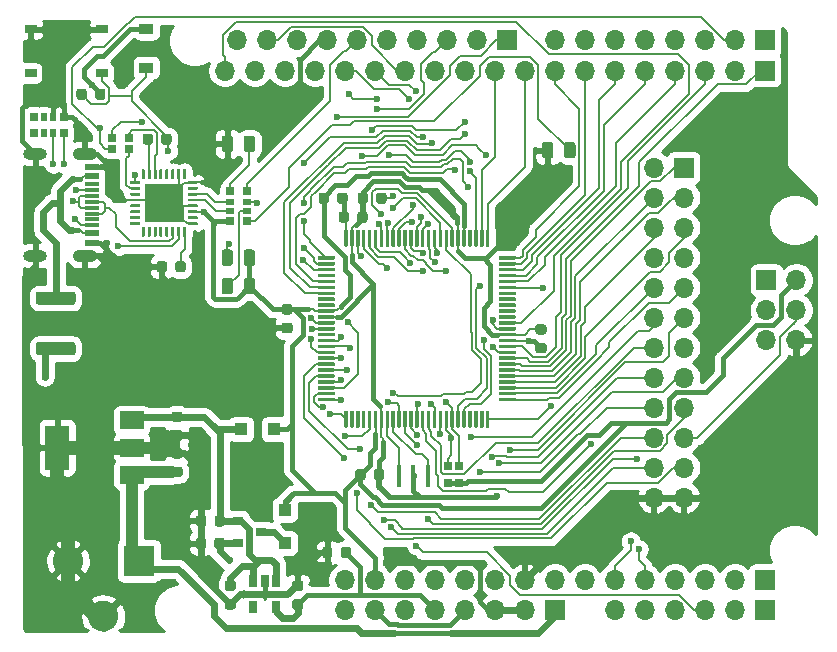
<source format=gtl>
G04 #@! TF.GenerationSoftware,KiCad,Pcbnew,(5.1.6)-1*
G04 #@! TF.CreationDate,2020-08-03T01:11:42+09:00*
G04 #@! TF.ProjectId,Meno_V101,4d656e6f-5f56-4313-9031-2e6b69636164,rev?*
G04 #@! TF.SameCoordinates,PX6cf7820PY7a67730*
G04 #@! TF.FileFunction,Copper,L1,Top*
G04 #@! TF.FilePolarity,Positive*
%FSLAX46Y46*%
G04 Gerber Fmt 4.6, Leading zero omitted, Abs format (unit mm)*
G04 Created by KiCad (PCBNEW (5.1.6)-1) date 2020-08-03 01:11:42*
%MOMM*%
%LPD*%
G01*
G04 APERTURE LIST*
G04 #@! TA.AperFunction,ComponentPad*
%ADD10R,1.700000X1.700000*%
G04 #@! TD*
G04 #@! TA.AperFunction,ComponentPad*
%ADD11O,1.700000X1.700000*%
G04 #@! TD*
G04 #@! TA.AperFunction,SMDPad,CuDef*
%ADD12R,3.300000X3.300000*%
G04 #@! TD*
G04 #@! TA.AperFunction,ComponentPad*
%ADD13C,2.600000*%
G04 #@! TD*
G04 #@! TA.AperFunction,ComponentPad*
%ADD14R,2.600000X2.600000*%
G04 #@! TD*
G04 #@! TA.AperFunction,SMDPad,CuDef*
%ADD15R,0.640000X0.700000*%
G04 #@! TD*
G04 #@! TA.AperFunction,SMDPad,CuDef*
%ADD16R,0.500000X0.700000*%
G04 #@! TD*
G04 #@! TA.AperFunction,SMDPad,CuDef*
%ADD17R,0.400000X1.900000*%
G04 #@! TD*
G04 #@! TA.AperFunction,SMDPad,CuDef*
%ADD18R,1.000000X0.700000*%
G04 #@! TD*
G04 #@! TA.AperFunction,ComponentPad*
%ADD19O,2.000000X1.000000*%
G04 #@! TD*
G04 #@! TA.AperFunction,ComponentPad*
%ADD20O,2.100000X1.050000*%
G04 #@! TD*
G04 #@! TA.AperFunction,SMDPad,CuDef*
%ADD21R,1.150000X0.600000*%
G04 #@! TD*
G04 #@! TA.AperFunction,SMDPad,CuDef*
%ADD22R,1.150000X0.300000*%
G04 #@! TD*
G04 #@! TA.AperFunction,SMDPad,CuDef*
%ADD23R,2.000000X1.500000*%
G04 #@! TD*
G04 #@! TA.AperFunction,SMDPad,CuDef*
%ADD24R,2.000000X3.800000*%
G04 #@! TD*
G04 #@! TA.AperFunction,SMDPad,CuDef*
%ADD25R,0.700000X0.640000*%
G04 #@! TD*
G04 #@! TA.AperFunction,SMDPad,CuDef*
%ADD26R,0.700000X0.500000*%
G04 #@! TD*
G04 #@! TA.AperFunction,SMDPad,CuDef*
%ADD27R,1.200000X0.900000*%
G04 #@! TD*
G04 #@! TA.AperFunction,SMDPad,CuDef*
%ADD28R,1.100000X1.100000*%
G04 #@! TD*
G04 #@! TA.AperFunction,SMDPad,CuDef*
%ADD29R,0.900000X0.800000*%
G04 #@! TD*
G04 #@! TA.AperFunction,SMDPad,CuDef*
%ADD30R,0.650000X1.060000*%
G04 #@! TD*
G04 #@! TA.AperFunction,ViaPad*
%ADD31C,0.600000*%
G04 #@! TD*
G04 #@! TA.AperFunction,Conductor*
%ADD32C,0.200000*%
G04 #@! TD*
G04 #@! TA.AperFunction,Conductor*
%ADD33C,0.600000*%
G04 #@! TD*
G04 #@! TA.AperFunction,Conductor*
%ADD34C,0.400000*%
G04 #@! TD*
G04 #@! TA.AperFunction,Conductor*
%ADD35C,1.200000*%
G04 #@! TD*
G04 #@! TA.AperFunction,Conductor*
%ADD36C,1.000000*%
G04 #@! TD*
G04 #@! TA.AperFunction,Conductor*
%ADD37C,0.254000*%
G04 #@! TD*
G04 APERTURE END LIST*
D10*
X41615000Y50754700D03*
D11*
X39075000Y50754700D03*
X36535000Y50754700D03*
X33995000Y50754700D03*
X31455000Y50754700D03*
X28915000Y50754700D03*
X26375000Y50754700D03*
X23835000Y50754700D03*
X21295000Y50754700D03*
X18755000Y50754700D03*
D10*
X63459000Y50754700D03*
D11*
X60919000Y50754700D03*
X58379000Y50754700D03*
X55839000Y50754700D03*
X53299000Y50754700D03*
X50759000Y50754700D03*
X48219000Y50754700D03*
X45679000Y50754700D03*
D10*
X63459000Y48210000D03*
D11*
X60919000Y48210000D03*
X58379000Y48210000D03*
X55839000Y48210000D03*
X53299000Y48210000D03*
X50759000Y48210000D03*
X48219000Y48210000D03*
X45679000Y48210000D03*
X43139000Y48210000D03*
X40599000Y48210000D03*
X38059000Y48210000D03*
X35519000Y48210000D03*
X32979000Y48210000D03*
X30439000Y48210000D03*
X27899000Y48210000D03*
X25359000Y48210000D03*
X22819000Y48210000D03*
X20279000Y48210000D03*
X17739000Y48210000D03*
D10*
X56600000Y40000000D03*
D11*
X54060000Y40000000D03*
X56600000Y37460000D03*
X54060000Y37460000D03*
X56600000Y34920000D03*
X54060000Y34920000D03*
X56600000Y32380000D03*
X54060000Y32380000D03*
X56600000Y29840000D03*
X54060000Y29840000D03*
X56600000Y27300000D03*
X54060000Y27300000D03*
X56600000Y24760000D03*
X54060000Y24760000D03*
X56600000Y22220000D03*
X54060000Y22220000D03*
X56600000Y19680000D03*
X54060000Y19680000D03*
X56600000Y17140000D03*
X54060000Y17140000D03*
X56600000Y14600000D03*
X54060000Y14600000D03*
X56600000Y12060000D03*
X54060000Y12060000D03*
D10*
X63585000Y30474700D03*
D11*
X66125000Y30474700D03*
X63585000Y27934700D03*
X66125000Y27934700D03*
X63585000Y25394700D03*
X66125000Y25394700D03*
D10*
X63459000Y5080000D03*
D11*
X60919000Y5080000D03*
X58379000Y5080000D03*
X55839000Y5080000D03*
X53299000Y5080000D03*
X50759000Y5080000D03*
X48219000Y5080000D03*
X45679000Y5080000D03*
X43139000Y5080000D03*
X40599000Y5080000D03*
X38059000Y5080000D03*
X35519000Y5080000D03*
X32979000Y5080000D03*
X30439000Y5080000D03*
X27899000Y5080000D03*
D10*
X63459000Y2535000D03*
D11*
X60919000Y2535000D03*
X58379000Y2535000D03*
X55839000Y2535000D03*
X53299000Y2535000D03*
X50759000Y2535000D03*
X27899000Y2535000D03*
X30439000Y2535000D03*
X32979000Y2535000D03*
X35519000Y2535000D03*
X38059000Y2535000D03*
X40599000Y2535000D03*
X43139000Y2535000D03*
D10*
X45679000Y2535000D03*
G04 #@! TA.AperFunction,SMDPad,CuDef*
G36*
G01*
X9705000Y38687500D02*
X9705000Y38812500D01*
G75*
G02*
X9767500Y38875000I62500J0D01*
G01*
X10517500Y38875000D01*
G75*
G02*
X10580000Y38812500I0J-62500D01*
G01*
X10580000Y38687500D01*
G75*
G02*
X10517500Y38625000I-62500J0D01*
G01*
X9767500Y38625000D01*
G75*
G02*
X9705000Y38687500I0J62500D01*
G01*
G37*
G04 #@! TD.AperFunction*
G04 #@! TA.AperFunction,SMDPad,CuDef*
G36*
G01*
X9705000Y38187500D02*
X9705000Y38312500D01*
G75*
G02*
X9767500Y38375000I62500J0D01*
G01*
X10517500Y38375000D01*
G75*
G02*
X10580000Y38312500I0J-62500D01*
G01*
X10580000Y38187500D01*
G75*
G02*
X10517500Y38125000I-62500J0D01*
G01*
X9767500Y38125000D01*
G75*
G02*
X9705000Y38187500I0J62500D01*
G01*
G37*
G04 #@! TD.AperFunction*
G04 #@! TA.AperFunction,SMDPad,CuDef*
G36*
G01*
X9705000Y37687500D02*
X9705000Y37812500D01*
G75*
G02*
X9767500Y37875000I62500J0D01*
G01*
X10517500Y37875000D01*
G75*
G02*
X10580000Y37812500I0J-62500D01*
G01*
X10580000Y37687500D01*
G75*
G02*
X10517500Y37625000I-62500J0D01*
G01*
X9767500Y37625000D01*
G75*
G02*
X9705000Y37687500I0J62500D01*
G01*
G37*
G04 #@! TD.AperFunction*
G04 #@! TA.AperFunction,SMDPad,CuDef*
G36*
G01*
X9705000Y37187500D02*
X9705000Y37312500D01*
G75*
G02*
X9767500Y37375000I62500J0D01*
G01*
X10517500Y37375000D01*
G75*
G02*
X10580000Y37312500I0J-62500D01*
G01*
X10580000Y37187500D01*
G75*
G02*
X10517500Y37125000I-62500J0D01*
G01*
X9767500Y37125000D01*
G75*
G02*
X9705000Y37187500I0J62500D01*
G01*
G37*
G04 #@! TD.AperFunction*
G04 #@! TA.AperFunction,SMDPad,CuDef*
G36*
G01*
X9705000Y36687500D02*
X9705000Y36812500D01*
G75*
G02*
X9767500Y36875000I62500J0D01*
G01*
X10517500Y36875000D01*
G75*
G02*
X10580000Y36812500I0J-62500D01*
G01*
X10580000Y36687500D01*
G75*
G02*
X10517500Y36625000I-62500J0D01*
G01*
X9767500Y36625000D01*
G75*
G02*
X9705000Y36687500I0J62500D01*
G01*
G37*
G04 #@! TD.AperFunction*
G04 #@! TA.AperFunction,SMDPad,CuDef*
G36*
G01*
X9705000Y36187500D02*
X9705000Y36312500D01*
G75*
G02*
X9767500Y36375000I62500J0D01*
G01*
X10517500Y36375000D01*
G75*
G02*
X10580000Y36312500I0J-62500D01*
G01*
X10580000Y36187500D01*
G75*
G02*
X10517500Y36125000I-62500J0D01*
G01*
X9767500Y36125000D01*
G75*
G02*
X9705000Y36187500I0J62500D01*
G01*
G37*
G04 #@! TD.AperFunction*
G04 #@! TA.AperFunction,SMDPad,CuDef*
G36*
G01*
X9705000Y35687500D02*
X9705000Y35812500D01*
G75*
G02*
X9767500Y35875000I62500J0D01*
G01*
X10517500Y35875000D01*
G75*
G02*
X10580000Y35812500I0J-62500D01*
G01*
X10580000Y35687500D01*
G75*
G02*
X10517500Y35625000I-62500J0D01*
G01*
X9767500Y35625000D01*
G75*
G02*
X9705000Y35687500I0J62500D01*
G01*
G37*
G04 #@! TD.AperFunction*
G04 #@! TA.AperFunction,SMDPad,CuDef*
G36*
G01*
X9705000Y35187500D02*
X9705000Y35312500D01*
G75*
G02*
X9767500Y35375000I62500J0D01*
G01*
X10517500Y35375000D01*
G75*
G02*
X10580000Y35312500I0J-62500D01*
G01*
X10580000Y35187500D01*
G75*
G02*
X10517500Y35125000I-62500J0D01*
G01*
X9767500Y35125000D01*
G75*
G02*
X9705000Y35187500I0J62500D01*
G01*
G37*
G04 #@! TD.AperFunction*
G04 #@! TA.AperFunction,SMDPad,CuDef*
G36*
G01*
X10705000Y34187500D02*
X10705000Y34937500D01*
G75*
G02*
X10767500Y35000000I62500J0D01*
G01*
X10892500Y35000000D01*
G75*
G02*
X10955000Y34937500I0J-62500D01*
G01*
X10955000Y34187500D01*
G75*
G02*
X10892500Y34125000I-62500J0D01*
G01*
X10767500Y34125000D01*
G75*
G02*
X10705000Y34187500I0J62500D01*
G01*
G37*
G04 #@! TD.AperFunction*
G04 #@! TA.AperFunction,SMDPad,CuDef*
G36*
G01*
X11205000Y34187500D02*
X11205000Y34937500D01*
G75*
G02*
X11267500Y35000000I62500J0D01*
G01*
X11392500Y35000000D01*
G75*
G02*
X11455000Y34937500I0J-62500D01*
G01*
X11455000Y34187500D01*
G75*
G02*
X11392500Y34125000I-62500J0D01*
G01*
X11267500Y34125000D01*
G75*
G02*
X11205000Y34187500I0J62500D01*
G01*
G37*
G04 #@! TD.AperFunction*
G04 #@! TA.AperFunction,SMDPad,CuDef*
G36*
G01*
X11705000Y34187500D02*
X11705000Y34937500D01*
G75*
G02*
X11767500Y35000000I62500J0D01*
G01*
X11892500Y35000000D01*
G75*
G02*
X11955000Y34937500I0J-62500D01*
G01*
X11955000Y34187500D01*
G75*
G02*
X11892500Y34125000I-62500J0D01*
G01*
X11767500Y34125000D01*
G75*
G02*
X11705000Y34187500I0J62500D01*
G01*
G37*
G04 #@! TD.AperFunction*
G04 #@! TA.AperFunction,SMDPad,CuDef*
G36*
G01*
X12205000Y34187500D02*
X12205000Y34937500D01*
G75*
G02*
X12267500Y35000000I62500J0D01*
G01*
X12392500Y35000000D01*
G75*
G02*
X12455000Y34937500I0J-62500D01*
G01*
X12455000Y34187500D01*
G75*
G02*
X12392500Y34125000I-62500J0D01*
G01*
X12267500Y34125000D01*
G75*
G02*
X12205000Y34187500I0J62500D01*
G01*
G37*
G04 #@! TD.AperFunction*
G04 #@! TA.AperFunction,SMDPad,CuDef*
G36*
G01*
X12705000Y34187500D02*
X12705000Y34937500D01*
G75*
G02*
X12767500Y35000000I62500J0D01*
G01*
X12892500Y35000000D01*
G75*
G02*
X12955000Y34937500I0J-62500D01*
G01*
X12955000Y34187500D01*
G75*
G02*
X12892500Y34125000I-62500J0D01*
G01*
X12767500Y34125000D01*
G75*
G02*
X12705000Y34187500I0J62500D01*
G01*
G37*
G04 #@! TD.AperFunction*
G04 #@! TA.AperFunction,SMDPad,CuDef*
G36*
G01*
X13205000Y34187500D02*
X13205000Y34937500D01*
G75*
G02*
X13267500Y35000000I62500J0D01*
G01*
X13392500Y35000000D01*
G75*
G02*
X13455000Y34937500I0J-62500D01*
G01*
X13455000Y34187500D01*
G75*
G02*
X13392500Y34125000I-62500J0D01*
G01*
X13267500Y34125000D01*
G75*
G02*
X13205000Y34187500I0J62500D01*
G01*
G37*
G04 #@! TD.AperFunction*
G04 #@! TA.AperFunction,SMDPad,CuDef*
G36*
G01*
X13705000Y34187500D02*
X13705000Y34937500D01*
G75*
G02*
X13767500Y35000000I62500J0D01*
G01*
X13892500Y35000000D01*
G75*
G02*
X13955000Y34937500I0J-62500D01*
G01*
X13955000Y34187500D01*
G75*
G02*
X13892500Y34125000I-62500J0D01*
G01*
X13767500Y34125000D01*
G75*
G02*
X13705000Y34187500I0J62500D01*
G01*
G37*
G04 #@! TD.AperFunction*
G04 #@! TA.AperFunction,SMDPad,CuDef*
G36*
G01*
X14205000Y34187500D02*
X14205000Y34937500D01*
G75*
G02*
X14267500Y35000000I62500J0D01*
G01*
X14392500Y35000000D01*
G75*
G02*
X14455000Y34937500I0J-62500D01*
G01*
X14455000Y34187500D01*
G75*
G02*
X14392500Y34125000I-62500J0D01*
G01*
X14267500Y34125000D01*
G75*
G02*
X14205000Y34187500I0J62500D01*
G01*
G37*
G04 #@! TD.AperFunction*
G04 #@! TA.AperFunction,SMDPad,CuDef*
G36*
G01*
X14580000Y35187500D02*
X14580000Y35312500D01*
G75*
G02*
X14642500Y35375000I62500J0D01*
G01*
X15392500Y35375000D01*
G75*
G02*
X15455000Y35312500I0J-62500D01*
G01*
X15455000Y35187500D01*
G75*
G02*
X15392500Y35125000I-62500J0D01*
G01*
X14642500Y35125000D01*
G75*
G02*
X14580000Y35187500I0J62500D01*
G01*
G37*
G04 #@! TD.AperFunction*
G04 #@! TA.AperFunction,SMDPad,CuDef*
G36*
G01*
X14580000Y35687500D02*
X14580000Y35812500D01*
G75*
G02*
X14642500Y35875000I62500J0D01*
G01*
X15392500Y35875000D01*
G75*
G02*
X15455000Y35812500I0J-62500D01*
G01*
X15455000Y35687500D01*
G75*
G02*
X15392500Y35625000I-62500J0D01*
G01*
X14642500Y35625000D01*
G75*
G02*
X14580000Y35687500I0J62500D01*
G01*
G37*
G04 #@! TD.AperFunction*
G04 #@! TA.AperFunction,SMDPad,CuDef*
G36*
G01*
X14580000Y36187500D02*
X14580000Y36312500D01*
G75*
G02*
X14642500Y36375000I62500J0D01*
G01*
X15392500Y36375000D01*
G75*
G02*
X15455000Y36312500I0J-62500D01*
G01*
X15455000Y36187500D01*
G75*
G02*
X15392500Y36125000I-62500J0D01*
G01*
X14642500Y36125000D01*
G75*
G02*
X14580000Y36187500I0J62500D01*
G01*
G37*
G04 #@! TD.AperFunction*
G04 #@! TA.AperFunction,SMDPad,CuDef*
G36*
G01*
X14580000Y36687500D02*
X14580000Y36812500D01*
G75*
G02*
X14642500Y36875000I62500J0D01*
G01*
X15392500Y36875000D01*
G75*
G02*
X15455000Y36812500I0J-62500D01*
G01*
X15455000Y36687500D01*
G75*
G02*
X15392500Y36625000I-62500J0D01*
G01*
X14642500Y36625000D01*
G75*
G02*
X14580000Y36687500I0J62500D01*
G01*
G37*
G04 #@! TD.AperFunction*
G04 #@! TA.AperFunction,SMDPad,CuDef*
G36*
G01*
X14580000Y37187500D02*
X14580000Y37312500D01*
G75*
G02*
X14642500Y37375000I62500J0D01*
G01*
X15392500Y37375000D01*
G75*
G02*
X15455000Y37312500I0J-62500D01*
G01*
X15455000Y37187500D01*
G75*
G02*
X15392500Y37125000I-62500J0D01*
G01*
X14642500Y37125000D01*
G75*
G02*
X14580000Y37187500I0J62500D01*
G01*
G37*
G04 #@! TD.AperFunction*
G04 #@! TA.AperFunction,SMDPad,CuDef*
G36*
G01*
X14580000Y37687500D02*
X14580000Y37812500D01*
G75*
G02*
X14642500Y37875000I62500J0D01*
G01*
X15392500Y37875000D01*
G75*
G02*
X15455000Y37812500I0J-62500D01*
G01*
X15455000Y37687500D01*
G75*
G02*
X15392500Y37625000I-62500J0D01*
G01*
X14642500Y37625000D01*
G75*
G02*
X14580000Y37687500I0J62500D01*
G01*
G37*
G04 #@! TD.AperFunction*
G04 #@! TA.AperFunction,SMDPad,CuDef*
G36*
G01*
X14580000Y38187500D02*
X14580000Y38312500D01*
G75*
G02*
X14642500Y38375000I62500J0D01*
G01*
X15392500Y38375000D01*
G75*
G02*
X15455000Y38312500I0J-62500D01*
G01*
X15455000Y38187500D01*
G75*
G02*
X15392500Y38125000I-62500J0D01*
G01*
X14642500Y38125000D01*
G75*
G02*
X14580000Y38187500I0J62500D01*
G01*
G37*
G04 #@! TD.AperFunction*
G04 #@! TA.AperFunction,SMDPad,CuDef*
G36*
G01*
X14580000Y38687500D02*
X14580000Y38812500D01*
G75*
G02*
X14642500Y38875000I62500J0D01*
G01*
X15392500Y38875000D01*
G75*
G02*
X15455000Y38812500I0J-62500D01*
G01*
X15455000Y38687500D01*
G75*
G02*
X15392500Y38625000I-62500J0D01*
G01*
X14642500Y38625000D01*
G75*
G02*
X14580000Y38687500I0J62500D01*
G01*
G37*
G04 #@! TD.AperFunction*
G04 #@! TA.AperFunction,SMDPad,CuDef*
G36*
G01*
X14205000Y39062500D02*
X14205000Y39812500D01*
G75*
G02*
X14267500Y39875000I62500J0D01*
G01*
X14392500Y39875000D01*
G75*
G02*
X14455000Y39812500I0J-62500D01*
G01*
X14455000Y39062500D01*
G75*
G02*
X14392500Y39000000I-62500J0D01*
G01*
X14267500Y39000000D01*
G75*
G02*
X14205000Y39062500I0J62500D01*
G01*
G37*
G04 #@! TD.AperFunction*
G04 #@! TA.AperFunction,SMDPad,CuDef*
G36*
G01*
X13705000Y39062500D02*
X13705000Y39812500D01*
G75*
G02*
X13767500Y39875000I62500J0D01*
G01*
X13892500Y39875000D01*
G75*
G02*
X13955000Y39812500I0J-62500D01*
G01*
X13955000Y39062500D01*
G75*
G02*
X13892500Y39000000I-62500J0D01*
G01*
X13767500Y39000000D01*
G75*
G02*
X13705000Y39062500I0J62500D01*
G01*
G37*
G04 #@! TD.AperFunction*
G04 #@! TA.AperFunction,SMDPad,CuDef*
G36*
G01*
X13205000Y39062500D02*
X13205000Y39812500D01*
G75*
G02*
X13267500Y39875000I62500J0D01*
G01*
X13392500Y39875000D01*
G75*
G02*
X13455000Y39812500I0J-62500D01*
G01*
X13455000Y39062500D01*
G75*
G02*
X13392500Y39000000I-62500J0D01*
G01*
X13267500Y39000000D01*
G75*
G02*
X13205000Y39062500I0J62500D01*
G01*
G37*
G04 #@! TD.AperFunction*
G04 #@! TA.AperFunction,SMDPad,CuDef*
G36*
G01*
X12705000Y39062500D02*
X12705000Y39812500D01*
G75*
G02*
X12767500Y39875000I62500J0D01*
G01*
X12892500Y39875000D01*
G75*
G02*
X12955000Y39812500I0J-62500D01*
G01*
X12955000Y39062500D01*
G75*
G02*
X12892500Y39000000I-62500J0D01*
G01*
X12767500Y39000000D01*
G75*
G02*
X12705000Y39062500I0J62500D01*
G01*
G37*
G04 #@! TD.AperFunction*
G04 #@! TA.AperFunction,SMDPad,CuDef*
G36*
G01*
X12205000Y39062500D02*
X12205000Y39812500D01*
G75*
G02*
X12267500Y39875000I62500J0D01*
G01*
X12392500Y39875000D01*
G75*
G02*
X12455000Y39812500I0J-62500D01*
G01*
X12455000Y39062500D01*
G75*
G02*
X12392500Y39000000I-62500J0D01*
G01*
X12267500Y39000000D01*
G75*
G02*
X12205000Y39062500I0J62500D01*
G01*
G37*
G04 #@! TD.AperFunction*
G04 #@! TA.AperFunction,SMDPad,CuDef*
G36*
G01*
X11705000Y39062500D02*
X11705000Y39812500D01*
G75*
G02*
X11767500Y39875000I62500J0D01*
G01*
X11892500Y39875000D01*
G75*
G02*
X11955000Y39812500I0J-62500D01*
G01*
X11955000Y39062500D01*
G75*
G02*
X11892500Y39000000I-62500J0D01*
G01*
X11767500Y39000000D01*
G75*
G02*
X11705000Y39062500I0J62500D01*
G01*
G37*
G04 #@! TD.AperFunction*
G04 #@! TA.AperFunction,SMDPad,CuDef*
G36*
G01*
X11205000Y39062500D02*
X11205000Y39812500D01*
G75*
G02*
X11267500Y39875000I62500J0D01*
G01*
X11392500Y39875000D01*
G75*
G02*
X11455000Y39812500I0J-62500D01*
G01*
X11455000Y39062500D01*
G75*
G02*
X11392500Y39000000I-62500J0D01*
G01*
X11267500Y39000000D01*
G75*
G02*
X11205000Y39062500I0J62500D01*
G01*
G37*
G04 #@! TD.AperFunction*
G04 #@! TA.AperFunction,SMDPad,CuDef*
G36*
G01*
X10705000Y39062500D02*
X10705000Y39812500D01*
G75*
G02*
X10767500Y39875000I62500J0D01*
G01*
X10892500Y39875000D01*
G75*
G02*
X10955000Y39812500I0J-62500D01*
G01*
X10955000Y39062500D01*
G75*
G02*
X10892500Y39000000I-62500J0D01*
G01*
X10767500Y39000000D01*
G75*
G02*
X10705000Y39062500I0J62500D01*
G01*
G37*
G04 #@! TD.AperFunction*
D12*
X12580000Y37000000D03*
G04 #@! TA.AperFunction,SMDPad,CuDef*
G36*
G01*
X19330000Y29503750D02*
X19330000Y30416250D01*
G75*
G02*
X19573750Y30660000I243750J0D01*
G01*
X20061250Y30660000D01*
G75*
G02*
X20305000Y30416250I0J-243750D01*
G01*
X20305000Y29503750D01*
G75*
G02*
X20061250Y29260000I-243750J0D01*
G01*
X19573750Y29260000D01*
G75*
G02*
X19330000Y29503750I0J243750D01*
G01*
G37*
G04 #@! TD.AperFunction*
G04 #@! TA.AperFunction,SMDPad,CuDef*
G36*
G01*
X17455000Y29503750D02*
X17455000Y30416250D01*
G75*
G02*
X17698750Y30660000I243750J0D01*
G01*
X18186250Y30660000D01*
G75*
G02*
X18430000Y30416250I0J-243750D01*
G01*
X18430000Y29503750D01*
G75*
G02*
X18186250Y29260000I-243750J0D01*
G01*
X17698750Y29260000D01*
G75*
G02*
X17455000Y29503750I0J243750D01*
G01*
G37*
G04 #@! TD.AperFunction*
G04 #@! TA.AperFunction,SMDPad,CuDef*
G36*
G01*
X14425000Y31856250D02*
X14425000Y31343750D01*
G75*
G02*
X14206250Y31125000I-218750J0D01*
G01*
X13768750Y31125000D01*
G75*
G02*
X13550000Y31343750I0J218750D01*
G01*
X13550000Y31856250D01*
G75*
G02*
X13768750Y32075000I218750J0D01*
G01*
X14206250Y32075000D01*
G75*
G02*
X14425000Y31856250I0J-218750D01*
G01*
G37*
G04 #@! TD.AperFunction*
G04 #@! TA.AperFunction,SMDPad,CuDef*
G36*
G01*
X12850000Y31856250D02*
X12850000Y31343750D01*
G75*
G02*
X12631250Y31125000I-218750J0D01*
G01*
X12193750Y31125000D01*
G75*
G02*
X11975000Y31343750I0J218750D01*
G01*
X11975000Y31856250D01*
G75*
G02*
X12193750Y32075000I218750J0D01*
G01*
X12631250Y32075000D01*
G75*
G02*
X12850000Y31856250I0J-218750D01*
G01*
G37*
G04 #@! TD.AperFunction*
D13*
X7460000Y2000000D03*
X4460000Y6700000D03*
D14*
X10460000Y6700000D03*
D15*
X4080000Y44280000D03*
D16*
X2410000Y44280000D03*
X3210000Y44280000D03*
D15*
X1540000Y44280000D03*
D16*
X3210000Y42880000D03*
D15*
X4080000Y42880000D03*
D16*
X2410000Y42880000D03*
D15*
X1540000Y42880000D03*
X37570000Y14700000D03*
X36630000Y14700000D03*
X36630000Y13300000D03*
X37570000Y13300000D03*
G04 #@! TA.AperFunction,SMDPad,CuDef*
G36*
G01*
X26550000Y37656250D02*
X26550000Y37143750D01*
G75*
G02*
X26331250Y36925000I-218750J0D01*
G01*
X25893750Y36925000D01*
G75*
G02*
X25675000Y37143750I0J218750D01*
G01*
X25675000Y37656250D01*
G75*
G02*
X25893750Y37875000I218750J0D01*
G01*
X26331250Y37875000D01*
G75*
G02*
X26550000Y37656250I0J-218750D01*
G01*
G37*
G04 #@! TD.AperFunction*
G04 #@! TA.AperFunction,SMDPad,CuDef*
G36*
G01*
X28125000Y37656250D02*
X28125000Y37143750D01*
G75*
G02*
X27906250Y36925000I-218750J0D01*
G01*
X27468750Y36925000D01*
G75*
G02*
X27250000Y37143750I0J218750D01*
G01*
X27250000Y37656250D01*
G75*
G02*
X27468750Y37875000I218750J0D01*
G01*
X27906250Y37875000D01*
G75*
G02*
X28125000Y37656250I0J-218750D01*
G01*
G37*
G04 #@! TD.AperFunction*
D17*
X32500000Y13900000D03*
X33700000Y13900000D03*
X34900000Y13900000D03*
D18*
X1300000Y51700000D03*
X1300000Y48000000D03*
X7300000Y51700000D03*
X7300000Y48000000D03*
G04 #@! TA.AperFunction,SMDPad,CuDef*
G36*
G01*
X25590000Y32275000D02*
X25590000Y32425000D01*
G75*
G02*
X25665000Y32500000I75000J0D01*
G01*
X26990000Y32500000D01*
G75*
G02*
X27065000Y32425000I0J-75000D01*
G01*
X27065000Y32275000D01*
G75*
G02*
X26990000Y32200000I-75000J0D01*
G01*
X25665000Y32200000D01*
G75*
G02*
X25590000Y32275000I0J75000D01*
G01*
G37*
G04 #@! TD.AperFunction*
G04 #@! TA.AperFunction,SMDPad,CuDef*
G36*
G01*
X25590000Y31775000D02*
X25590000Y31925000D01*
G75*
G02*
X25665000Y32000000I75000J0D01*
G01*
X26990000Y32000000D01*
G75*
G02*
X27065000Y31925000I0J-75000D01*
G01*
X27065000Y31775000D01*
G75*
G02*
X26990000Y31700000I-75000J0D01*
G01*
X25665000Y31700000D01*
G75*
G02*
X25590000Y31775000I0J75000D01*
G01*
G37*
G04 #@! TD.AperFunction*
G04 #@! TA.AperFunction,SMDPad,CuDef*
G36*
G01*
X25590000Y31275000D02*
X25590000Y31425000D01*
G75*
G02*
X25665000Y31500000I75000J0D01*
G01*
X26990000Y31500000D01*
G75*
G02*
X27065000Y31425000I0J-75000D01*
G01*
X27065000Y31275000D01*
G75*
G02*
X26990000Y31200000I-75000J0D01*
G01*
X25665000Y31200000D01*
G75*
G02*
X25590000Y31275000I0J75000D01*
G01*
G37*
G04 #@! TD.AperFunction*
G04 #@! TA.AperFunction,SMDPad,CuDef*
G36*
G01*
X25590000Y30775000D02*
X25590000Y30925000D01*
G75*
G02*
X25665000Y31000000I75000J0D01*
G01*
X26990000Y31000000D01*
G75*
G02*
X27065000Y30925000I0J-75000D01*
G01*
X27065000Y30775000D01*
G75*
G02*
X26990000Y30700000I-75000J0D01*
G01*
X25665000Y30700000D01*
G75*
G02*
X25590000Y30775000I0J75000D01*
G01*
G37*
G04 #@! TD.AperFunction*
G04 #@! TA.AperFunction,SMDPad,CuDef*
G36*
G01*
X25590000Y30275000D02*
X25590000Y30425000D01*
G75*
G02*
X25665000Y30500000I75000J0D01*
G01*
X26990000Y30500000D01*
G75*
G02*
X27065000Y30425000I0J-75000D01*
G01*
X27065000Y30275000D01*
G75*
G02*
X26990000Y30200000I-75000J0D01*
G01*
X25665000Y30200000D01*
G75*
G02*
X25590000Y30275000I0J75000D01*
G01*
G37*
G04 #@! TD.AperFunction*
G04 #@! TA.AperFunction,SMDPad,CuDef*
G36*
G01*
X25590000Y29775000D02*
X25590000Y29925000D01*
G75*
G02*
X25665000Y30000000I75000J0D01*
G01*
X26990000Y30000000D01*
G75*
G02*
X27065000Y29925000I0J-75000D01*
G01*
X27065000Y29775000D01*
G75*
G02*
X26990000Y29700000I-75000J0D01*
G01*
X25665000Y29700000D01*
G75*
G02*
X25590000Y29775000I0J75000D01*
G01*
G37*
G04 #@! TD.AperFunction*
G04 #@! TA.AperFunction,SMDPad,CuDef*
G36*
G01*
X25590000Y29275000D02*
X25590000Y29425000D01*
G75*
G02*
X25665000Y29500000I75000J0D01*
G01*
X26990000Y29500000D01*
G75*
G02*
X27065000Y29425000I0J-75000D01*
G01*
X27065000Y29275000D01*
G75*
G02*
X26990000Y29200000I-75000J0D01*
G01*
X25665000Y29200000D01*
G75*
G02*
X25590000Y29275000I0J75000D01*
G01*
G37*
G04 #@! TD.AperFunction*
G04 #@! TA.AperFunction,SMDPad,CuDef*
G36*
G01*
X25590000Y28775000D02*
X25590000Y28925000D01*
G75*
G02*
X25665000Y29000000I75000J0D01*
G01*
X26990000Y29000000D01*
G75*
G02*
X27065000Y28925000I0J-75000D01*
G01*
X27065000Y28775000D01*
G75*
G02*
X26990000Y28700000I-75000J0D01*
G01*
X25665000Y28700000D01*
G75*
G02*
X25590000Y28775000I0J75000D01*
G01*
G37*
G04 #@! TD.AperFunction*
G04 #@! TA.AperFunction,SMDPad,CuDef*
G36*
G01*
X25590000Y28275000D02*
X25590000Y28425000D01*
G75*
G02*
X25665000Y28500000I75000J0D01*
G01*
X26990000Y28500000D01*
G75*
G02*
X27065000Y28425000I0J-75000D01*
G01*
X27065000Y28275000D01*
G75*
G02*
X26990000Y28200000I-75000J0D01*
G01*
X25665000Y28200000D01*
G75*
G02*
X25590000Y28275000I0J75000D01*
G01*
G37*
G04 #@! TD.AperFunction*
G04 #@! TA.AperFunction,SMDPad,CuDef*
G36*
G01*
X25590000Y27775000D02*
X25590000Y27925000D01*
G75*
G02*
X25665000Y28000000I75000J0D01*
G01*
X26990000Y28000000D01*
G75*
G02*
X27065000Y27925000I0J-75000D01*
G01*
X27065000Y27775000D01*
G75*
G02*
X26990000Y27700000I-75000J0D01*
G01*
X25665000Y27700000D01*
G75*
G02*
X25590000Y27775000I0J75000D01*
G01*
G37*
G04 #@! TD.AperFunction*
G04 #@! TA.AperFunction,SMDPad,CuDef*
G36*
G01*
X25590000Y27275000D02*
X25590000Y27425000D01*
G75*
G02*
X25665000Y27500000I75000J0D01*
G01*
X26990000Y27500000D01*
G75*
G02*
X27065000Y27425000I0J-75000D01*
G01*
X27065000Y27275000D01*
G75*
G02*
X26990000Y27200000I-75000J0D01*
G01*
X25665000Y27200000D01*
G75*
G02*
X25590000Y27275000I0J75000D01*
G01*
G37*
G04 #@! TD.AperFunction*
G04 #@! TA.AperFunction,SMDPad,CuDef*
G36*
G01*
X25590000Y26775000D02*
X25590000Y26925000D01*
G75*
G02*
X25665000Y27000000I75000J0D01*
G01*
X26990000Y27000000D01*
G75*
G02*
X27065000Y26925000I0J-75000D01*
G01*
X27065000Y26775000D01*
G75*
G02*
X26990000Y26700000I-75000J0D01*
G01*
X25665000Y26700000D01*
G75*
G02*
X25590000Y26775000I0J75000D01*
G01*
G37*
G04 #@! TD.AperFunction*
G04 #@! TA.AperFunction,SMDPad,CuDef*
G36*
G01*
X25590000Y26275000D02*
X25590000Y26425000D01*
G75*
G02*
X25665000Y26500000I75000J0D01*
G01*
X26990000Y26500000D01*
G75*
G02*
X27065000Y26425000I0J-75000D01*
G01*
X27065000Y26275000D01*
G75*
G02*
X26990000Y26200000I-75000J0D01*
G01*
X25665000Y26200000D01*
G75*
G02*
X25590000Y26275000I0J75000D01*
G01*
G37*
G04 #@! TD.AperFunction*
G04 #@! TA.AperFunction,SMDPad,CuDef*
G36*
G01*
X25590000Y25775000D02*
X25590000Y25925000D01*
G75*
G02*
X25665000Y26000000I75000J0D01*
G01*
X26990000Y26000000D01*
G75*
G02*
X27065000Y25925000I0J-75000D01*
G01*
X27065000Y25775000D01*
G75*
G02*
X26990000Y25700000I-75000J0D01*
G01*
X25665000Y25700000D01*
G75*
G02*
X25590000Y25775000I0J75000D01*
G01*
G37*
G04 #@! TD.AperFunction*
G04 #@! TA.AperFunction,SMDPad,CuDef*
G36*
G01*
X25590000Y25275000D02*
X25590000Y25425000D01*
G75*
G02*
X25665000Y25500000I75000J0D01*
G01*
X26990000Y25500000D01*
G75*
G02*
X27065000Y25425000I0J-75000D01*
G01*
X27065000Y25275000D01*
G75*
G02*
X26990000Y25200000I-75000J0D01*
G01*
X25665000Y25200000D01*
G75*
G02*
X25590000Y25275000I0J75000D01*
G01*
G37*
G04 #@! TD.AperFunction*
G04 #@! TA.AperFunction,SMDPad,CuDef*
G36*
G01*
X25590000Y24775000D02*
X25590000Y24925000D01*
G75*
G02*
X25665000Y25000000I75000J0D01*
G01*
X26990000Y25000000D01*
G75*
G02*
X27065000Y24925000I0J-75000D01*
G01*
X27065000Y24775000D01*
G75*
G02*
X26990000Y24700000I-75000J0D01*
G01*
X25665000Y24700000D01*
G75*
G02*
X25590000Y24775000I0J75000D01*
G01*
G37*
G04 #@! TD.AperFunction*
G04 #@! TA.AperFunction,SMDPad,CuDef*
G36*
G01*
X25590000Y24275000D02*
X25590000Y24425000D01*
G75*
G02*
X25665000Y24500000I75000J0D01*
G01*
X26990000Y24500000D01*
G75*
G02*
X27065000Y24425000I0J-75000D01*
G01*
X27065000Y24275000D01*
G75*
G02*
X26990000Y24200000I-75000J0D01*
G01*
X25665000Y24200000D01*
G75*
G02*
X25590000Y24275000I0J75000D01*
G01*
G37*
G04 #@! TD.AperFunction*
G04 #@! TA.AperFunction,SMDPad,CuDef*
G36*
G01*
X25590000Y23775000D02*
X25590000Y23925000D01*
G75*
G02*
X25665000Y24000000I75000J0D01*
G01*
X26990000Y24000000D01*
G75*
G02*
X27065000Y23925000I0J-75000D01*
G01*
X27065000Y23775000D01*
G75*
G02*
X26990000Y23700000I-75000J0D01*
G01*
X25665000Y23700000D01*
G75*
G02*
X25590000Y23775000I0J75000D01*
G01*
G37*
G04 #@! TD.AperFunction*
G04 #@! TA.AperFunction,SMDPad,CuDef*
G36*
G01*
X25590000Y23275000D02*
X25590000Y23425000D01*
G75*
G02*
X25665000Y23500000I75000J0D01*
G01*
X26990000Y23500000D01*
G75*
G02*
X27065000Y23425000I0J-75000D01*
G01*
X27065000Y23275000D01*
G75*
G02*
X26990000Y23200000I-75000J0D01*
G01*
X25665000Y23200000D01*
G75*
G02*
X25590000Y23275000I0J75000D01*
G01*
G37*
G04 #@! TD.AperFunction*
G04 #@! TA.AperFunction,SMDPad,CuDef*
G36*
G01*
X25590000Y22775000D02*
X25590000Y22925000D01*
G75*
G02*
X25665000Y23000000I75000J0D01*
G01*
X26990000Y23000000D01*
G75*
G02*
X27065000Y22925000I0J-75000D01*
G01*
X27065000Y22775000D01*
G75*
G02*
X26990000Y22700000I-75000J0D01*
G01*
X25665000Y22700000D01*
G75*
G02*
X25590000Y22775000I0J75000D01*
G01*
G37*
G04 #@! TD.AperFunction*
G04 #@! TA.AperFunction,SMDPad,CuDef*
G36*
G01*
X25590000Y22275000D02*
X25590000Y22425000D01*
G75*
G02*
X25665000Y22500000I75000J0D01*
G01*
X26990000Y22500000D01*
G75*
G02*
X27065000Y22425000I0J-75000D01*
G01*
X27065000Y22275000D01*
G75*
G02*
X26990000Y22200000I-75000J0D01*
G01*
X25665000Y22200000D01*
G75*
G02*
X25590000Y22275000I0J75000D01*
G01*
G37*
G04 #@! TD.AperFunction*
G04 #@! TA.AperFunction,SMDPad,CuDef*
G36*
G01*
X25590000Y21775000D02*
X25590000Y21925000D01*
G75*
G02*
X25665000Y22000000I75000J0D01*
G01*
X26990000Y22000000D01*
G75*
G02*
X27065000Y21925000I0J-75000D01*
G01*
X27065000Y21775000D01*
G75*
G02*
X26990000Y21700000I-75000J0D01*
G01*
X25665000Y21700000D01*
G75*
G02*
X25590000Y21775000I0J75000D01*
G01*
G37*
G04 #@! TD.AperFunction*
G04 #@! TA.AperFunction,SMDPad,CuDef*
G36*
G01*
X25590000Y21275000D02*
X25590000Y21425000D01*
G75*
G02*
X25665000Y21500000I75000J0D01*
G01*
X26990000Y21500000D01*
G75*
G02*
X27065000Y21425000I0J-75000D01*
G01*
X27065000Y21275000D01*
G75*
G02*
X26990000Y21200000I-75000J0D01*
G01*
X25665000Y21200000D01*
G75*
G02*
X25590000Y21275000I0J75000D01*
G01*
G37*
G04 #@! TD.AperFunction*
G04 #@! TA.AperFunction,SMDPad,CuDef*
G36*
G01*
X25590000Y20775000D02*
X25590000Y20925000D01*
G75*
G02*
X25665000Y21000000I75000J0D01*
G01*
X26990000Y21000000D01*
G75*
G02*
X27065000Y20925000I0J-75000D01*
G01*
X27065000Y20775000D01*
G75*
G02*
X26990000Y20700000I-75000J0D01*
G01*
X25665000Y20700000D01*
G75*
G02*
X25590000Y20775000I0J75000D01*
G01*
G37*
G04 #@! TD.AperFunction*
G04 #@! TA.AperFunction,SMDPad,CuDef*
G36*
G01*
X25590000Y20275000D02*
X25590000Y20425000D01*
G75*
G02*
X25665000Y20500000I75000J0D01*
G01*
X26990000Y20500000D01*
G75*
G02*
X27065000Y20425000I0J-75000D01*
G01*
X27065000Y20275000D01*
G75*
G02*
X26990000Y20200000I-75000J0D01*
G01*
X25665000Y20200000D01*
G75*
G02*
X25590000Y20275000I0J75000D01*
G01*
G37*
G04 #@! TD.AperFunction*
G04 #@! TA.AperFunction,SMDPad,CuDef*
G36*
G01*
X27840000Y18025000D02*
X27840000Y19350000D01*
G75*
G02*
X27915000Y19425000I75000J0D01*
G01*
X28065000Y19425000D01*
G75*
G02*
X28140000Y19350000I0J-75000D01*
G01*
X28140000Y18025000D01*
G75*
G02*
X28065000Y17950000I-75000J0D01*
G01*
X27915000Y17950000D01*
G75*
G02*
X27840000Y18025000I0J75000D01*
G01*
G37*
G04 #@! TD.AperFunction*
G04 #@! TA.AperFunction,SMDPad,CuDef*
G36*
G01*
X28340000Y18025000D02*
X28340000Y19350000D01*
G75*
G02*
X28415000Y19425000I75000J0D01*
G01*
X28565000Y19425000D01*
G75*
G02*
X28640000Y19350000I0J-75000D01*
G01*
X28640000Y18025000D01*
G75*
G02*
X28565000Y17950000I-75000J0D01*
G01*
X28415000Y17950000D01*
G75*
G02*
X28340000Y18025000I0J75000D01*
G01*
G37*
G04 #@! TD.AperFunction*
G04 #@! TA.AperFunction,SMDPad,CuDef*
G36*
G01*
X28840000Y18025000D02*
X28840000Y19350000D01*
G75*
G02*
X28915000Y19425000I75000J0D01*
G01*
X29065000Y19425000D01*
G75*
G02*
X29140000Y19350000I0J-75000D01*
G01*
X29140000Y18025000D01*
G75*
G02*
X29065000Y17950000I-75000J0D01*
G01*
X28915000Y17950000D01*
G75*
G02*
X28840000Y18025000I0J75000D01*
G01*
G37*
G04 #@! TD.AperFunction*
G04 #@! TA.AperFunction,SMDPad,CuDef*
G36*
G01*
X29340000Y18025000D02*
X29340000Y19350000D01*
G75*
G02*
X29415000Y19425000I75000J0D01*
G01*
X29565000Y19425000D01*
G75*
G02*
X29640000Y19350000I0J-75000D01*
G01*
X29640000Y18025000D01*
G75*
G02*
X29565000Y17950000I-75000J0D01*
G01*
X29415000Y17950000D01*
G75*
G02*
X29340000Y18025000I0J75000D01*
G01*
G37*
G04 #@! TD.AperFunction*
G04 #@! TA.AperFunction,SMDPad,CuDef*
G36*
G01*
X29840000Y18025000D02*
X29840000Y19350000D01*
G75*
G02*
X29915000Y19425000I75000J0D01*
G01*
X30065000Y19425000D01*
G75*
G02*
X30140000Y19350000I0J-75000D01*
G01*
X30140000Y18025000D01*
G75*
G02*
X30065000Y17950000I-75000J0D01*
G01*
X29915000Y17950000D01*
G75*
G02*
X29840000Y18025000I0J75000D01*
G01*
G37*
G04 #@! TD.AperFunction*
G04 #@! TA.AperFunction,SMDPad,CuDef*
G36*
G01*
X30340000Y18025000D02*
X30340000Y19350000D01*
G75*
G02*
X30415000Y19425000I75000J0D01*
G01*
X30565000Y19425000D01*
G75*
G02*
X30640000Y19350000I0J-75000D01*
G01*
X30640000Y18025000D01*
G75*
G02*
X30565000Y17950000I-75000J0D01*
G01*
X30415000Y17950000D01*
G75*
G02*
X30340000Y18025000I0J75000D01*
G01*
G37*
G04 #@! TD.AperFunction*
G04 #@! TA.AperFunction,SMDPad,CuDef*
G36*
G01*
X30840000Y18025000D02*
X30840000Y19350000D01*
G75*
G02*
X30915000Y19425000I75000J0D01*
G01*
X31065000Y19425000D01*
G75*
G02*
X31140000Y19350000I0J-75000D01*
G01*
X31140000Y18025000D01*
G75*
G02*
X31065000Y17950000I-75000J0D01*
G01*
X30915000Y17950000D01*
G75*
G02*
X30840000Y18025000I0J75000D01*
G01*
G37*
G04 #@! TD.AperFunction*
G04 #@! TA.AperFunction,SMDPad,CuDef*
G36*
G01*
X31340000Y18025000D02*
X31340000Y19350000D01*
G75*
G02*
X31415000Y19425000I75000J0D01*
G01*
X31565000Y19425000D01*
G75*
G02*
X31640000Y19350000I0J-75000D01*
G01*
X31640000Y18025000D01*
G75*
G02*
X31565000Y17950000I-75000J0D01*
G01*
X31415000Y17950000D01*
G75*
G02*
X31340000Y18025000I0J75000D01*
G01*
G37*
G04 #@! TD.AperFunction*
G04 #@! TA.AperFunction,SMDPad,CuDef*
G36*
G01*
X31840000Y18025000D02*
X31840000Y19350000D01*
G75*
G02*
X31915000Y19425000I75000J0D01*
G01*
X32065000Y19425000D01*
G75*
G02*
X32140000Y19350000I0J-75000D01*
G01*
X32140000Y18025000D01*
G75*
G02*
X32065000Y17950000I-75000J0D01*
G01*
X31915000Y17950000D01*
G75*
G02*
X31840000Y18025000I0J75000D01*
G01*
G37*
G04 #@! TD.AperFunction*
G04 #@! TA.AperFunction,SMDPad,CuDef*
G36*
G01*
X32340000Y18025000D02*
X32340000Y19350000D01*
G75*
G02*
X32415000Y19425000I75000J0D01*
G01*
X32565000Y19425000D01*
G75*
G02*
X32640000Y19350000I0J-75000D01*
G01*
X32640000Y18025000D01*
G75*
G02*
X32565000Y17950000I-75000J0D01*
G01*
X32415000Y17950000D01*
G75*
G02*
X32340000Y18025000I0J75000D01*
G01*
G37*
G04 #@! TD.AperFunction*
G04 #@! TA.AperFunction,SMDPad,CuDef*
G36*
G01*
X32840000Y18025000D02*
X32840000Y19350000D01*
G75*
G02*
X32915000Y19425000I75000J0D01*
G01*
X33065000Y19425000D01*
G75*
G02*
X33140000Y19350000I0J-75000D01*
G01*
X33140000Y18025000D01*
G75*
G02*
X33065000Y17950000I-75000J0D01*
G01*
X32915000Y17950000D01*
G75*
G02*
X32840000Y18025000I0J75000D01*
G01*
G37*
G04 #@! TD.AperFunction*
G04 #@! TA.AperFunction,SMDPad,CuDef*
G36*
G01*
X33340000Y18025000D02*
X33340000Y19350000D01*
G75*
G02*
X33415000Y19425000I75000J0D01*
G01*
X33565000Y19425000D01*
G75*
G02*
X33640000Y19350000I0J-75000D01*
G01*
X33640000Y18025000D01*
G75*
G02*
X33565000Y17950000I-75000J0D01*
G01*
X33415000Y17950000D01*
G75*
G02*
X33340000Y18025000I0J75000D01*
G01*
G37*
G04 #@! TD.AperFunction*
G04 #@! TA.AperFunction,SMDPad,CuDef*
G36*
G01*
X33840000Y18025000D02*
X33840000Y19350000D01*
G75*
G02*
X33915000Y19425000I75000J0D01*
G01*
X34065000Y19425000D01*
G75*
G02*
X34140000Y19350000I0J-75000D01*
G01*
X34140000Y18025000D01*
G75*
G02*
X34065000Y17950000I-75000J0D01*
G01*
X33915000Y17950000D01*
G75*
G02*
X33840000Y18025000I0J75000D01*
G01*
G37*
G04 #@! TD.AperFunction*
G04 #@! TA.AperFunction,SMDPad,CuDef*
G36*
G01*
X34340000Y18025000D02*
X34340000Y19350000D01*
G75*
G02*
X34415000Y19425000I75000J0D01*
G01*
X34565000Y19425000D01*
G75*
G02*
X34640000Y19350000I0J-75000D01*
G01*
X34640000Y18025000D01*
G75*
G02*
X34565000Y17950000I-75000J0D01*
G01*
X34415000Y17950000D01*
G75*
G02*
X34340000Y18025000I0J75000D01*
G01*
G37*
G04 #@! TD.AperFunction*
G04 #@! TA.AperFunction,SMDPad,CuDef*
G36*
G01*
X34840000Y18025000D02*
X34840000Y19350000D01*
G75*
G02*
X34915000Y19425000I75000J0D01*
G01*
X35065000Y19425000D01*
G75*
G02*
X35140000Y19350000I0J-75000D01*
G01*
X35140000Y18025000D01*
G75*
G02*
X35065000Y17950000I-75000J0D01*
G01*
X34915000Y17950000D01*
G75*
G02*
X34840000Y18025000I0J75000D01*
G01*
G37*
G04 #@! TD.AperFunction*
G04 #@! TA.AperFunction,SMDPad,CuDef*
G36*
G01*
X35340000Y18025000D02*
X35340000Y19350000D01*
G75*
G02*
X35415000Y19425000I75000J0D01*
G01*
X35565000Y19425000D01*
G75*
G02*
X35640000Y19350000I0J-75000D01*
G01*
X35640000Y18025000D01*
G75*
G02*
X35565000Y17950000I-75000J0D01*
G01*
X35415000Y17950000D01*
G75*
G02*
X35340000Y18025000I0J75000D01*
G01*
G37*
G04 #@! TD.AperFunction*
G04 #@! TA.AperFunction,SMDPad,CuDef*
G36*
G01*
X35840000Y18025000D02*
X35840000Y19350000D01*
G75*
G02*
X35915000Y19425000I75000J0D01*
G01*
X36065000Y19425000D01*
G75*
G02*
X36140000Y19350000I0J-75000D01*
G01*
X36140000Y18025000D01*
G75*
G02*
X36065000Y17950000I-75000J0D01*
G01*
X35915000Y17950000D01*
G75*
G02*
X35840000Y18025000I0J75000D01*
G01*
G37*
G04 #@! TD.AperFunction*
G04 #@! TA.AperFunction,SMDPad,CuDef*
G36*
G01*
X36340000Y18025000D02*
X36340000Y19350000D01*
G75*
G02*
X36415000Y19425000I75000J0D01*
G01*
X36565000Y19425000D01*
G75*
G02*
X36640000Y19350000I0J-75000D01*
G01*
X36640000Y18025000D01*
G75*
G02*
X36565000Y17950000I-75000J0D01*
G01*
X36415000Y17950000D01*
G75*
G02*
X36340000Y18025000I0J75000D01*
G01*
G37*
G04 #@! TD.AperFunction*
G04 #@! TA.AperFunction,SMDPad,CuDef*
G36*
G01*
X36840000Y18025000D02*
X36840000Y19350000D01*
G75*
G02*
X36915000Y19425000I75000J0D01*
G01*
X37065000Y19425000D01*
G75*
G02*
X37140000Y19350000I0J-75000D01*
G01*
X37140000Y18025000D01*
G75*
G02*
X37065000Y17950000I-75000J0D01*
G01*
X36915000Y17950000D01*
G75*
G02*
X36840000Y18025000I0J75000D01*
G01*
G37*
G04 #@! TD.AperFunction*
G04 #@! TA.AperFunction,SMDPad,CuDef*
G36*
G01*
X37340000Y18025000D02*
X37340000Y19350000D01*
G75*
G02*
X37415000Y19425000I75000J0D01*
G01*
X37565000Y19425000D01*
G75*
G02*
X37640000Y19350000I0J-75000D01*
G01*
X37640000Y18025000D01*
G75*
G02*
X37565000Y17950000I-75000J0D01*
G01*
X37415000Y17950000D01*
G75*
G02*
X37340000Y18025000I0J75000D01*
G01*
G37*
G04 #@! TD.AperFunction*
G04 #@! TA.AperFunction,SMDPad,CuDef*
G36*
G01*
X37840000Y18025000D02*
X37840000Y19350000D01*
G75*
G02*
X37915000Y19425000I75000J0D01*
G01*
X38065000Y19425000D01*
G75*
G02*
X38140000Y19350000I0J-75000D01*
G01*
X38140000Y18025000D01*
G75*
G02*
X38065000Y17950000I-75000J0D01*
G01*
X37915000Y17950000D01*
G75*
G02*
X37840000Y18025000I0J75000D01*
G01*
G37*
G04 #@! TD.AperFunction*
G04 #@! TA.AperFunction,SMDPad,CuDef*
G36*
G01*
X38340000Y18025000D02*
X38340000Y19350000D01*
G75*
G02*
X38415000Y19425000I75000J0D01*
G01*
X38565000Y19425000D01*
G75*
G02*
X38640000Y19350000I0J-75000D01*
G01*
X38640000Y18025000D01*
G75*
G02*
X38565000Y17950000I-75000J0D01*
G01*
X38415000Y17950000D01*
G75*
G02*
X38340000Y18025000I0J75000D01*
G01*
G37*
G04 #@! TD.AperFunction*
G04 #@! TA.AperFunction,SMDPad,CuDef*
G36*
G01*
X38840000Y18025000D02*
X38840000Y19350000D01*
G75*
G02*
X38915000Y19425000I75000J0D01*
G01*
X39065000Y19425000D01*
G75*
G02*
X39140000Y19350000I0J-75000D01*
G01*
X39140000Y18025000D01*
G75*
G02*
X39065000Y17950000I-75000J0D01*
G01*
X38915000Y17950000D01*
G75*
G02*
X38840000Y18025000I0J75000D01*
G01*
G37*
G04 #@! TD.AperFunction*
G04 #@! TA.AperFunction,SMDPad,CuDef*
G36*
G01*
X39340000Y18025000D02*
X39340000Y19350000D01*
G75*
G02*
X39415000Y19425000I75000J0D01*
G01*
X39565000Y19425000D01*
G75*
G02*
X39640000Y19350000I0J-75000D01*
G01*
X39640000Y18025000D01*
G75*
G02*
X39565000Y17950000I-75000J0D01*
G01*
X39415000Y17950000D01*
G75*
G02*
X39340000Y18025000I0J75000D01*
G01*
G37*
G04 #@! TD.AperFunction*
G04 #@! TA.AperFunction,SMDPad,CuDef*
G36*
G01*
X39840000Y18025000D02*
X39840000Y19350000D01*
G75*
G02*
X39915000Y19425000I75000J0D01*
G01*
X40065000Y19425000D01*
G75*
G02*
X40140000Y19350000I0J-75000D01*
G01*
X40140000Y18025000D01*
G75*
G02*
X40065000Y17950000I-75000J0D01*
G01*
X39915000Y17950000D01*
G75*
G02*
X39840000Y18025000I0J75000D01*
G01*
G37*
G04 #@! TD.AperFunction*
G04 #@! TA.AperFunction,SMDPad,CuDef*
G36*
G01*
X40915000Y20275000D02*
X40915000Y20425000D01*
G75*
G02*
X40990000Y20500000I75000J0D01*
G01*
X42315000Y20500000D01*
G75*
G02*
X42390000Y20425000I0J-75000D01*
G01*
X42390000Y20275000D01*
G75*
G02*
X42315000Y20200000I-75000J0D01*
G01*
X40990000Y20200000D01*
G75*
G02*
X40915000Y20275000I0J75000D01*
G01*
G37*
G04 #@! TD.AperFunction*
G04 #@! TA.AperFunction,SMDPad,CuDef*
G36*
G01*
X40915000Y20775000D02*
X40915000Y20925000D01*
G75*
G02*
X40990000Y21000000I75000J0D01*
G01*
X42315000Y21000000D01*
G75*
G02*
X42390000Y20925000I0J-75000D01*
G01*
X42390000Y20775000D01*
G75*
G02*
X42315000Y20700000I-75000J0D01*
G01*
X40990000Y20700000D01*
G75*
G02*
X40915000Y20775000I0J75000D01*
G01*
G37*
G04 #@! TD.AperFunction*
G04 #@! TA.AperFunction,SMDPad,CuDef*
G36*
G01*
X40915000Y21275000D02*
X40915000Y21425000D01*
G75*
G02*
X40990000Y21500000I75000J0D01*
G01*
X42315000Y21500000D01*
G75*
G02*
X42390000Y21425000I0J-75000D01*
G01*
X42390000Y21275000D01*
G75*
G02*
X42315000Y21200000I-75000J0D01*
G01*
X40990000Y21200000D01*
G75*
G02*
X40915000Y21275000I0J75000D01*
G01*
G37*
G04 #@! TD.AperFunction*
G04 #@! TA.AperFunction,SMDPad,CuDef*
G36*
G01*
X40915000Y21775000D02*
X40915000Y21925000D01*
G75*
G02*
X40990000Y22000000I75000J0D01*
G01*
X42315000Y22000000D01*
G75*
G02*
X42390000Y21925000I0J-75000D01*
G01*
X42390000Y21775000D01*
G75*
G02*
X42315000Y21700000I-75000J0D01*
G01*
X40990000Y21700000D01*
G75*
G02*
X40915000Y21775000I0J75000D01*
G01*
G37*
G04 #@! TD.AperFunction*
G04 #@! TA.AperFunction,SMDPad,CuDef*
G36*
G01*
X40915000Y22275000D02*
X40915000Y22425000D01*
G75*
G02*
X40990000Y22500000I75000J0D01*
G01*
X42315000Y22500000D01*
G75*
G02*
X42390000Y22425000I0J-75000D01*
G01*
X42390000Y22275000D01*
G75*
G02*
X42315000Y22200000I-75000J0D01*
G01*
X40990000Y22200000D01*
G75*
G02*
X40915000Y22275000I0J75000D01*
G01*
G37*
G04 #@! TD.AperFunction*
G04 #@! TA.AperFunction,SMDPad,CuDef*
G36*
G01*
X40915000Y22775000D02*
X40915000Y22925000D01*
G75*
G02*
X40990000Y23000000I75000J0D01*
G01*
X42315000Y23000000D01*
G75*
G02*
X42390000Y22925000I0J-75000D01*
G01*
X42390000Y22775000D01*
G75*
G02*
X42315000Y22700000I-75000J0D01*
G01*
X40990000Y22700000D01*
G75*
G02*
X40915000Y22775000I0J75000D01*
G01*
G37*
G04 #@! TD.AperFunction*
G04 #@! TA.AperFunction,SMDPad,CuDef*
G36*
G01*
X40915000Y23275000D02*
X40915000Y23425000D01*
G75*
G02*
X40990000Y23500000I75000J0D01*
G01*
X42315000Y23500000D01*
G75*
G02*
X42390000Y23425000I0J-75000D01*
G01*
X42390000Y23275000D01*
G75*
G02*
X42315000Y23200000I-75000J0D01*
G01*
X40990000Y23200000D01*
G75*
G02*
X40915000Y23275000I0J75000D01*
G01*
G37*
G04 #@! TD.AperFunction*
G04 #@! TA.AperFunction,SMDPad,CuDef*
G36*
G01*
X40915000Y23775000D02*
X40915000Y23925000D01*
G75*
G02*
X40990000Y24000000I75000J0D01*
G01*
X42315000Y24000000D01*
G75*
G02*
X42390000Y23925000I0J-75000D01*
G01*
X42390000Y23775000D01*
G75*
G02*
X42315000Y23700000I-75000J0D01*
G01*
X40990000Y23700000D01*
G75*
G02*
X40915000Y23775000I0J75000D01*
G01*
G37*
G04 #@! TD.AperFunction*
G04 #@! TA.AperFunction,SMDPad,CuDef*
G36*
G01*
X40915000Y24275000D02*
X40915000Y24425000D01*
G75*
G02*
X40990000Y24500000I75000J0D01*
G01*
X42315000Y24500000D01*
G75*
G02*
X42390000Y24425000I0J-75000D01*
G01*
X42390000Y24275000D01*
G75*
G02*
X42315000Y24200000I-75000J0D01*
G01*
X40990000Y24200000D01*
G75*
G02*
X40915000Y24275000I0J75000D01*
G01*
G37*
G04 #@! TD.AperFunction*
G04 #@! TA.AperFunction,SMDPad,CuDef*
G36*
G01*
X40915000Y24775000D02*
X40915000Y24925000D01*
G75*
G02*
X40990000Y25000000I75000J0D01*
G01*
X42315000Y25000000D01*
G75*
G02*
X42390000Y24925000I0J-75000D01*
G01*
X42390000Y24775000D01*
G75*
G02*
X42315000Y24700000I-75000J0D01*
G01*
X40990000Y24700000D01*
G75*
G02*
X40915000Y24775000I0J75000D01*
G01*
G37*
G04 #@! TD.AperFunction*
G04 #@! TA.AperFunction,SMDPad,CuDef*
G36*
G01*
X40915000Y25275000D02*
X40915000Y25425000D01*
G75*
G02*
X40990000Y25500000I75000J0D01*
G01*
X42315000Y25500000D01*
G75*
G02*
X42390000Y25425000I0J-75000D01*
G01*
X42390000Y25275000D01*
G75*
G02*
X42315000Y25200000I-75000J0D01*
G01*
X40990000Y25200000D01*
G75*
G02*
X40915000Y25275000I0J75000D01*
G01*
G37*
G04 #@! TD.AperFunction*
G04 #@! TA.AperFunction,SMDPad,CuDef*
G36*
G01*
X40915000Y25775000D02*
X40915000Y25925000D01*
G75*
G02*
X40990000Y26000000I75000J0D01*
G01*
X42315000Y26000000D01*
G75*
G02*
X42390000Y25925000I0J-75000D01*
G01*
X42390000Y25775000D01*
G75*
G02*
X42315000Y25700000I-75000J0D01*
G01*
X40990000Y25700000D01*
G75*
G02*
X40915000Y25775000I0J75000D01*
G01*
G37*
G04 #@! TD.AperFunction*
G04 #@! TA.AperFunction,SMDPad,CuDef*
G36*
G01*
X40915000Y26275000D02*
X40915000Y26425000D01*
G75*
G02*
X40990000Y26500000I75000J0D01*
G01*
X42315000Y26500000D01*
G75*
G02*
X42390000Y26425000I0J-75000D01*
G01*
X42390000Y26275000D01*
G75*
G02*
X42315000Y26200000I-75000J0D01*
G01*
X40990000Y26200000D01*
G75*
G02*
X40915000Y26275000I0J75000D01*
G01*
G37*
G04 #@! TD.AperFunction*
G04 #@! TA.AperFunction,SMDPad,CuDef*
G36*
G01*
X40915000Y26775000D02*
X40915000Y26925000D01*
G75*
G02*
X40990000Y27000000I75000J0D01*
G01*
X42315000Y27000000D01*
G75*
G02*
X42390000Y26925000I0J-75000D01*
G01*
X42390000Y26775000D01*
G75*
G02*
X42315000Y26700000I-75000J0D01*
G01*
X40990000Y26700000D01*
G75*
G02*
X40915000Y26775000I0J75000D01*
G01*
G37*
G04 #@! TD.AperFunction*
G04 #@! TA.AperFunction,SMDPad,CuDef*
G36*
G01*
X40915000Y27275000D02*
X40915000Y27425000D01*
G75*
G02*
X40990000Y27500000I75000J0D01*
G01*
X42315000Y27500000D01*
G75*
G02*
X42390000Y27425000I0J-75000D01*
G01*
X42390000Y27275000D01*
G75*
G02*
X42315000Y27200000I-75000J0D01*
G01*
X40990000Y27200000D01*
G75*
G02*
X40915000Y27275000I0J75000D01*
G01*
G37*
G04 #@! TD.AperFunction*
G04 #@! TA.AperFunction,SMDPad,CuDef*
G36*
G01*
X40915000Y27775000D02*
X40915000Y27925000D01*
G75*
G02*
X40990000Y28000000I75000J0D01*
G01*
X42315000Y28000000D01*
G75*
G02*
X42390000Y27925000I0J-75000D01*
G01*
X42390000Y27775000D01*
G75*
G02*
X42315000Y27700000I-75000J0D01*
G01*
X40990000Y27700000D01*
G75*
G02*
X40915000Y27775000I0J75000D01*
G01*
G37*
G04 #@! TD.AperFunction*
G04 #@! TA.AperFunction,SMDPad,CuDef*
G36*
G01*
X40915000Y28275000D02*
X40915000Y28425000D01*
G75*
G02*
X40990000Y28500000I75000J0D01*
G01*
X42315000Y28500000D01*
G75*
G02*
X42390000Y28425000I0J-75000D01*
G01*
X42390000Y28275000D01*
G75*
G02*
X42315000Y28200000I-75000J0D01*
G01*
X40990000Y28200000D01*
G75*
G02*
X40915000Y28275000I0J75000D01*
G01*
G37*
G04 #@! TD.AperFunction*
G04 #@! TA.AperFunction,SMDPad,CuDef*
G36*
G01*
X40915000Y28775000D02*
X40915000Y28925000D01*
G75*
G02*
X40990000Y29000000I75000J0D01*
G01*
X42315000Y29000000D01*
G75*
G02*
X42390000Y28925000I0J-75000D01*
G01*
X42390000Y28775000D01*
G75*
G02*
X42315000Y28700000I-75000J0D01*
G01*
X40990000Y28700000D01*
G75*
G02*
X40915000Y28775000I0J75000D01*
G01*
G37*
G04 #@! TD.AperFunction*
G04 #@! TA.AperFunction,SMDPad,CuDef*
G36*
G01*
X40915000Y29275000D02*
X40915000Y29425000D01*
G75*
G02*
X40990000Y29500000I75000J0D01*
G01*
X42315000Y29500000D01*
G75*
G02*
X42390000Y29425000I0J-75000D01*
G01*
X42390000Y29275000D01*
G75*
G02*
X42315000Y29200000I-75000J0D01*
G01*
X40990000Y29200000D01*
G75*
G02*
X40915000Y29275000I0J75000D01*
G01*
G37*
G04 #@! TD.AperFunction*
G04 #@! TA.AperFunction,SMDPad,CuDef*
G36*
G01*
X40915000Y29775000D02*
X40915000Y29925000D01*
G75*
G02*
X40990000Y30000000I75000J0D01*
G01*
X42315000Y30000000D01*
G75*
G02*
X42390000Y29925000I0J-75000D01*
G01*
X42390000Y29775000D01*
G75*
G02*
X42315000Y29700000I-75000J0D01*
G01*
X40990000Y29700000D01*
G75*
G02*
X40915000Y29775000I0J75000D01*
G01*
G37*
G04 #@! TD.AperFunction*
G04 #@! TA.AperFunction,SMDPad,CuDef*
G36*
G01*
X40915000Y30275000D02*
X40915000Y30425000D01*
G75*
G02*
X40990000Y30500000I75000J0D01*
G01*
X42315000Y30500000D01*
G75*
G02*
X42390000Y30425000I0J-75000D01*
G01*
X42390000Y30275000D01*
G75*
G02*
X42315000Y30200000I-75000J0D01*
G01*
X40990000Y30200000D01*
G75*
G02*
X40915000Y30275000I0J75000D01*
G01*
G37*
G04 #@! TD.AperFunction*
G04 #@! TA.AperFunction,SMDPad,CuDef*
G36*
G01*
X40915000Y30775000D02*
X40915000Y30925000D01*
G75*
G02*
X40990000Y31000000I75000J0D01*
G01*
X42315000Y31000000D01*
G75*
G02*
X42390000Y30925000I0J-75000D01*
G01*
X42390000Y30775000D01*
G75*
G02*
X42315000Y30700000I-75000J0D01*
G01*
X40990000Y30700000D01*
G75*
G02*
X40915000Y30775000I0J75000D01*
G01*
G37*
G04 #@! TD.AperFunction*
G04 #@! TA.AperFunction,SMDPad,CuDef*
G36*
G01*
X40915000Y31275000D02*
X40915000Y31425000D01*
G75*
G02*
X40990000Y31500000I75000J0D01*
G01*
X42315000Y31500000D01*
G75*
G02*
X42390000Y31425000I0J-75000D01*
G01*
X42390000Y31275000D01*
G75*
G02*
X42315000Y31200000I-75000J0D01*
G01*
X40990000Y31200000D01*
G75*
G02*
X40915000Y31275000I0J75000D01*
G01*
G37*
G04 #@! TD.AperFunction*
G04 #@! TA.AperFunction,SMDPad,CuDef*
G36*
G01*
X40915000Y31775000D02*
X40915000Y31925000D01*
G75*
G02*
X40990000Y32000000I75000J0D01*
G01*
X42315000Y32000000D01*
G75*
G02*
X42390000Y31925000I0J-75000D01*
G01*
X42390000Y31775000D01*
G75*
G02*
X42315000Y31700000I-75000J0D01*
G01*
X40990000Y31700000D01*
G75*
G02*
X40915000Y31775000I0J75000D01*
G01*
G37*
G04 #@! TD.AperFunction*
G04 #@! TA.AperFunction,SMDPad,CuDef*
G36*
G01*
X40915000Y32275000D02*
X40915000Y32425000D01*
G75*
G02*
X40990000Y32500000I75000J0D01*
G01*
X42315000Y32500000D01*
G75*
G02*
X42390000Y32425000I0J-75000D01*
G01*
X42390000Y32275000D01*
G75*
G02*
X42315000Y32200000I-75000J0D01*
G01*
X40990000Y32200000D01*
G75*
G02*
X40915000Y32275000I0J75000D01*
G01*
G37*
G04 #@! TD.AperFunction*
G04 #@! TA.AperFunction,SMDPad,CuDef*
G36*
G01*
X39840000Y33350000D02*
X39840000Y34675000D01*
G75*
G02*
X39915000Y34750000I75000J0D01*
G01*
X40065000Y34750000D01*
G75*
G02*
X40140000Y34675000I0J-75000D01*
G01*
X40140000Y33350000D01*
G75*
G02*
X40065000Y33275000I-75000J0D01*
G01*
X39915000Y33275000D01*
G75*
G02*
X39840000Y33350000I0J75000D01*
G01*
G37*
G04 #@! TD.AperFunction*
G04 #@! TA.AperFunction,SMDPad,CuDef*
G36*
G01*
X39340000Y33350000D02*
X39340000Y34675000D01*
G75*
G02*
X39415000Y34750000I75000J0D01*
G01*
X39565000Y34750000D01*
G75*
G02*
X39640000Y34675000I0J-75000D01*
G01*
X39640000Y33350000D01*
G75*
G02*
X39565000Y33275000I-75000J0D01*
G01*
X39415000Y33275000D01*
G75*
G02*
X39340000Y33350000I0J75000D01*
G01*
G37*
G04 #@! TD.AperFunction*
G04 #@! TA.AperFunction,SMDPad,CuDef*
G36*
G01*
X38840000Y33350000D02*
X38840000Y34675000D01*
G75*
G02*
X38915000Y34750000I75000J0D01*
G01*
X39065000Y34750000D01*
G75*
G02*
X39140000Y34675000I0J-75000D01*
G01*
X39140000Y33350000D01*
G75*
G02*
X39065000Y33275000I-75000J0D01*
G01*
X38915000Y33275000D01*
G75*
G02*
X38840000Y33350000I0J75000D01*
G01*
G37*
G04 #@! TD.AperFunction*
G04 #@! TA.AperFunction,SMDPad,CuDef*
G36*
G01*
X38340000Y33350000D02*
X38340000Y34675000D01*
G75*
G02*
X38415000Y34750000I75000J0D01*
G01*
X38565000Y34750000D01*
G75*
G02*
X38640000Y34675000I0J-75000D01*
G01*
X38640000Y33350000D01*
G75*
G02*
X38565000Y33275000I-75000J0D01*
G01*
X38415000Y33275000D01*
G75*
G02*
X38340000Y33350000I0J75000D01*
G01*
G37*
G04 #@! TD.AperFunction*
G04 #@! TA.AperFunction,SMDPad,CuDef*
G36*
G01*
X37840000Y33350000D02*
X37840000Y34675000D01*
G75*
G02*
X37915000Y34750000I75000J0D01*
G01*
X38065000Y34750000D01*
G75*
G02*
X38140000Y34675000I0J-75000D01*
G01*
X38140000Y33350000D01*
G75*
G02*
X38065000Y33275000I-75000J0D01*
G01*
X37915000Y33275000D01*
G75*
G02*
X37840000Y33350000I0J75000D01*
G01*
G37*
G04 #@! TD.AperFunction*
G04 #@! TA.AperFunction,SMDPad,CuDef*
G36*
G01*
X37340000Y33350000D02*
X37340000Y34675000D01*
G75*
G02*
X37415000Y34750000I75000J0D01*
G01*
X37565000Y34750000D01*
G75*
G02*
X37640000Y34675000I0J-75000D01*
G01*
X37640000Y33350000D01*
G75*
G02*
X37565000Y33275000I-75000J0D01*
G01*
X37415000Y33275000D01*
G75*
G02*
X37340000Y33350000I0J75000D01*
G01*
G37*
G04 #@! TD.AperFunction*
G04 #@! TA.AperFunction,SMDPad,CuDef*
G36*
G01*
X36840000Y33350000D02*
X36840000Y34675000D01*
G75*
G02*
X36915000Y34750000I75000J0D01*
G01*
X37065000Y34750000D01*
G75*
G02*
X37140000Y34675000I0J-75000D01*
G01*
X37140000Y33350000D01*
G75*
G02*
X37065000Y33275000I-75000J0D01*
G01*
X36915000Y33275000D01*
G75*
G02*
X36840000Y33350000I0J75000D01*
G01*
G37*
G04 #@! TD.AperFunction*
G04 #@! TA.AperFunction,SMDPad,CuDef*
G36*
G01*
X36340000Y33350000D02*
X36340000Y34675000D01*
G75*
G02*
X36415000Y34750000I75000J0D01*
G01*
X36565000Y34750000D01*
G75*
G02*
X36640000Y34675000I0J-75000D01*
G01*
X36640000Y33350000D01*
G75*
G02*
X36565000Y33275000I-75000J0D01*
G01*
X36415000Y33275000D01*
G75*
G02*
X36340000Y33350000I0J75000D01*
G01*
G37*
G04 #@! TD.AperFunction*
G04 #@! TA.AperFunction,SMDPad,CuDef*
G36*
G01*
X35840000Y33350000D02*
X35840000Y34675000D01*
G75*
G02*
X35915000Y34750000I75000J0D01*
G01*
X36065000Y34750000D01*
G75*
G02*
X36140000Y34675000I0J-75000D01*
G01*
X36140000Y33350000D01*
G75*
G02*
X36065000Y33275000I-75000J0D01*
G01*
X35915000Y33275000D01*
G75*
G02*
X35840000Y33350000I0J75000D01*
G01*
G37*
G04 #@! TD.AperFunction*
G04 #@! TA.AperFunction,SMDPad,CuDef*
G36*
G01*
X35340000Y33350000D02*
X35340000Y34675000D01*
G75*
G02*
X35415000Y34750000I75000J0D01*
G01*
X35565000Y34750000D01*
G75*
G02*
X35640000Y34675000I0J-75000D01*
G01*
X35640000Y33350000D01*
G75*
G02*
X35565000Y33275000I-75000J0D01*
G01*
X35415000Y33275000D01*
G75*
G02*
X35340000Y33350000I0J75000D01*
G01*
G37*
G04 #@! TD.AperFunction*
G04 #@! TA.AperFunction,SMDPad,CuDef*
G36*
G01*
X34840000Y33350000D02*
X34840000Y34675000D01*
G75*
G02*
X34915000Y34750000I75000J0D01*
G01*
X35065000Y34750000D01*
G75*
G02*
X35140000Y34675000I0J-75000D01*
G01*
X35140000Y33350000D01*
G75*
G02*
X35065000Y33275000I-75000J0D01*
G01*
X34915000Y33275000D01*
G75*
G02*
X34840000Y33350000I0J75000D01*
G01*
G37*
G04 #@! TD.AperFunction*
G04 #@! TA.AperFunction,SMDPad,CuDef*
G36*
G01*
X34340000Y33350000D02*
X34340000Y34675000D01*
G75*
G02*
X34415000Y34750000I75000J0D01*
G01*
X34565000Y34750000D01*
G75*
G02*
X34640000Y34675000I0J-75000D01*
G01*
X34640000Y33350000D01*
G75*
G02*
X34565000Y33275000I-75000J0D01*
G01*
X34415000Y33275000D01*
G75*
G02*
X34340000Y33350000I0J75000D01*
G01*
G37*
G04 #@! TD.AperFunction*
G04 #@! TA.AperFunction,SMDPad,CuDef*
G36*
G01*
X33840000Y33350000D02*
X33840000Y34675000D01*
G75*
G02*
X33915000Y34750000I75000J0D01*
G01*
X34065000Y34750000D01*
G75*
G02*
X34140000Y34675000I0J-75000D01*
G01*
X34140000Y33350000D01*
G75*
G02*
X34065000Y33275000I-75000J0D01*
G01*
X33915000Y33275000D01*
G75*
G02*
X33840000Y33350000I0J75000D01*
G01*
G37*
G04 #@! TD.AperFunction*
G04 #@! TA.AperFunction,SMDPad,CuDef*
G36*
G01*
X33340000Y33350000D02*
X33340000Y34675000D01*
G75*
G02*
X33415000Y34750000I75000J0D01*
G01*
X33565000Y34750000D01*
G75*
G02*
X33640000Y34675000I0J-75000D01*
G01*
X33640000Y33350000D01*
G75*
G02*
X33565000Y33275000I-75000J0D01*
G01*
X33415000Y33275000D01*
G75*
G02*
X33340000Y33350000I0J75000D01*
G01*
G37*
G04 #@! TD.AperFunction*
G04 #@! TA.AperFunction,SMDPad,CuDef*
G36*
G01*
X32840000Y33350000D02*
X32840000Y34675000D01*
G75*
G02*
X32915000Y34750000I75000J0D01*
G01*
X33065000Y34750000D01*
G75*
G02*
X33140000Y34675000I0J-75000D01*
G01*
X33140000Y33350000D01*
G75*
G02*
X33065000Y33275000I-75000J0D01*
G01*
X32915000Y33275000D01*
G75*
G02*
X32840000Y33350000I0J75000D01*
G01*
G37*
G04 #@! TD.AperFunction*
G04 #@! TA.AperFunction,SMDPad,CuDef*
G36*
G01*
X32340000Y33350000D02*
X32340000Y34675000D01*
G75*
G02*
X32415000Y34750000I75000J0D01*
G01*
X32565000Y34750000D01*
G75*
G02*
X32640000Y34675000I0J-75000D01*
G01*
X32640000Y33350000D01*
G75*
G02*
X32565000Y33275000I-75000J0D01*
G01*
X32415000Y33275000D01*
G75*
G02*
X32340000Y33350000I0J75000D01*
G01*
G37*
G04 #@! TD.AperFunction*
G04 #@! TA.AperFunction,SMDPad,CuDef*
G36*
G01*
X31840000Y33350000D02*
X31840000Y34675000D01*
G75*
G02*
X31915000Y34750000I75000J0D01*
G01*
X32065000Y34750000D01*
G75*
G02*
X32140000Y34675000I0J-75000D01*
G01*
X32140000Y33350000D01*
G75*
G02*
X32065000Y33275000I-75000J0D01*
G01*
X31915000Y33275000D01*
G75*
G02*
X31840000Y33350000I0J75000D01*
G01*
G37*
G04 #@! TD.AperFunction*
G04 #@! TA.AperFunction,SMDPad,CuDef*
G36*
G01*
X31340000Y33350000D02*
X31340000Y34675000D01*
G75*
G02*
X31415000Y34750000I75000J0D01*
G01*
X31565000Y34750000D01*
G75*
G02*
X31640000Y34675000I0J-75000D01*
G01*
X31640000Y33350000D01*
G75*
G02*
X31565000Y33275000I-75000J0D01*
G01*
X31415000Y33275000D01*
G75*
G02*
X31340000Y33350000I0J75000D01*
G01*
G37*
G04 #@! TD.AperFunction*
G04 #@! TA.AperFunction,SMDPad,CuDef*
G36*
G01*
X30840000Y33350000D02*
X30840000Y34675000D01*
G75*
G02*
X30915000Y34750000I75000J0D01*
G01*
X31065000Y34750000D01*
G75*
G02*
X31140000Y34675000I0J-75000D01*
G01*
X31140000Y33350000D01*
G75*
G02*
X31065000Y33275000I-75000J0D01*
G01*
X30915000Y33275000D01*
G75*
G02*
X30840000Y33350000I0J75000D01*
G01*
G37*
G04 #@! TD.AperFunction*
G04 #@! TA.AperFunction,SMDPad,CuDef*
G36*
G01*
X30340000Y33350000D02*
X30340000Y34675000D01*
G75*
G02*
X30415000Y34750000I75000J0D01*
G01*
X30565000Y34750000D01*
G75*
G02*
X30640000Y34675000I0J-75000D01*
G01*
X30640000Y33350000D01*
G75*
G02*
X30565000Y33275000I-75000J0D01*
G01*
X30415000Y33275000D01*
G75*
G02*
X30340000Y33350000I0J75000D01*
G01*
G37*
G04 #@! TD.AperFunction*
G04 #@! TA.AperFunction,SMDPad,CuDef*
G36*
G01*
X29840000Y33350000D02*
X29840000Y34675000D01*
G75*
G02*
X29915000Y34750000I75000J0D01*
G01*
X30065000Y34750000D01*
G75*
G02*
X30140000Y34675000I0J-75000D01*
G01*
X30140000Y33350000D01*
G75*
G02*
X30065000Y33275000I-75000J0D01*
G01*
X29915000Y33275000D01*
G75*
G02*
X29840000Y33350000I0J75000D01*
G01*
G37*
G04 #@! TD.AperFunction*
G04 #@! TA.AperFunction,SMDPad,CuDef*
G36*
G01*
X29340000Y33350000D02*
X29340000Y34675000D01*
G75*
G02*
X29415000Y34750000I75000J0D01*
G01*
X29565000Y34750000D01*
G75*
G02*
X29640000Y34675000I0J-75000D01*
G01*
X29640000Y33350000D01*
G75*
G02*
X29565000Y33275000I-75000J0D01*
G01*
X29415000Y33275000D01*
G75*
G02*
X29340000Y33350000I0J75000D01*
G01*
G37*
G04 #@! TD.AperFunction*
G04 #@! TA.AperFunction,SMDPad,CuDef*
G36*
G01*
X28840000Y33350000D02*
X28840000Y34675000D01*
G75*
G02*
X28915000Y34750000I75000J0D01*
G01*
X29065000Y34750000D01*
G75*
G02*
X29140000Y34675000I0J-75000D01*
G01*
X29140000Y33350000D01*
G75*
G02*
X29065000Y33275000I-75000J0D01*
G01*
X28915000Y33275000D01*
G75*
G02*
X28840000Y33350000I0J75000D01*
G01*
G37*
G04 #@! TD.AperFunction*
G04 #@! TA.AperFunction,SMDPad,CuDef*
G36*
G01*
X28340000Y33350000D02*
X28340000Y34675000D01*
G75*
G02*
X28415000Y34750000I75000J0D01*
G01*
X28565000Y34750000D01*
G75*
G02*
X28640000Y34675000I0J-75000D01*
G01*
X28640000Y33350000D01*
G75*
G02*
X28565000Y33275000I-75000J0D01*
G01*
X28415000Y33275000D01*
G75*
G02*
X28340000Y33350000I0J75000D01*
G01*
G37*
G04 #@! TD.AperFunction*
G04 #@! TA.AperFunction,SMDPad,CuDef*
G36*
G01*
X27840000Y33350000D02*
X27840000Y34675000D01*
G75*
G02*
X27915000Y34750000I75000J0D01*
G01*
X28065000Y34750000D01*
G75*
G02*
X28140000Y34675000I0J-75000D01*
G01*
X28140000Y33350000D01*
G75*
G02*
X28065000Y33275000I-75000J0D01*
G01*
X27915000Y33275000D01*
G75*
G02*
X27840000Y33350000I0J75000D01*
G01*
G37*
G04 #@! TD.AperFunction*
D19*
X1700000Y41170000D03*
X1700000Y32530000D03*
D20*
X5880000Y41170000D03*
X5880000Y32530000D03*
D21*
X6455000Y40050000D03*
X6455000Y33650000D03*
X6455000Y39250000D03*
X6455000Y34450000D03*
D22*
X6455000Y36600000D03*
X6455000Y37100000D03*
X6455000Y36100000D03*
X6455000Y35600000D03*
X6455000Y35100000D03*
X6455000Y37600000D03*
X6455000Y38100000D03*
X6455000Y38600000D03*
D23*
X9850000Y13990000D03*
X9850000Y18590000D03*
X9850000Y16290000D03*
D24*
X3550000Y16290000D03*
G04 #@! TA.AperFunction,SMDPad,CuDef*
G36*
G01*
X17455000Y41543750D02*
X17455000Y42456250D01*
G75*
G02*
X17698750Y42700000I243750J0D01*
G01*
X18186250Y42700000D01*
G75*
G02*
X18430000Y42456250I0J-243750D01*
G01*
X18430000Y41543750D01*
G75*
G02*
X18186250Y41300000I-243750J0D01*
G01*
X17698750Y41300000D01*
G75*
G02*
X17455000Y41543750I0J243750D01*
G01*
G37*
G04 #@! TD.AperFunction*
G04 #@! TA.AperFunction,SMDPad,CuDef*
G36*
G01*
X19330000Y41543750D02*
X19330000Y42456250D01*
G75*
G02*
X19573750Y42700000I243750J0D01*
G01*
X20061250Y42700000D01*
G75*
G02*
X20305000Y42456250I0J-243750D01*
G01*
X20305000Y41543750D01*
G75*
G02*
X20061250Y41300000I-243750J0D01*
G01*
X19573750Y41300000D01*
G75*
G02*
X19330000Y41543750I0J243750D01*
G01*
G37*
G04 #@! TD.AperFunction*
G04 #@! TA.AperFunction,SMDPad,CuDef*
G36*
G01*
X17455000Y31903750D02*
X17455000Y32816250D01*
G75*
G02*
X17698750Y33060000I243750J0D01*
G01*
X18186250Y33060000D01*
G75*
G02*
X18430000Y32816250I0J-243750D01*
G01*
X18430000Y31903750D01*
G75*
G02*
X18186250Y31660000I-243750J0D01*
G01*
X17698750Y31660000D01*
G75*
G02*
X17455000Y31903750I0J243750D01*
G01*
G37*
G04 #@! TD.AperFunction*
G04 #@! TA.AperFunction,SMDPad,CuDef*
G36*
G01*
X19330000Y31903750D02*
X19330000Y32816250D01*
G75*
G02*
X19573750Y33060000I243750J0D01*
G01*
X20061250Y33060000D01*
G75*
G02*
X20305000Y32816250I0J-243750D01*
G01*
X20305000Y31903750D01*
G75*
G02*
X20061250Y31660000I-243750J0D01*
G01*
X19573750Y31660000D01*
G75*
G02*
X19330000Y31903750I0J243750D01*
G01*
G37*
G04 #@! TD.AperFunction*
G04 #@! TA.AperFunction,SMDPad,CuDef*
G36*
G01*
X46460000Y41013750D02*
X46460000Y41926250D01*
G75*
G02*
X46703750Y42170000I243750J0D01*
G01*
X47191250Y42170000D01*
G75*
G02*
X47435000Y41926250I0J-243750D01*
G01*
X47435000Y41013750D01*
G75*
G02*
X47191250Y40770000I-243750J0D01*
G01*
X46703750Y40770000D01*
G75*
G02*
X46460000Y41013750I0J243750D01*
G01*
G37*
G04 #@! TD.AperFunction*
G04 #@! TA.AperFunction,SMDPad,CuDef*
G36*
G01*
X44585000Y41013750D02*
X44585000Y41926250D01*
G75*
G02*
X44828750Y42170000I243750J0D01*
G01*
X45316250Y42170000D01*
G75*
G02*
X45560000Y41926250I0J-243750D01*
G01*
X45560000Y41013750D01*
G75*
G02*
X45316250Y40770000I-243750J0D01*
G01*
X44828750Y40770000D01*
G75*
G02*
X44585000Y41013750I0J243750D01*
G01*
G37*
G04 #@! TD.AperFunction*
G04 #@! TA.AperFunction,SMDPad,CuDef*
G36*
G01*
X4860001Y24100000D02*
X1959999Y24100000D01*
G75*
G02*
X1710000Y24349999I0J249999D01*
G01*
X1710000Y24975001D01*
G75*
G02*
X1959999Y25225000I249999J0D01*
G01*
X4860001Y25225000D01*
G75*
G02*
X5110000Y24975001I0J-249999D01*
G01*
X5110000Y24349999D01*
G75*
G02*
X4860001Y24100000I-249999J0D01*
G01*
G37*
G04 #@! TD.AperFunction*
G04 #@! TA.AperFunction,SMDPad,CuDef*
G36*
G01*
X4860001Y28375000D02*
X1959999Y28375000D01*
G75*
G02*
X1710000Y28624999I0J249999D01*
G01*
X1710000Y29250001D01*
G75*
G02*
X1959999Y29500000I249999J0D01*
G01*
X4860001Y29500000D01*
G75*
G02*
X5110000Y29250001I0J-249999D01*
G01*
X5110000Y28624999D01*
G75*
G02*
X4860001Y28375000I-249999J0D01*
G01*
G37*
G04 #@! TD.AperFunction*
G04 #@! TA.AperFunction,SMDPad,CuDef*
G36*
G01*
X13936250Y15360000D02*
X13423750Y15360000D01*
G75*
G02*
X13205000Y15578750I0J218750D01*
G01*
X13205000Y16016250D01*
G75*
G02*
X13423750Y16235000I218750J0D01*
G01*
X13936250Y16235000D01*
G75*
G02*
X14155000Y16016250I0J-218750D01*
G01*
X14155000Y15578750D01*
G75*
G02*
X13936250Y15360000I-218750J0D01*
G01*
G37*
G04 #@! TD.AperFunction*
G04 #@! TA.AperFunction,SMDPad,CuDef*
G36*
G01*
X13936250Y13785000D02*
X13423750Y13785000D01*
G75*
G02*
X13205000Y14003750I0J218750D01*
G01*
X13205000Y14441250D01*
G75*
G02*
X13423750Y14660000I218750J0D01*
G01*
X13936250Y14660000D01*
G75*
G02*
X14155000Y14441250I0J-218750D01*
G01*
X14155000Y14003750D01*
G75*
G02*
X13936250Y13785000I-218750J0D01*
G01*
G37*
G04 #@! TD.AperFunction*
D25*
X19580000Y35430000D03*
D26*
X19580000Y36300000D03*
D25*
X19580000Y37970000D03*
D26*
X19580000Y37100000D03*
D25*
X18180000Y35430000D03*
D26*
X18180000Y37100000D03*
X18180000Y36300000D03*
D25*
X18180000Y37970000D03*
X9600000Y42540000D03*
X9600000Y41600000D03*
X8200000Y41600000D03*
X8200000Y42540000D03*
G04 #@! TA.AperFunction,SMDPad,CuDef*
G36*
G01*
X27375000Y35543750D02*
X27375000Y36056250D01*
G75*
G02*
X27593750Y36275000I218750J0D01*
G01*
X28031250Y36275000D01*
G75*
G02*
X28250000Y36056250I0J-218750D01*
G01*
X28250000Y35543750D01*
G75*
G02*
X28031250Y35325000I-218750J0D01*
G01*
X27593750Y35325000D01*
G75*
G02*
X27375000Y35543750I0J218750D01*
G01*
G37*
G04 #@! TD.AperFunction*
G04 #@! TA.AperFunction,SMDPad,CuDef*
G36*
G01*
X28950000Y35543750D02*
X28950000Y36056250D01*
G75*
G02*
X29168750Y36275000I218750J0D01*
G01*
X29606250Y36275000D01*
G75*
G02*
X29825000Y36056250I0J-218750D01*
G01*
X29825000Y35543750D01*
G75*
G02*
X29606250Y35325000I-218750J0D01*
G01*
X29168750Y35325000D01*
G75*
G02*
X28950000Y35543750I0J218750D01*
G01*
G37*
G04 #@! TD.AperFunction*
G04 #@! TA.AperFunction,SMDPad,CuDef*
G36*
G01*
X28775000Y13743750D02*
X28775000Y14256250D01*
G75*
G02*
X28993750Y14475000I218750J0D01*
G01*
X29431250Y14475000D01*
G75*
G02*
X29650000Y14256250I0J-218750D01*
G01*
X29650000Y13743750D01*
G75*
G02*
X29431250Y13525000I-218750J0D01*
G01*
X28993750Y13525000D01*
G75*
G02*
X28775000Y13743750I0J218750D01*
G01*
G37*
G04 #@! TD.AperFunction*
G04 #@! TA.AperFunction,SMDPad,CuDef*
G36*
G01*
X30350000Y13743750D02*
X30350000Y14256250D01*
G75*
G02*
X30568750Y14475000I218750J0D01*
G01*
X31006250Y14475000D01*
G75*
G02*
X31225000Y14256250I0J-218750D01*
G01*
X31225000Y13743750D01*
G75*
G02*
X31006250Y13525000I-218750J0D01*
G01*
X30568750Y13525000D01*
G75*
G02*
X30350000Y13743750I0J218750D01*
G01*
G37*
G04 #@! TD.AperFunction*
G04 #@! TA.AperFunction,SMDPad,CuDef*
G36*
G01*
X44756250Y24275000D02*
X44243750Y24275000D01*
G75*
G02*
X44025000Y24493750I0J218750D01*
G01*
X44025000Y24931250D01*
G75*
G02*
X44243750Y25150000I218750J0D01*
G01*
X44756250Y25150000D01*
G75*
G02*
X44975000Y24931250I0J-218750D01*
G01*
X44975000Y24493750D01*
G75*
G02*
X44756250Y24275000I-218750J0D01*
G01*
G37*
G04 #@! TD.AperFunction*
G04 #@! TA.AperFunction,SMDPad,CuDef*
G36*
G01*
X44756250Y25850000D02*
X44243750Y25850000D01*
G75*
G02*
X44025000Y26068750I0J218750D01*
G01*
X44025000Y26506250D01*
G75*
G02*
X44243750Y26725000I218750J0D01*
G01*
X44756250Y26725000D01*
G75*
G02*
X44975000Y26506250I0J-218750D01*
G01*
X44975000Y26068750D01*
G75*
G02*
X44756250Y25850000I-218750J0D01*
G01*
G37*
G04 #@! TD.AperFunction*
G04 #@! TA.AperFunction,SMDPad,CuDef*
G36*
G01*
X22743750Y26850000D02*
X23256250Y26850000D01*
G75*
G02*
X23475000Y26631250I0J-218750D01*
G01*
X23475000Y26193750D01*
G75*
G02*
X23256250Y25975000I-218750J0D01*
G01*
X22743750Y25975000D01*
G75*
G02*
X22525000Y26193750I0J218750D01*
G01*
X22525000Y26631250D01*
G75*
G02*
X22743750Y26850000I218750J0D01*
G01*
G37*
G04 #@! TD.AperFunction*
G04 #@! TA.AperFunction,SMDPad,CuDef*
G36*
G01*
X22743750Y28425000D02*
X23256250Y28425000D01*
G75*
G02*
X23475000Y28206250I0J-218750D01*
G01*
X23475000Y27768750D01*
G75*
G02*
X23256250Y27550000I-218750J0D01*
G01*
X22743750Y27550000D01*
G75*
G02*
X22525000Y27768750I0J218750D01*
G01*
X22525000Y28206250D01*
G75*
G02*
X22743750Y28425000I218750J0D01*
G01*
G37*
G04 #@! TD.AperFunction*
G04 #@! TA.AperFunction,SMDPad,CuDef*
G36*
G01*
X31425000Y37656250D02*
X31425000Y37143750D01*
G75*
G02*
X31206250Y36925000I-218750J0D01*
G01*
X30768750Y36925000D01*
G75*
G02*
X30550000Y37143750I0J218750D01*
G01*
X30550000Y37656250D01*
G75*
G02*
X30768750Y37875000I218750J0D01*
G01*
X31206250Y37875000D01*
G75*
G02*
X31425000Y37656250I0J-218750D01*
G01*
G37*
G04 #@! TD.AperFunction*
G04 #@! TA.AperFunction,SMDPad,CuDef*
G36*
G01*
X29850000Y37656250D02*
X29850000Y37143750D01*
G75*
G02*
X29631250Y36925000I-218750J0D01*
G01*
X29193750Y36925000D01*
G75*
G02*
X28975000Y37143750I0J218750D01*
G01*
X28975000Y37656250D01*
G75*
G02*
X29193750Y37875000I218750J0D01*
G01*
X29631250Y37875000D01*
G75*
G02*
X29850000Y37656250I0J-218750D01*
G01*
G37*
G04 #@! TD.AperFunction*
G04 #@! TA.AperFunction,SMDPad,CuDef*
G36*
G01*
X11650000Y42656250D02*
X11650000Y42143750D01*
G75*
G02*
X11431250Y41925000I-218750J0D01*
G01*
X10993750Y41925000D01*
G75*
G02*
X10775000Y42143750I0J218750D01*
G01*
X10775000Y42656250D01*
G75*
G02*
X10993750Y42875000I218750J0D01*
G01*
X11431250Y42875000D01*
G75*
G02*
X11650000Y42656250I0J-218750D01*
G01*
G37*
G04 #@! TD.AperFunction*
G04 #@! TA.AperFunction,SMDPad,CuDef*
G36*
G01*
X13225000Y42656250D02*
X13225000Y42143750D01*
G75*
G02*
X13006250Y41925000I-218750J0D01*
G01*
X12568750Y41925000D01*
G75*
G02*
X12350000Y42143750I0J218750D01*
G01*
X12350000Y42656250D01*
G75*
G02*
X12568750Y42875000I218750J0D01*
G01*
X13006250Y42875000D01*
G75*
G02*
X13225000Y42656250I0J-218750D01*
G01*
G37*
G04 #@! TD.AperFunction*
G04 #@! TA.AperFunction,SMDPad,CuDef*
G36*
G01*
X13423750Y17760000D02*
X13936250Y17760000D01*
G75*
G02*
X14155000Y17541250I0J-218750D01*
G01*
X14155000Y17103750D01*
G75*
G02*
X13936250Y16885000I-218750J0D01*
G01*
X13423750Y16885000D01*
G75*
G02*
X13205000Y17103750I0J218750D01*
G01*
X13205000Y17541250D01*
G75*
G02*
X13423750Y17760000I218750J0D01*
G01*
G37*
G04 #@! TD.AperFunction*
G04 #@! TA.AperFunction,SMDPad,CuDef*
G36*
G01*
X13423750Y19335000D02*
X13936250Y19335000D01*
G75*
G02*
X14155000Y19116250I0J-218750D01*
G01*
X14155000Y18678750D01*
G75*
G02*
X13936250Y18460000I-218750J0D01*
G01*
X13423750Y18460000D01*
G75*
G02*
X13205000Y18678750I0J218750D01*
G01*
X13205000Y19116250D01*
G75*
G02*
X13423750Y19335000I218750J0D01*
G01*
G37*
G04 #@! TD.AperFunction*
G04 #@! TA.AperFunction,SMDPad,CuDef*
G36*
G01*
X17943750Y5025000D02*
X18456250Y5025000D01*
G75*
G02*
X18675000Y4806250I0J-218750D01*
G01*
X18675000Y4368750D01*
G75*
G02*
X18456250Y4150000I-218750J0D01*
G01*
X17943750Y4150000D01*
G75*
G02*
X17725000Y4368750I0J218750D01*
G01*
X17725000Y4806250D01*
G75*
G02*
X17943750Y5025000I218750J0D01*
G01*
G37*
G04 #@! TD.AperFunction*
G04 #@! TA.AperFunction,SMDPad,CuDef*
G36*
G01*
X17943750Y3450000D02*
X18456250Y3450000D01*
G75*
G02*
X18675000Y3231250I0J-218750D01*
G01*
X18675000Y2793750D01*
G75*
G02*
X18456250Y2575000I-218750J0D01*
G01*
X17943750Y2575000D01*
G75*
G02*
X17725000Y2793750I0J218750D01*
G01*
X17725000Y3231250D01*
G75*
G02*
X17943750Y3450000I218750J0D01*
G01*
G37*
G04 #@! TD.AperFunction*
G04 #@! TA.AperFunction,SMDPad,CuDef*
G36*
G01*
X24156250Y4150000D02*
X23643750Y4150000D01*
G75*
G02*
X23425000Y4368750I0J218750D01*
G01*
X23425000Y4806250D01*
G75*
G02*
X23643750Y5025000I218750J0D01*
G01*
X24156250Y5025000D01*
G75*
G02*
X24375000Y4806250I0J-218750D01*
G01*
X24375000Y4368750D01*
G75*
G02*
X24156250Y4150000I-218750J0D01*
G01*
G37*
G04 #@! TD.AperFunction*
G04 #@! TA.AperFunction,SMDPad,CuDef*
G36*
G01*
X24156250Y2575000D02*
X23643750Y2575000D01*
G75*
G02*
X23425000Y2793750I0J218750D01*
G01*
X23425000Y3231250D01*
G75*
G02*
X23643750Y3450000I218750J0D01*
G01*
X24156250Y3450000D01*
G75*
G02*
X24375000Y3231250I0J-218750D01*
G01*
X24375000Y2793750D01*
G75*
G02*
X24156250Y2575000I-218750J0D01*
G01*
G37*
G04 #@! TD.AperFunction*
G04 #@! TA.AperFunction,SMDPad,CuDef*
G36*
G01*
X28425000Y7656250D02*
X28425000Y7143750D01*
G75*
G02*
X28206250Y6925000I-218750J0D01*
G01*
X27768750Y6925000D01*
G75*
G02*
X27550000Y7143750I0J218750D01*
G01*
X27550000Y7656250D01*
G75*
G02*
X27768750Y7875000I218750J0D01*
G01*
X28206250Y7875000D01*
G75*
G02*
X28425000Y7656250I0J-218750D01*
G01*
G37*
G04 #@! TD.AperFunction*
G04 #@! TA.AperFunction,SMDPad,CuDef*
G36*
G01*
X26850000Y7656250D02*
X26850000Y7143750D01*
G75*
G02*
X26631250Y6925000I-218750J0D01*
G01*
X26193750Y6925000D01*
G75*
G02*
X25975000Y7143750I0J218750D01*
G01*
X25975000Y7656250D01*
G75*
G02*
X26193750Y7875000I218750J0D01*
G01*
X26631250Y7875000D01*
G75*
G02*
X26850000Y7656250I0J-218750D01*
G01*
G37*
G04 #@! TD.AperFunction*
G04 #@! TA.AperFunction,SMDPad,CuDef*
G36*
G01*
X17725000Y8431250D02*
X17725000Y7918750D01*
G75*
G02*
X17506250Y7700000I-218750J0D01*
G01*
X17068750Y7700000D01*
G75*
G02*
X16850000Y7918750I0J218750D01*
G01*
X16850000Y8431250D01*
G75*
G02*
X17068750Y8650000I218750J0D01*
G01*
X17506250Y8650000D01*
G75*
G02*
X17725000Y8431250I0J-218750D01*
G01*
G37*
G04 #@! TD.AperFunction*
G04 #@! TA.AperFunction,SMDPad,CuDef*
G36*
G01*
X16150000Y8431250D02*
X16150000Y7918750D01*
G75*
G02*
X15931250Y7700000I-218750J0D01*
G01*
X15493750Y7700000D01*
G75*
G02*
X15275000Y7918750I0J218750D01*
G01*
X15275000Y8431250D01*
G75*
G02*
X15493750Y8650000I218750J0D01*
G01*
X15931250Y8650000D01*
G75*
G02*
X16150000Y8431250I0J-218750D01*
G01*
G37*
G04 #@! TD.AperFunction*
D27*
X11100000Y51750000D03*
X11100000Y48450000D03*
D28*
X22800000Y8200000D03*
X22800000Y11000000D03*
X21900000Y17850000D03*
X19100000Y17850000D03*
D29*
X18825000Y10075000D03*
X18825000Y8175000D03*
X20825000Y9125000D03*
G04 #@! TA.AperFunction,SMDPad,CuDef*
G36*
G01*
X17737000Y10331250D02*
X17737000Y9818750D01*
G75*
G02*
X17518250Y9600000I-218750J0D01*
G01*
X17080750Y9600000D01*
G75*
G02*
X16862000Y9818750I0J218750D01*
G01*
X16862000Y10331250D01*
G75*
G02*
X17080750Y10550000I218750J0D01*
G01*
X17518250Y10550000D01*
G75*
G02*
X17737000Y10331250I0J-218750D01*
G01*
G37*
G04 #@! TD.AperFunction*
G04 #@! TA.AperFunction,SMDPad,CuDef*
G36*
G01*
X16162000Y10331250D02*
X16162000Y9818750D01*
G75*
G02*
X15943250Y9600000I-218750J0D01*
G01*
X15505750Y9600000D01*
G75*
G02*
X15287000Y9818750I0J218750D01*
G01*
X15287000Y10331250D01*
G75*
G02*
X15505750Y10550000I218750J0D01*
G01*
X15943250Y10550000D01*
G75*
G02*
X16162000Y10331250I0J-218750D01*
G01*
G37*
G04 #@! TD.AperFunction*
D30*
X22050000Y5000000D03*
X21100000Y5000000D03*
X20150000Y5000000D03*
X20150000Y2800000D03*
X22050000Y2800000D03*
G04 #@! TA.AperFunction,SMDPad,CuDef*
G36*
G01*
X7625000Y46456250D02*
X7625000Y45943750D01*
G75*
G02*
X7406250Y45725000I-218750J0D01*
G01*
X6968750Y45725000D01*
G75*
G02*
X6750000Y45943750I0J218750D01*
G01*
X6750000Y46456250D01*
G75*
G02*
X6968750Y46675000I218750J0D01*
G01*
X7406250Y46675000D01*
G75*
G02*
X7625000Y46456250I0J-218750D01*
G01*
G37*
G04 #@! TD.AperFunction*
G04 #@! TA.AperFunction,SMDPad,CuDef*
G36*
G01*
X6050000Y46456250D02*
X6050000Y45943750D01*
G75*
G02*
X5831250Y45725000I-218750J0D01*
G01*
X5393750Y45725000D01*
G75*
G02*
X5175000Y45943750I0J218750D01*
G01*
X5175000Y46456250D01*
G75*
G02*
X5393750Y46675000I218750J0D01*
G01*
X5831250Y46675000D01*
G75*
G02*
X6050000Y46456250I0J-218750D01*
G01*
G37*
G04 #@! TD.AperFunction*
D31*
X40800000Y12200000D03*
X31380000Y6500000D03*
X26550000Y6460000D03*
X21100000Y3870000D03*
X6810000Y18590000D03*
X6810000Y16290000D03*
X6810000Y13990000D03*
X20150000Y3870000D03*
X22050000Y3870000D03*
X25560000Y11320000D03*
X29234200Y32498300D03*
X28239100Y46194400D03*
X30656000Y45828000D03*
X31970000Y37558000D03*
X27878800Y17261100D03*
X12941300Y41412700D03*
X29141500Y16157300D03*
X52625900Y15323100D03*
X31200000Y10180000D03*
X31820000Y9580000D03*
X28103800Y22850000D03*
X30100000Y11400000D03*
X27567200Y22003600D03*
X24426100Y33155700D03*
X10730500Y43880400D03*
X24394900Y32200500D03*
X7180000Y43350000D03*
X24439100Y40349000D03*
X34515400Y42549900D03*
X40400000Y27100000D03*
X38083900Y42839400D03*
X25087500Y26350000D03*
X35290700Y42076600D03*
X25066300Y27264200D03*
X38366800Y38382800D03*
X24428600Y35440000D03*
X24410000Y36960000D03*
X33314100Y45815300D03*
X39705100Y25403100D03*
X37210000Y39820000D03*
X33915000Y46445000D03*
X39340000Y30010000D03*
X39820000Y41061400D03*
X29360000Y40970000D03*
X27566400Y25616500D03*
X36456500Y20152500D03*
X38480000Y40500000D03*
X31631200Y41060000D03*
X28373800Y24725700D03*
X36900500Y17097600D03*
X38491700Y39700000D03*
X27234700Y44309300D03*
X25052900Y25502900D03*
X38067200Y43886500D03*
X30222100Y43168700D03*
X27573300Y23850000D03*
X30657900Y44928800D03*
X28132700Y26900000D03*
X26082900Y19696100D03*
X27583200Y20350000D03*
X26653800Y19126700D03*
X40411700Y24772200D03*
X48700000Y16600000D03*
X40328300Y15503000D03*
X34060700Y19945500D03*
X40950600Y14979700D03*
X34006500Y17389300D03*
X39300000Y14200000D03*
X33991600Y16502700D03*
X34930000Y10200000D03*
X31526900Y20140000D03*
X45335300Y19799800D03*
X44640000Y29840000D03*
X28916800Y12444400D03*
X27806800Y15406900D03*
X38581400Y17150000D03*
X35990000Y17445300D03*
X41852600Y16109200D03*
X35189600Y19937000D03*
X33574000Y35386700D03*
X33645600Y36793500D03*
X36475800Y31255700D03*
X31572700Y35294100D03*
X34513100Y32766900D03*
X33960000Y7990000D03*
X30754800Y35253000D03*
X34324200Y35768500D03*
X33453900Y31936900D03*
X52781100Y7679500D03*
X34959600Y35252200D03*
X34474500Y31259500D03*
X52103100Y8346600D03*
X35491200Y31969100D03*
X31452600Y31450000D03*
X35713800Y32766900D03*
X31960100Y36577800D03*
X31960000Y20950000D03*
X30917200Y36088800D03*
X20459800Y36969400D03*
X18118500Y33563600D03*
X5120000Y38100000D03*
X4116100Y40316100D03*
X5074850Y35604850D03*
X3230000Y40330000D03*
X18200000Y6740000D03*
X2490000Y22285100D03*
X43516800Y25328000D03*
X10142500Y39381900D03*
X15994200Y36250000D03*
X6471700Y46992100D03*
X4880000Y37150000D03*
X8711500Y33349700D03*
D32*
X37490000Y34012500D02*
X37490000Y33233800D01*
X41652500Y25850000D02*
X40754900Y25850000D01*
D33*
X54060000Y12060000D02*
X56600000Y12060000D01*
D32*
X37490000Y34012500D02*
X37490000Y34939300D01*
X29412500Y37666700D02*
X29412500Y37400000D01*
D34*
X29387500Y35800000D02*
X29387500Y37375000D01*
D32*
X29387500Y37375000D02*
X29412500Y37400000D01*
X15724500Y10075000D02*
X15712500Y10063000D01*
D33*
X50971000Y12059900D02*
X52909700Y12059900D01*
D32*
X52909700Y12059900D02*
X52909700Y12060000D01*
X27254400Y27350000D02*
X26327500Y27350000D01*
X44500000Y26287500D02*
X43588500Y26287500D01*
X43588500Y26287500D02*
X43151000Y25850000D01*
X43151000Y25850000D02*
X41652500Y25850000D01*
X23482200Y4169700D02*
X23900000Y4587500D01*
D33*
X54060000Y12060000D02*
X52909700Y12060000D01*
X43139000Y2535000D02*
X40599000Y2535000D01*
D35*
X4500000Y4300000D02*
X7500000Y1300000D01*
X4500000Y6000000D02*
X4500000Y4300000D01*
X3550000Y14800000D02*
X3550000Y9450000D01*
X4500000Y8500000D02*
X4500000Y6000000D01*
X3550000Y9450000D02*
X4500000Y8500000D01*
X9850000Y16290000D02*
X6780000Y16290000D01*
D36*
X13224890Y17304890D02*
X13680000Y17304890D01*
X9850000Y16290000D02*
X11850000Y16290000D01*
X11850000Y16290000D02*
X12844890Y17284890D01*
X13167500Y16310000D02*
X13680000Y15797500D01*
X9850000Y16290000D02*
X12787500Y16290000D01*
D32*
X1700000Y32530000D02*
X1430000Y32530000D01*
X2900000Y16290000D02*
X3550000Y16290000D01*
X29000000Y31480000D02*
X28490000Y31990000D01*
X40751600Y12248400D02*
X40800000Y12200000D01*
X31380000Y6500000D02*
X31340000Y6500000D01*
D34*
X23900000Y4587500D02*
X23747500Y4587500D01*
D33*
X23747500Y4587500D02*
X23030000Y3870000D01*
X19057500Y3870000D02*
X18200000Y3012500D01*
D34*
X21100000Y3920000D02*
X21100000Y3920000D01*
X21100000Y5000000D02*
X21100000Y3920000D01*
D33*
X23030000Y3870000D02*
X22120000Y3870000D01*
X21050000Y3870000D02*
X20160000Y3870000D01*
D34*
X21100000Y3920000D02*
X21050000Y3870000D01*
X13680000Y15797500D02*
X14422500Y15797500D01*
X15724500Y8187000D02*
X15712500Y8175000D01*
D33*
X15724500Y10075000D02*
X15724500Y8187000D01*
X15712500Y8175000D02*
X15712500Y5457500D01*
X15712500Y5457500D02*
X17150000Y4020000D01*
X17192500Y4020000D02*
X18200000Y3012500D01*
D34*
X17150000Y4020000D02*
X17192500Y4020000D01*
X23900000Y4587500D02*
X23900000Y5510000D01*
X25790000Y7400000D02*
X26412500Y7400000D01*
X24850000Y6460000D02*
X24070000Y5680000D01*
X23900000Y5510000D02*
X24070000Y5680000D01*
X26550000Y6460000D02*
X24850000Y6460000D01*
X24070000Y5680000D02*
X25790000Y7400000D01*
D33*
X45223450Y7164450D02*
X46075550Y7164450D01*
X43139000Y5080000D02*
X45223450Y7164450D01*
X46075550Y7164450D02*
X50971000Y12059900D01*
X66125000Y25394700D02*
X66125000Y16085000D01*
X62100000Y12060000D02*
X56600000Y12060000D01*
X66125000Y16085000D02*
X62100000Y12060000D01*
D34*
X40035000Y2535000D02*
X40599000Y2535000D01*
X39330000Y3240000D02*
X40035000Y2535000D01*
X39330000Y5930000D02*
X39330000Y3240000D01*
X31380000Y6500000D02*
X38760000Y6500000D01*
X38760000Y6500000D02*
X39330000Y5930000D01*
D32*
X34149650Y38279650D02*
X33078150Y38279650D01*
D34*
X6455000Y33650000D02*
X7200000Y33650000D01*
X9250000Y31600000D02*
X10040000Y31600000D01*
X7200000Y33650000D02*
X9250000Y31600000D01*
X5880000Y32530000D02*
X6980000Y32530000D01*
X7910000Y31600000D02*
X9250000Y31600000D01*
X6980000Y32530000D02*
X7910000Y31600000D01*
X9010000Y37250000D02*
X9210000Y37250000D01*
X8750000Y37250000D02*
X9010000Y37250000D01*
X8490000Y37510000D02*
X8750000Y37250000D01*
X5880000Y41170000D02*
X6880000Y41170000D01*
X8490000Y39560000D02*
X8490000Y37510000D01*
X8000000Y40050000D02*
X8245000Y39805000D01*
X6455000Y40050000D02*
X8000000Y40050000D01*
X6880000Y41170000D02*
X8245000Y39805000D01*
X8245000Y39805000D02*
X8490000Y39560000D01*
X40730000Y12130000D02*
X40800000Y12200000D01*
X34230000Y12130000D02*
X40730000Y12130000D01*
X34230000Y12130000D02*
X34219700Y12130000D01*
X31610000Y12130000D02*
X34230000Y12130000D01*
D32*
X30990000Y18687500D02*
X30990000Y17210000D01*
D34*
X25744700Y50754700D02*
X26375000Y50754700D01*
X24069001Y49079001D02*
X25744700Y50754700D01*
X17942500Y44022500D02*
X19760000Y45840000D01*
X19760000Y45840000D02*
X23020000Y45840000D01*
X17942500Y42000000D02*
X17942500Y44022500D01*
X23020000Y45840000D02*
X24069001Y46889001D01*
X24069001Y46889001D02*
X24069001Y49079001D01*
X1700000Y32530000D02*
X1700000Y31720000D01*
X1700000Y31720000D02*
X730000Y30750000D01*
X730000Y30750000D02*
X730000Y16620000D01*
X1060000Y16290000D02*
X3550000Y16290000D01*
X730000Y16620000D02*
X1060000Y16290000D01*
X28500010Y31979990D02*
X28500010Y31990000D01*
X30319450Y30160550D02*
X28500010Y31979990D01*
X30319450Y21940550D02*
X30319450Y21580550D01*
X30319450Y21349450D02*
X30319450Y21050550D01*
X30319450Y21580550D02*
X30319450Y21349450D01*
X30319450Y21050550D02*
X30319450Y20440550D01*
D32*
X30319450Y20380550D02*
X30319450Y20440550D01*
X30990000Y18687500D02*
X30990000Y19710000D01*
D34*
X30695000Y20005000D02*
X30319450Y20380550D01*
X28500010Y32525370D02*
X28490000Y32535380D01*
X28490000Y32535380D02*
X28490000Y32570000D01*
D32*
X28490000Y31990000D02*
X28490000Y32570000D01*
D34*
X28500010Y31979990D02*
X28500010Y32525370D01*
D32*
X28490000Y32570000D02*
X28490000Y34012500D01*
D34*
X30319450Y29480550D02*
X30319450Y29169450D01*
X30319450Y29480550D02*
X30319450Y30160550D01*
X30319450Y21940550D02*
X30319450Y29480550D01*
X30319450Y30160550D02*
X30319450Y30122752D01*
X27546698Y27350000D02*
X27254400Y27350000D01*
X30319450Y30122752D02*
X27546698Y27350000D01*
D33*
X13680000Y15797500D02*
X14302500Y15797500D01*
X15724500Y14375500D02*
X15724500Y10075000D01*
X14302500Y15797500D02*
X15724500Y14375500D01*
X13680000Y17322500D02*
X15187500Y17322500D01*
X15724500Y16785500D02*
X15724500Y14375500D01*
X15187500Y17322500D02*
X15724500Y16785500D01*
D34*
X45072500Y38082500D02*
X45072500Y37532500D01*
X45072500Y38082500D02*
X45072500Y41470000D01*
X45072500Y37803400D02*
X45072500Y38082500D01*
X45072500Y37532500D02*
X39838800Y32298800D01*
X39128800Y32298800D02*
X38081200Y32298800D01*
X39128800Y32298800D02*
X38401200Y32298800D01*
X38081200Y32298800D02*
X37490000Y32890000D01*
D32*
X37490000Y34012500D02*
X37490000Y32890000D01*
D34*
X7300000Y51700000D02*
X1300000Y51700000D01*
X1300000Y51700000D02*
X1300000Y50700000D01*
X4080000Y44280000D02*
X4820000Y44280000D01*
X5880000Y43220000D02*
X5880000Y41170000D01*
X4820000Y44280000D02*
X5880000Y43220000D01*
X590000Y42280000D02*
X1700000Y41170000D01*
X590000Y45040000D02*
X590000Y42280000D01*
X2390000Y49610000D02*
X2045000Y49955000D01*
X2390000Y46840000D02*
X2390000Y49610000D01*
X1300000Y50700000D02*
X2045000Y49955000D01*
X2390000Y46840000D02*
X590000Y45040000D01*
X3210000Y44330000D02*
X3200000Y44340000D01*
X3210000Y44280000D02*
X3210000Y44330000D01*
X3200000Y44340000D02*
X3200000Y45330000D01*
X3200000Y45330000D02*
X3370000Y45500000D01*
X3370000Y45500000D02*
X3990000Y45500000D01*
X4080000Y45410000D02*
X4080000Y44280000D01*
X3990000Y45500000D02*
X4080000Y45410000D01*
D32*
X28490000Y34012500D02*
X28490000Y34902500D01*
D34*
X29387500Y35800000D02*
X29387500Y35717500D01*
X29387500Y35800000D02*
X29387500Y35697500D01*
X29387500Y35697500D02*
X28850000Y35160000D01*
D32*
X28747500Y35160000D02*
X28490000Y34902500D01*
X28850000Y35160000D02*
X28747500Y35160000D01*
X37490000Y35170000D02*
X37490000Y34939300D01*
X37389990Y35270010D02*
X37490000Y35170000D01*
D34*
X34208712Y38361608D02*
X34149650Y38361608D01*
X34450320Y38120000D02*
X34208712Y38361608D01*
X37389990Y35850010D02*
X35120000Y38120000D01*
X35120000Y38120000D02*
X34450320Y38120000D01*
X37389990Y35270010D02*
X37389990Y35850010D01*
D35*
X6780000Y16290000D02*
X3550000Y16290000D01*
D33*
X20160000Y3870000D02*
X19057500Y3870000D01*
X22120000Y3870000D02*
X21050000Y3870000D01*
D34*
X39651699Y26578301D02*
X39651699Y27101297D01*
X40754900Y25850000D02*
X40380000Y25850000D01*
X40380000Y25850000D02*
X39651699Y26578301D01*
X39518800Y32298800D02*
X39641200Y32298800D01*
X39518800Y32298800D02*
X39128800Y32298800D01*
X39838800Y32298800D02*
X39518800Y32298800D01*
X39641200Y32298800D02*
X40210000Y31730000D01*
X40210000Y31730000D02*
X40210000Y28670000D01*
X39651699Y28111699D02*
X39651699Y27101297D01*
X40210000Y28670000D02*
X39651699Y28111699D01*
X30885000Y19815000D02*
X30695000Y20005000D01*
D32*
X30990000Y19710000D02*
X30885000Y19815000D01*
D34*
X34208710Y38361610D02*
X34208712Y38361608D01*
X32460000Y38860000D02*
X32260000Y38860000D01*
X32260000Y38860000D02*
X32521458Y38860000D01*
X32521458Y38860000D02*
X33019848Y38361610D01*
X33019848Y38361610D02*
X34208710Y38361610D01*
X31000000Y38860000D02*
X30740000Y38860000D01*
X31000000Y38860000D02*
X30790000Y38860000D01*
X32260000Y38860000D02*
X31000000Y38860000D01*
X29412500Y37963948D02*
X29412500Y37400000D01*
X30308552Y38860000D02*
X29412500Y37963948D01*
X31000000Y38860000D02*
X30308552Y38860000D01*
D32*
X30990000Y17210000D02*
X31140000Y17060000D01*
X31140000Y17060000D02*
X31140000Y16780000D01*
D34*
X33700000Y13900000D02*
X33700000Y12649700D01*
X34219700Y12130000D02*
X33700000Y12649700D01*
X30787500Y12952500D02*
X31610000Y12130000D01*
X30787500Y14000000D02*
X30787500Y12952500D01*
D32*
X30787500Y14000000D02*
X30990000Y14202500D01*
D34*
X30787500Y14000000D02*
X30787500Y15137500D01*
X30787500Y15137500D02*
X31140000Y15490000D01*
X31140000Y15490000D02*
X31140000Y16780000D01*
D32*
X17942500Y41675000D02*
X17942500Y42000000D01*
X17942500Y42000000D02*
X18293000Y42000000D01*
X9010000Y37250000D02*
X9686500Y37250000D01*
X10142500Y37250000D02*
X9686500Y37250000D01*
D34*
X16787500Y26412500D02*
X17600000Y26412500D01*
X23000000Y26412500D02*
X17600000Y26412500D01*
X10040000Y31600000D02*
X12412500Y31600000D01*
X12412500Y30787500D02*
X16787500Y26412500D01*
X12412500Y31600000D02*
X12412500Y30787500D01*
D32*
X10142500Y37250000D02*
X12330000Y37250000D01*
X12330000Y37250000D02*
X12580000Y37000000D01*
X14255010Y38675010D02*
X12580000Y37000000D01*
X14830000Y38750000D02*
X14755010Y38675010D01*
X14755010Y38675010D02*
X14255010Y38675010D01*
X15017500Y38750000D02*
X15790000Y38750000D01*
X15017500Y38750000D02*
X14830000Y38750000D01*
D34*
X15790000Y38750000D02*
X16480000Y38750000D01*
X17942500Y40212500D02*
X17942500Y42000000D01*
X16480000Y38750000D02*
X17942500Y40212500D01*
D32*
X13830000Y39437500D02*
X13830000Y38250000D01*
X13830000Y38250000D02*
X12580000Y37000000D01*
X13830000Y39437500D02*
X13830000Y38937000D01*
X14067600Y37082300D02*
X13985300Y37000000D01*
X12580000Y37000000D02*
X13985300Y37000000D01*
X13985300Y37000000D02*
X14235300Y36750000D01*
X14235300Y36750000D02*
X15017500Y36750000D01*
X14514800Y35300500D02*
X14235300Y35580000D01*
X14967000Y35300500D02*
X14514800Y35300500D01*
X14235300Y35580000D02*
X14235300Y36750000D01*
X15017500Y35250000D02*
X14967000Y35300500D01*
X28990000Y34012500D02*
X28990000Y32742500D01*
X28990000Y32742500D02*
X29234200Y32498300D01*
X28239100Y46194400D02*
X28605500Y45828000D01*
X28605500Y45828000D02*
X30656000Y45828000D01*
X30987500Y37400000D02*
X31812000Y37400000D01*
X31812000Y37400000D02*
X31970000Y37558000D01*
X11330000Y42282500D02*
X11212500Y42400000D01*
X11330000Y39437500D02*
X11330000Y42282500D01*
X27878800Y17261100D02*
X29375300Y17261100D01*
X29375300Y17261100D02*
X29990000Y17875800D01*
X29990000Y17875800D02*
X29990000Y18687500D01*
X11100000Y48450000D02*
X11100000Y47699700D01*
X11100000Y47699700D02*
X9852700Y46452400D01*
X7950300Y45624100D02*
X7707400Y45381200D01*
X7707400Y45381200D02*
X6431300Y45381200D01*
X6431300Y45381200D02*
X5612500Y46200000D01*
X7950300Y46699400D02*
X7300000Y47349700D01*
X7300000Y48000000D02*
X7300000Y47349700D01*
X7977900Y46067300D02*
X7950300Y46039700D01*
X9852700Y46067300D02*
X7977900Y46067300D01*
X9852700Y46452400D02*
X9852700Y46067300D01*
X7950300Y45624100D02*
X7950300Y46039700D01*
X7950300Y46039700D02*
X7950300Y46699400D01*
X9852700Y46067300D02*
X9852700Y45624100D01*
X12787500Y42400000D02*
X12787500Y42689300D01*
X12787500Y42400000D02*
X12941300Y42246200D01*
X12787500Y42689300D02*
X9852700Y45624100D01*
X12941300Y42246200D02*
X12941300Y41412700D01*
X10500000Y6000000D02*
X10500000Y6904200D01*
D36*
X10062500Y14202500D02*
X9850000Y13990000D01*
X13300000Y14202500D02*
X10062500Y14202500D01*
D34*
X42529700Y550300D02*
X43694300Y550300D01*
X42529700Y550300D02*
X42831600Y550300D01*
D36*
X9850000Y6650000D02*
X10500000Y6000000D01*
X9850000Y13990000D02*
X9850000Y6650000D01*
D33*
X13800000Y6000000D02*
X10500000Y6000000D01*
X16795000Y3005000D02*
X13800000Y6000000D01*
X16795000Y2035000D02*
X17840000Y990000D01*
X16795000Y3005000D02*
X16795000Y2035000D01*
X17840000Y990000D02*
X24710600Y990000D01*
X29295873Y594727D02*
X31450300Y594727D01*
X24710600Y990000D02*
X28900600Y990000D01*
X28900600Y990000D02*
X29295873Y594727D01*
X45679000Y2535000D02*
X45679000Y2049000D01*
X44224727Y594727D02*
X38660300Y594727D01*
X45679000Y2049000D02*
X44224727Y594727D01*
X31450300Y594727D02*
X32079308Y594727D01*
D34*
X37305273Y594727D02*
X31450300Y594727D01*
D33*
X37305273Y594727D02*
X36854690Y594727D01*
X38660300Y594727D02*
X37305273Y594727D01*
D32*
X6455000Y39250000D02*
X5850000Y39250000D01*
X5850000Y39250000D02*
X5600000Y39000000D01*
X5600000Y39000000D02*
X5500000Y39000000D01*
D34*
X5500000Y39000000D02*
X4885800Y39000000D01*
D32*
X6455000Y34450000D02*
X5750000Y34450000D01*
X5750000Y34450000D02*
X5500000Y34700000D01*
D33*
X3410000Y28937500D02*
X3410000Y33640000D01*
X4700000Y34700000D02*
X4770000Y34700000D01*
D34*
X4770000Y34700000D02*
X5100000Y34700000D01*
X5100000Y34700000D02*
X5220000Y34700000D01*
D32*
X5500000Y34700000D02*
X5220000Y34700000D01*
D34*
X5220000Y34700000D02*
X5272580Y34700000D01*
D33*
X4770000Y34700000D02*
X4570000Y34700000D01*
X3770000Y35500000D02*
X3770000Y35620000D01*
X4570000Y34700000D02*
X3770000Y35500000D01*
X3770000Y36970000D02*
X3100000Y36970000D01*
X3770000Y35620000D02*
X3770000Y36970000D01*
X3100000Y36970000D02*
X2380000Y36250000D01*
X2380000Y34670000D02*
X3410000Y33640000D01*
X2380000Y36250000D02*
X2380000Y34670000D01*
X3770000Y38005200D02*
X3770000Y36970000D01*
X4885800Y39000000D02*
X4764800Y39000000D01*
X4764800Y39000000D02*
X3770000Y38005200D01*
D32*
X29141500Y16157300D02*
X28126500Y16157300D01*
X28126500Y16157300D02*
X24888300Y19395500D01*
X24888300Y19395500D02*
X24888300Y21751100D01*
X24888300Y21751100D02*
X25487200Y22350000D01*
X25487200Y22350000D02*
X26327500Y22350000D01*
X56600000Y17140000D02*
X57750300Y17140000D01*
X57750300Y17140000D02*
X64735400Y24125100D01*
X64735400Y24125100D02*
X64735400Y25633200D01*
X50723100Y15323100D02*
X52625900Y15323100D01*
X31200000Y10180000D02*
X32108002Y10180000D01*
X44630021Y9390021D02*
X50563100Y15323100D01*
X32108002Y10180000D02*
X32770000Y9518002D01*
X50563100Y15323100D02*
X50723100Y15323100D01*
X32770000Y9518002D02*
X32770000Y9390021D01*
X32770000Y9390021D02*
X44630021Y9390021D01*
X66125000Y27022800D02*
X65781100Y26678900D01*
X66125000Y27934700D02*
X66125000Y27022800D01*
X64735400Y25633200D02*
X65781100Y26678900D01*
X65781100Y26678900D02*
X65886600Y26784400D01*
X26327500Y22850000D02*
X28103800Y22850000D01*
X31820000Y9580000D02*
X32409989Y8990011D01*
X50600000Y14600000D02*
X54060000Y14600000D01*
X47120000Y11120000D02*
X50600000Y14600000D01*
X32409989Y8990011D02*
X45020011Y8990011D01*
X45020011Y8990011D02*
X47120000Y11090000D01*
X47120000Y11090000D02*
X47120000Y11120000D01*
X26327500Y21850000D02*
X27413600Y21850000D01*
X27413600Y21850000D02*
X27567200Y22003600D01*
X52080000Y17140000D02*
X54060000Y17140000D01*
X51248604Y17140000D02*
X52080000Y17140000D01*
X36050000Y10260000D02*
X44368604Y10260000D01*
X35509999Y10800001D02*
X36050000Y10260000D01*
X34749999Y10800001D02*
X35509999Y10800001D01*
X44368604Y10260000D02*
X51248604Y17140000D01*
X34730000Y10820000D02*
X34749999Y10800001D01*
X30680000Y10820000D02*
X34730000Y10820000D01*
X30100000Y11400000D02*
X30680000Y10820000D01*
X24426100Y33155700D02*
X25262400Y32319400D01*
X25262400Y32319400D02*
X25262400Y32109300D01*
X25262400Y32109300D02*
X25521700Y31850000D01*
X25521700Y31850000D02*
X26327500Y31850000D01*
X8200000Y42540000D02*
X8200000Y43160300D01*
X8200000Y43160300D02*
X8920100Y43880400D01*
X8920100Y43880400D02*
X10730500Y43880400D01*
X41652500Y26850000D02*
X42846600Y26850000D01*
X42846600Y26850000D02*
X45582100Y29585500D01*
X45582100Y29585500D02*
X45582100Y32537100D01*
X45582100Y32537100D02*
X51238400Y38193400D01*
X51238400Y38193400D02*
X51238400Y40485300D01*
X51238400Y40485300D02*
X57015100Y46262000D01*
X57015100Y46262000D02*
X57015100Y48703200D01*
X57015100Y48703200D02*
X56122200Y49596100D01*
X56122200Y49596100D02*
X45142100Y49596100D01*
X45142100Y49596100D02*
X42387300Y52350900D01*
X42387300Y52350900D02*
X18696800Y52350900D01*
X18696800Y52350900D02*
X17565400Y51219500D01*
X17565400Y51219500D02*
X17565400Y49533900D01*
X17565400Y49533900D02*
X17739000Y49360300D01*
X17739000Y48210000D02*
X17739000Y49360300D01*
X7180000Y42330000D02*
X7180000Y43350000D01*
X25245400Y31350000D02*
X24394900Y32200500D01*
X26327500Y31350000D02*
X25245400Y31350000D01*
X4830900Y45680900D02*
X4830900Y45399100D01*
X4830900Y45580500D02*
X4830900Y45680900D01*
X6880000Y43350000D02*
X7180000Y43350000D01*
X4830900Y45399100D02*
X6880000Y43350000D01*
X4830900Y48520900D02*
X4830900Y45680900D01*
X6536500Y50226500D02*
X4830900Y48520900D01*
X7482680Y50226500D02*
X6536500Y50226500D01*
X9506188Y52250008D02*
X7482680Y50226500D01*
X60919000Y50754700D02*
X60007000Y50754700D01*
X60007000Y50754700D02*
X58010400Y52751300D01*
X58010400Y52751300D02*
X10148300Y52751300D01*
X10148300Y52751300D02*
X9647008Y52250008D01*
X9647008Y52250008D02*
X9506188Y52250008D01*
X8200000Y41600000D02*
X7620000Y41600000D01*
X7180000Y42040000D02*
X7180000Y42330000D01*
X7620000Y41600000D02*
X7180000Y42040000D01*
X41652500Y26350000D02*
X40821200Y26350000D01*
X40821200Y26350000D02*
X40351700Y26819500D01*
X40351700Y26819500D02*
X40351700Y27121500D01*
X26640000Y42549900D02*
X26640000Y42550000D01*
X24439100Y40349000D02*
X26640000Y42549900D01*
X34029900Y42549900D02*
X34515400Y42549900D01*
X34029900Y42549900D02*
X34014402Y42549900D01*
X34014402Y42549900D02*
X33455422Y43108880D01*
X30542140Y42549900D02*
X29759900Y42549900D01*
X31101120Y43108880D02*
X30542140Y42549900D01*
X33455422Y43108880D02*
X31101120Y43108880D01*
X26640000Y42549900D02*
X29759900Y42549900D01*
X37654500Y42410000D02*
X38083900Y42839400D01*
X36890000Y42410000D02*
X37654500Y42410000D01*
X35941800Y41461800D02*
X36890000Y42410000D01*
X33971106Y41461800D02*
X35941800Y41461800D01*
X33152906Y42280000D02*
X33971106Y41461800D01*
X31403636Y42280000D02*
X33152906Y42280000D01*
X30799826Y41676190D02*
X31403636Y42280000D01*
X24033550Y37726450D02*
X24033550Y37727051D01*
X30536190Y41676190D02*
X30799826Y41676190D01*
X27962600Y41655500D02*
X30534500Y41655500D01*
X23280000Y36972900D02*
X24033550Y37726450D01*
X23280000Y31510000D02*
X23280000Y36972900D01*
X26486690Y40179590D02*
X27962600Y41655500D01*
X24033550Y37727051D02*
X26486089Y40179590D01*
X26486089Y40179590D02*
X26486690Y40179590D01*
X26327500Y29850000D02*
X24940000Y29850000D01*
X30534500Y41655500D02*
X30534500Y41674500D01*
X24940000Y29850000D02*
X23280000Y31510000D01*
X30534500Y41674500D02*
X30536190Y41676190D01*
X26327500Y26350000D02*
X25087500Y26350000D01*
X22780000Y31110000D02*
X24540000Y29350000D01*
X30634138Y42076200D02*
X27817000Y42076200D01*
X24540000Y29350000D02*
X26327500Y29350000D01*
X35163600Y41949500D02*
X34049104Y41949500D01*
X22780000Y37039200D02*
X22780000Y31110000D01*
X27817000Y42076200D02*
X22780000Y37039200D01*
X33289734Y42708870D02*
X31266808Y42708870D01*
X35290700Y42076600D02*
X35163600Y41949500D01*
X31266808Y42708870D02*
X30634138Y42076200D01*
X34049104Y41949500D02*
X33289734Y42708870D01*
X26327500Y26850000D02*
X25480500Y26850000D01*
X25480500Y26850000D02*
X25066300Y27264200D01*
X26327500Y32350000D02*
X24969600Y33707900D01*
X24969600Y38067800D02*
X26945100Y40043300D01*
X26945100Y40043300D02*
X26953300Y40043300D01*
X24969600Y33707900D02*
X24969600Y33850400D01*
X24969600Y33850400D02*
X24428600Y34391400D01*
X24428600Y34391400D02*
X24428600Y35440000D01*
X24969600Y38038899D02*
X24969600Y38067800D01*
X24410000Y37479299D02*
X24969600Y38038899D01*
X24410000Y36960000D02*
X24410000Y37479299D01*
X37891400Y39471400D02*
X37891400Y38858200D01*
X37891699Y39471699D02*
X37891400Y39471400D01*
X37891699Y39918301D02*
X37891699Y39471699D01*
X37879999Y39930001D02*
X37891699Y39918301D01*
X37891400Y38858200D02*
X38366800Y38382800D01*
X27773300Y40043300D02*
X28070000Y40340000D01*
X28070000Y40340000D02*
X29618002Y40340000D01*
X26945100Y40043300D02*
X27773300Y40043300D01*
X29618002Y40340000D02*
X29738001Y40459999D01*
X33046601Y40459999D02*
X33463300Y40043300D01*
X33463300Y40043300D02*
X36048999Y40043300D01*
X36048999Y40043300D02*
X36267079Y40261380D01*
X29738001Y40459999D02*
X33046601Y40459999D01*
X36267079Y40261380D02*
X36551380Y40261380D01*
X36551380Y40261380D02*
X36551770Y40261770D01*
X36551770Y40261770D02*
X36587469Y40261770D01*
X37652849Y40687151D02*
X37879999Y40460001D01*
X37012849Y40687151D02*
X37652849Y40687151D01*
X36587469Y40261770D02*
X37012849Y40687151D01*
X37879999Y40460001D02*
X37879999Y39930001D01*
X37990000Y18687500D02*
X37990000Y19528500D01*
X30401900Y46619000D02*
X32510400Y46619000D01*
X28810900Y48210000D02*
X30401900Y46619000D01*
X32510400Y46619000D02*
X33314100Y45815300D01*
X27899000Y48210000D02*
X28810900Y48210000D01*
X38455750Y19994250D02*
X39444250Y19994250D01*
X37990000Y19528500D02*
X38455750Y19994250D01*
X39444250Y19994250D02*
X40310000Y20860000D01*
X40310000Y24000200D02*
X39705100Y24605100D01*
X40310000Y20860000D02*
X40310000Y24000200D01*
X39705100Y24605100D02*
X39705100Y25403100D01*
X26060010Y30399990D02*
X25210010Y30399990D01*
X26327500Y30350000D02*
X26110000Y30350000D01*
X26110000Y30350000D02*
X26060010Y30399990D01*
X25210010Y30399990D02*
X23794899Y31815101D01*
X25369900Y37873500D02*
X25443200Y37946800D01*
X23794899Y31815101D02*
X23794899Y33124899D01*
X23794899Y33124899D02*
X23794899Y33424899D01*
X25058200Y37561800D02*
X25058200Y36678200D01*
X25443200Y37946800D02*
X25058200Y37561800D01*
X23794899Y35694301D02*
X23794899Y35354899D01*
X24140599Y36040001D02*
X23794899Y35694301D01*
X24420001Y36040001D02*
X24140599Y36040001D01*
X25058200Y36678200D02*
X24420001Y36040001D01*
X23794899Y35354899D02*
X23794899Y33124899D01*
X36561370Y39861370D02*
X36958630Y39861370D01*
X33437202Y39503700D02*
X36203700Y39503700D01*
X32910902Y40030000D02*
X33437202Y39503700D01*
X29873701Y40030000D02*
X32910902Y40030000D01*
X27000100Y39503700D02*
X27933700Y39503700D01*
X36203700Y39503700D02*
X36561370Y39861370D01*
X29683701Y39840000D02*
X29873701Y40030000D01*
X36958630Y39861370D02*
X37130000Y39690000D01*
X25443200Y37946800D02*
X27000100Y39503700D01*
X27933700Y39503700D02*
X28270000Y39840000D01*
X28270000Y39840000D02*
X29683701Y39840000D01*
X30439000Y48210000D02*
X31629600Y47019400D01*
X31629600Y47019400D02*
X33340600Y47019400D01*
X33340600Y47019400D02*
X33915000Y46445000D01*
X39027800Y29697800D02*
X39340000Y30010000D01*
X37490000Y18687500D02*
X37490000Y19833800D01*
X37490000Y19833800D02*
X38083100Y20426900D01*
X38083100Y20426900D02*
X39046900Y20426900D01*
X39909990Y23834512D02*
X39027800Y24716702D01*
X39046900Y20426900D02*
X39909990Y21289990D01*
X39027800Y24716702D02*
X39027800Y29697800D01*
X39909990Y21289990D02*
X39909990Y23834512D01*
X26327500Y25350000D02*
X27299900Y25350000D01*
X27299900Y25350000D02*
X27566400Y25616500D01*
X31569324Y41879990D02*
X32987218Y41879990D01*
X30965514Y41276180D02*
X31569324Y41879990D01*
X30659334Y40970000D02*
X30965514Y41276180D01*
X29360000Y40970000D02*
X30659334Y40970000D01*
X32987218Y41879990D02*
X33805417Y41061790D01*
X33805417Y41061790D02*
X35298210Y41061790D01*
X35298210Y41061790D02*
X35298600Y41061400D01*
X39281400Y41600000D02*
X39820000Y41061400D01*
X35951400Y41061400D02*
X35951790Y41061790D01*
X35951790Y41061790D02*
X36171790Y41061790D01*
X35941400Y41061400D02*
X35951400Y41061400D01*
X35298600Y41061400D02*
X35941400Y41061400D01*
X36171790Y41061790D02*
X37010000Y41900000D01*
X38981400Y41900000D02*
X39281400Y41600000D01*
X37010000Y41900000D02*
X38981400Y41900000D01*
X37570000Y14700000D02*
X37570000Y15350300D01*
X36990000Y18687500D02*
X36990000Y17889900D01*
X36990000Y17889900D02*
X37570000Y17309900D01*
X37570000Y17309900D02*
X37570000Y15350300D01*
X36456500Y20152500D02*
X36990000Y19619000D01*
X36990000Y19619000D02*
X36990000Y18687500D01*
X21295000Y50754700D02*
X22206900Y50754700D01*
X22206900Y50754700D02*
X22521100Y51068900D01*
X22521100Y51068900D02*
X22445300Y50993100D01*
X32312200Y48210000D02*
X30185000Y50337200D01*
X29401100Y51905100D02*
X23357300Y51905100D01*
X32979000Y48210000D02*
X32312200Y48210000D01*
X30185000Y50337200D02*
X30185000Y51121200D01*
X23357300Y51905100D02*
X22521100Y51068900D01*
X30185000Y51121200D02*
X29401100Y51905100D01*
X26327500Y24850000D02*
X28249500Y24850000D01*
X28249500Y24850000D02*
X28373800Y24725700D01*
X38480000Y40650000D02*
X38480000Y40500000D01*
X37700000Y41430000D02*
X38480000Y40650000D01*
X36421780Y40661780D02*
X37190000Y41430000D01*
X37190000Y41430000D02*
X37700000Y41430000D01*
X36311390Y40661390D02*
X36311780Y40661780D01*
X36311780Y40661780D02*
X36421780Y40661780D01*
X31631200Y41060000D02*
X33042000Y41060000D01*
X35901000Y40461000D02*
X36101390Y40661390D01*
X33641000Y40461000D02*
X35901000Y40461000D01*
X33042000Y41060000D02*
X33641000Y40461000D01*
X36101390Y40661390D02*
X36311390Y40661390D01*
X36900500Y17097600D02*
X36900500Y17383800D01*
X36900500Y17383800D02*
X36490000Y17794300D01*
X36490000Y17794300D02*
X36490000Y18687500D01*
X36630000Y15350300D02*
X36900500Y15620800D01*
X36900500Y15620800D02*
X36900500Y17097600D01*
X36630000Y14700000D02*
X36630000Y15150200D01*
X36630000Y15150400D02*
X36630000Y15350300D01*
X36630000Y15150200D02*
X36630000Y15150400D01*
X38990000Y34012500D02*
X38990000Y39101200D01*
X38990000Y39101200D02*
X38491700Y39599500D01*
X26327500Y24350000D02*
X25538900Y24350000D01*
X25538900Y24350000D02*
X25052900Y24836000D01*
X25052900Y24836000D02*
X25052900Y25502900D01*
X33285500Y44309300D02*
X27234700Y44309300D01*
X36789000Y47812800D02*
X33285500Y44309300D01*
X41615000Y50754700D02*
X40734600Y50754700D01*
X40734600Y50754700D02*
X39413000Y49433100D01*
X39413000Y49433100D02*
X37648400Y49433100D01*
X36789000Y48573700D02*
X36789000Y47812800D01*
X37648400Y49433100D02*
X36789000Y48573700D01*
X39490000Y34012500D02*
X39490000Y39766600D01*
X39490000Y39766600D02*
X40599000Y40875600D01*
X40599000Y40875600D02*
X40599000Y47059700D01*
X40599000Y48210000D02*
X40599000Y47059700D01*
X38067200Y43886500D02*
X37349400Y43168700D01*
X26327500Y23850000D02*
X27573300Y23850000D01*
X30222100Y43168700D02*
X30562290Y43508890D01*
X33621110Y43508890D02*
X33961300Y43168700D01*
X30562290Y43508890D02*
X33621110Y43508890D01*
X37349400Y43168700D02*
X33961300Y43168700D01*
X43139000Y47059700D02*
X43139000Y48210000D01*
X43139000Y40079000D02*
X43139000Y47059700D01*
X39990000Y36930000D02*
X43139000Y40079000D01*
X39990000Y34012500D02*
X39990000Y36930000D01*
X35384700Y49790800D02*
X34351700Y48757800D01*
X34351700Y48757800D02*
X34351700Y47368100D01*
X34351700Y47368100D02*
X34564000Y47155800D01*
X34564000Y47155800D02*
X34564000Y46193000D01*
X34564000Y46193000D02*
X33299800Y44928800D01*
X33299800Y44928800D02*
X30657900Y44928800D01*
X26327500Y21350000D02*
X27819000Y21350000D01*
X27819000Y21350000D02*
X28974200Y22505200D01*
X28958500Y26074200D02*
X28974200Y26074200D01*
X28132700Y26900000D02*
X28958500Y26074200D01*
X28974200Y22505200D02*
X28974200Y26074200D01*
X35571100Y49790800D02*
X35384700Y49790800D01*
X36535000Y50754700D02*
X35571100Y49790800D01*
X47749900Y44988800D02*
X45679000Y47059700D01*
X47749900Y38447400D02*
X47749900Y44988800D01*
X44046250Y34743750D02*
X47749900Y38447400D01*
X41652500Y32350000D02*
X42760000Y32350000D01*
X42760000Y32350000D02*
X42944380Y32534380D01*
X45679000Y47059700D02*
X45679000Y48210000D01*
X42944380Y32534380D02*
X42944380Y33014380D01*
X42944380Y33014380D02*
X44046250Y34116250D01*
X44046250Y34116250D02*
X44046250Y34743750D01*
X26327500Y20850000D02*
X25538900Y20850000D01*
X25538900Y20850000D02*
X25289300Y20600400D01*
X25289300Y20600400D02*
X25289300Y20112700D01*
X25289300Y20112700D02*
X25705900Y19696100D01*
X25705900Y19696100D02*
X26082900Y19696100D01*
X48219000Y47059700D02*
X48219000Y48210000D01*
X41652500Y31850000D02*
X42850000Y31850000D01*
X42850000Y31850000D02*
X43344390Y32344390D01*
X43344390Y32763790D02*
X48219000Y37638400D01*
X43344390Y32344390D02*
X43344390Y32763790D01*
X48219000Y37638400D02*
X48219000Y47059700D01*
X26327500Y20350000D02*
X27583200Y20350000D01*
X49436900Y45737600D02*
X50759000Y47059700D01*
X41652500Y31350000D02*
X42980000Y31350000D01*
X49436900Y38258100D02*
X49436900Y45737600D01*
X42980000Y31350000D02*
X43744400Y32114400D01*
X50759000Y47059700D02*
X50759000Y48210000D01*
X43744400Y32114400D02*
X43744400Y32565600D01*
X43744400Y32565600D02*
X49436900Y38258100D01*
X27990000Y18687500D02*
X27550800Y19126700D01*
X27550800Y19126700D02*
X26653800Y19126700D01*
X28915000Y50754700D02*
X28694700Y50754700D01*
X19600000Y38590300D02*
X19600000Y37970000D01*
X28915000Y50754700D02*
X28000300Y49840000D01*
X27813900Y49840000D02*
X26656950Y48683050D01*
X28000300Y49840000D02*
X27813900Y49840000D01*
X26656950Y48683050D02*
X26656950Y45647250D01*
X26656950Y45647250D02*
X19600000Y38590300D01*
X53299000Y47059700D02*
X53299000Y48210000D01*
X49837200Y43597900D02*
X53299000Y47059700D01*
X41652500Y30850000D02*
X43220000Y30850000D01*
X43220000Y30850000D02*
X44196000Y31826000D01*
X44196000Y31826000D02*
X44196000Y32404000D01*
X44196000Y32404000D02*
X49837200Y38045200D01*
X49837200Y38045200D02*
X49837200Y43597900D01*
X50838000Y42058700D02*
X55839000Y47059700D01*
X41652500Y30350000D02*
X43380000Y30350000D01*
X55839000Y47059700D02*
X55839000Y48210000D01*
X44802600Y31772600D02*
X44802600Y32397400D01*
X43380000Y30350000D02*
X44802600Y31772600D01*
X44802600Y32397400D02*
X50838000Y38432800D01*
X50838000Y38432800D02*
X50838000Y42058700D01*
X41652500Y24850000D02*
X42937400Y24850000D01*
X42937400Y24850000D02*
X43820600Y23966800D01*
X43820600Y23966800D02*
X44970100Y23966800D01*
X44970100Y23966800D02*
X45811400Y24808100D01*
X45811400Y24808100D02*
X45811400Y27375200D01*
X45811400Y27375200D02*
X46211600Y27775400D01*
X46211600Y27775400D02*
X46211600Y32600200D01*
X46211600Y32600200D02*
X51876700Y38265300D01*
X51876700Y38265300D02*
X51876700Y40557400D01*
X51876700Y40557400D02*
X58379000Y47059700D01*
X58379000Y48210000D02*
X58379000Y47059700D01*
X41652500Y24350000D02*
X40833900Y24350000D01*
X40833900Y24350000D02*
X40411700Y24772200D01*
X43593200Y23559400D02*
X43302600Y23850000D01*
X52822400Y40430700D02*
X52822400Y38437000D01*
X61899700Y47059700D02*
X59451400Y47059700D01*
X59451400Y47059700D02*
X52822400Y40430700D01*
X46612000Y27609700D02*
X46259000Y27256700D01*
X63459000Y48210000D02*
X63050000Y48210000D01*
X43302600Y23850000D02*
X41652500Y23850000D01*
X63050000Y48210000D02*
X61899700Y47059700D01*
X46612000Y32226600D02*
X46612000Y27609700D01*
X52822400Y38437000D02*
X46612000Y32226600D01*
X46259000Y27256700D02*
X46259000Y24689400D01*
X46259000Y24689400D02*
X45129000Y23559400D01*
X45129000Y23559400D02*
X43593200Y23559400D01*
X52909700Y24760000D02*
X52343600Y24760000D01*
X52343600Y24760000D02*
X44293100Y16709500D01*
X44293100Y16709500D02*
X40677400Y16709500D01*
X40677400Y16709500D02*
X38016300Y14048400D01*
X38016300Y14048400D02*
X36186900Y14048400D01*
X36186900Y14048400D02*
X35997500Y14237800D01*
X35997500Y14237800D02*
X35997500Y16468300D01*
X35997500Y16468300D02*
X35166500Y17299300D01*
X35166500Y17299300D02*
X35166500Y17644400D01*
X35166500Y17644400D02*
X34990000Y17820900D01*
X34990000Y17820900D02*
X34990000Y18687500D01*
X54060000Y24760000D02*
X52909700Y24760000D01*
X42738900Y23350000D02*
X41652500Y23350000D01*
X45294800Y23159100D02*
X42929800Y23159100D01*
X46659300Y24523600D02*
X45294800Y23159100D01*
X46659300Y27090900D02*
X46659300Y24523600D01*
X47012300Y27443900D02*
X46659300Y27090900D01*
X55737400Y40000000D02*
X54587100Y38849700D01*
X42929800Y23159100D02*
X42738900Y23350000D01*
X56600000Y40000000D02*
X55737400Y40000000D01*
X53801200Y38849700D02*
X47012300Y32060800D01*
X54587100Y38849700D02*
X53801200Y38849700D01*
X47012300Y32060800D02*
X47012300Y27443900D01*
X34490000Y17754800D02*
X34490000Y18687500D01*
X34766200Y17478600D02*
X34490000Y17754800D01*
X34766200Y16819600D02*
X34766200Y17478600D01*
X44640000Y12540000D02*
X41770000Y12540000D01*
X41770000Y12540000D02*
X41490400Y12819600D01*
X35769300Y13049300D02*
X35769300Y13900301D01*
X41490400Y12819600D02*
X40020400Y12819600D01*
X40020400Y12819600D02*
X39850400Y12649600D01*
X39850400Y12649600D02*
X36169000Y12649600D01*
X35769300Y13900301D02*
X35597490Y14072111D01*
X36169000Y12649600D02*
X35769300Y13049300D01*
X35597490Y14072111D02*
X35597490Y15988310D01*
X48700000Y16600000D02*
X44640000Y12540000D01*
X35597490Y15988310D02*
X34766200Y16819600D01*
X41652500Y22850000D02*
X42672800Y22850000D01*
X42672800Y22850000D02*
X42764000Y22758800D01*
X42764000Y22758800D02*
X45460600Y22758800D01*
X45460600Y22758800D02*
X47059600Y24357800D01*
X47059600Y24357800D02*
X47059600Y26925100D01*
X47059600Y26925100D02*
X47412600Y27278100D01*
X47412600Y27278100D02*
X47412600Y30812600D01*
X47412600Y30812600D02*
X54060000Y37460000D01*
X40328300Y15503000D02*
X40431300Y15606000D01*
X40431300Y15606000D02*
X41506900Y15606000D01*
X41506900Y15606000D02*
X41604000Y15508900D01*
X41604000Y15508900D02*
X44258300Y15508900D01*
X44258300Y15508900D02*
X50969400Y22220000D01*
X50969400Y22220000D02*
X54060000Y22220000D01*
X33990000Y18687500D02*
X33990000Y19874800D01*
X33990000Y19874800D02*
X34060700Y19945500D01*
X41652500Y22350000D02*
X45617900Y22350000D01*
X45617900Y22350000D02*
X47459900Y24192000D01*
X47459900Y24192000D02*
X47459900Y26759300D01*
X47459900Y26759300D02*
X47812900Y27112300D01*
X47812900Y27112300D02*
X47812900Y30312500D01*
X55737400Y37460000D02*
X55328700Y37051300D01*
X56600000Y37460000D02*
X55737400Y37460000D01*
X54587100Y36309700D02*
X55328700Y37051300D01*
X55328700Y37051300D02*
X55449700Y37172300D01*
X54392200Y36114800D02*
X54587100Y36309700D01*
X53615200Y36114800D02*
X54392200Y36114800D01*
X47812900Y30312500D02*
X53615200Y36114800D01*
X33490000Y18687500D02*
X33490000Y17905800D01*
X33490000Y17905800D02*
X34006500Y17389300D01*
X54826000Y20996000D02*
X56050000Y22220000D01*
X50552500Y20996000D02*
X54826000Y20996000D01*
X40950600Y14979700D02*
X44536200Y14979700D01*
X56050000Y22220000D02*
X56600000Y22220000D01*
X44536200Y14979700D02*
X50552500Y20996000D01*
X45684000Y21850000D02*
X41652500Y21850000D01*
X47860200Y24026200D02*
X45684000Y21850000D01*
X54060000Y34057300D02*
X48213200Y28210500D01*
X54060000Y34920000D02*
X54060000Y34057300D01*
X48213200Y28210500D02*
X48213200Y26946500D01*
X48213200Y26946500D02*
X47860200Y26593500D01*
X47860200Y26593500D02*
X47860200Y24026200D01*
X32990000Y18687500D02*
X32990000Y17504300D01*
X32990000Y17504300D02*
X33991600Y16502700D01*
X52909700Y19680000D02*
X54060000Y19680000D01*
X52909700Y19679900D02*
X52909700Y19680000D01*
X50072780Y19679900D02*
X52909700Y19679900D01*
X39300000Y14200000D02*
X44400000Y14200000D01*
X44400000Y14200000D02*
X47642490Y17442490D01*
X47642490Y17442490D02*
X47835370Y17442490D01*
X47835370Y17442490D02*
X50072780Y19679900D01*
X48260500Y25669800D02*
X48260500Y23860400D01*
X53766450Y31175750D02*
X48260500Y25669800D01*
X48260500Y23860400D02*
X45750100Y21350000D01*
X56600000Y34920000D02*
X56600000Y34057400D01*
X55344250Y31975750D02*
X54544250Y31175750D01*
X45750100Y21350000D02*
X41652500Y21350000D01*
X56600000Y34057400D02*
X55344250Y32801650D01*
X55344250Y32801650D02*
X55344250Y31975750D01*
X54544250Y31175750D02*
X53766450Y31175750D01*
X32490000Y18687500D02*
X32490000Y19478200D01*
X44464333Y9790031D02*
X35609969Y9790031D01*
X56600000Y18768100D02*
X55210400Y17378500D01*
X56600000Y19680000D02*
X56600000Y18768100D01*
X50663902Y15989600D02*
X44464333Y9790031D01*
X55210400Y17378500D02*
X55210400Y16635000D01*
X55210400Y16635000D02*
X54565000Y15989600D01*
X54565000Y15989600D02*
X50663902Y15989600D01*
X31526900Y20030000D02*
X32290000Y20030000D01*
X32490000Y19830000D02*
X32490000Y19478200D01*
X32290000Y20030000D02*
X32490000Y19830000D01*
X35339969Y9790031D02*
X35609969Y9790031D01*
X34930000Y10200000D02*
X35339969Y9790031D01*
X39990000Y18687500D02*
X44223000Y18687500D01*
X44223000Y18687500D02*
X45335300Y19799800D01*
X41662500Y29840000D02*
X41652500Y29850000D01*
X44640000Y29840000D02*
X41662500Y29840000D01*
X48660800Y23694600D02*
X45859500Y20893300D01*
X45859500Y20893300D02*
X41695800Y20893300D01*
X41695800Y20893300D02*
X41652500Y20850000D01*
X48660800Y23694600D02*
X48660800Y23700800D01*
X49190000Y24230000D02*
X49190000Y24970000D01*
X48660800Y23700800D02*
X49190000Y24230000D01*
X54060000Y29840000D02*
X49190000Y24970000D01*
X53677700Y28570000D02*
X55330000Y28570000D01*
X45179600Y20493000D02*
X46025300Y20493000D01*
X55330000Y28570000D02*
X56600000Y29840000D01*
X45036600Y20350000D02*
X45179600Y20493000D01*
X41652500Y20350000D02*
X45036600Y20350000D01*
X46025300Y20493000D02*
X49061100Y23528800D01*
X49061100Y23528800D02*
X49061100Y23531100D01*
X49061100Y23528800D02*
X49068800Y23528800D01*
X50303850Y24763850D02*
X50303850Y25196150D01*
X49068800Y23528800D02*
X50303850Y24763850D01*
X50303850Y25196150D02*
X53677700Y28570000D01*
X26327500Y23350000D02*
X25472300Y23350000D01*
X25472300Y23350000D02*
X24454000Y22331700D01*
X24454000Y22331700D02*
X24454000Y18759700D01*
X24454000Y18759700D02*
X27806800Y15406900D01*
X30025000Y9875000D02*
X28916800Y10983200D01*
X30025000Y9825000D02*
X30025000Y9875000D01*
X33641998Y8560000D02*
X31290000Y8560000D01*
X33671999Y8590001D02*
X33641998Y8560000D01*
X28916800Y10983200D02*
X28916800Y12444400D01*
X55688000Y14600000D02*
X54418000Y13330000D01*
X45375401Y8590001D02*
X33671999Y8590001D01*
X56600000Y14600000D02*
X55688000Y14600000D01*
X31290000Y8560000D02*
X30025000Y9825000D01*
X54418000Y13330000D02*
X50115400Y13330000D01*
X50115400Y13330000D02*
X45375401Y8590001D01*
X52717300Y26149700D02*
X43717600Y17150000D01*
X43717600Y17150000D02*
X38581400Y17150000D01*
X35990000Y18687500D02*
X35990000Y17445300D01*
X54060000Y26559400D02*
X53650300Y26149700D01*
X54060000Y27300000D02*
X54060000Y26559400D01*
X53650300Y26149700D02*
X52717300Y26149700D01*
X35490000Y18687500D02*
X35490000Y19636600D01*
X35490000Y19636600D02*
X35189600Y19937000D01*
X44258900Y16109200D02*
X41852600Y16109200D01*
X51649700Y23500000D02*
X44258900Y16109200D01*
X54850000Y23500000D02*
X51649700Y23500000D01*
X56600000Y27300000D02*
X55330000Y26030000D01*
X55330000Y26030000D02*
X55330000Y24000000D01*
X55330000Y24000000D02*
X54939600Y23609600D01*
X54939600Y23609600D02*
X54939600Y23589600D01*
X54939600Y23589600D02*
X54850000Y23500000D01*
X32490000Y34012500D02*
X32490000Y34796300D01*
X32490000Y34796300D02*
X33080400Y35386700D01*
X33080400Y35386700D02*
X33574000Y35386700D01*
X31990000Y34012500D02*
X31990000Y34862400D01*
X31990000Y34862400D02*
X33645600Y36518000D01*
X33645600Y36518000D02*
X33645600Y36793500D01*
X33702600Y32537200D02*
X33514200Y32537200D01*
X33514200Y32537200D02*
X32990000Y33061400D01*
X32990000Y33061400D02*
X32990000Y34012500D01*
X35355700Y31255700D02*
X34751600Y31859800D01*
X34751600Y31859800D02*
X34751600Y31928400D01*
X36475800Y31255700D02*
X35355700Y31255700D01*
X34072901Y32166899D02*
X33702600Y32537200D01*
X34513101Y32166899D02*
X34072901Y32166899D01*
X34751600Y31928400D02*
X34513101Y32166899D01*
X31490000Y34012500D02*
X31490000Y35211400D01*
X31490000Y35211400D02*
X31572700Y35294100D01*
X34513100Y32766900D02*
X34342500Y32937500D01*
X34342500Y32937500D02*
X33752800Y32937500D01*
X33752800Y32937500D02*
X33490000Y33200300D01*
X33490000Y33200300D02*
X33490000Y34012500D01*
X30990000Y34012500D02*
X30990000Y35017800D01*
X30990000Y35017800D02*
X30754800Y35253000D01*
X39898800Y7415000D02*
X34475000Y7415000D01*
X34475000Y7415000D02*
X33967600Y7922400D01*
X41869000Y5444800D02*
X39898800Y7415000D01*
X57467000Y2535000D02*
X56194500Y3807500D01*
X58379000Y2535000D02*
X57467000Y2535000D01*
X42748700Y3807500D02*
X41869000Y4687200D01*
X56194500Y3807500D02*
X42748700Y3807500D01*
X41869000Y4687200D02*
X41869000Y5444800D01*
X33990000Y34012500D02*
X33990000Y34953700D01*
X33990000Y34953700D02*
X34324200Y35287900D01*
X34324200Y35287900D02*
X34324200Y35768500D01*
X30490000Y34012500D02*
X30490000Y33235300D01*
X32568150Y32822650D02*
X32865400Y32525400D01*
X30902650Y32822650D02*
X32568150Y32822650D01*
X30490000Y33235300D02*
X30902650Y32822650D01*
X32865400Y32525400D02*
X33453900Y31936900D01*
X53299000Y6230300D02*
X52781100Y6748200D01*
X52781100Y6748200D02*
X52781100Y7679500D01*
X34490000Y34012500D02*
X34490000Y34782600D01*
X34490000Y34782600D02*
X34959600Y35252200D01*
X53299000Y5080000D02*
X53299000Y6230300D01*
X29990000Y34012500D02*
X29990000Y33160100D01*
X30685050Y32465050D02*
X30694551Y32465050D01*
X30694551Y32465050D02*
X30736961Y32422640D01*
X29990000Y33160100D02*
X30685050Y32465050D01*
X33243298Y31259500D02*
X33819500Y31259500D01*
X32080158Y32422640D02*
X33243298Y31259500D01*
X30736961Y32422640D02*
X32080158Y32422640D01*
X33819500Y31259500D02*
X34474500Y31259500D01*
X34990000Y34012500D02*
X34990000Y33139000D01*
X34990000Y33139000D02*
X35113400Y33015600D01*
X35113400Y33015600D02*
X35113400Y32346900D01*
X35113400Y32346900D02*
X35491200Y31969100D01*
X50759000Y6230300D02*
X52103100Y7574400D01*
X52103100Y7574400D02*
X52103100Y8346600D01*
X50759000Y5080000D02*
X50759000Y6230300D01*
X29490000Y34012500D02*
X29490000Y33093800D01*
X31452600Y31450000D02*
X31100700Y31801900D01*
X29490000Y33093800D02*
X30781900Y31801900D01*
X31100700Y31801900D02*
X30781900Y31801900D01*
X35713800Y32769500D02*
X35713800Y32981300D01*
X35713800Y32981300D02*
X35490000Y33205100D01*
X35490000Y33205100D02*
X35490000Y34012500D01*
X35990000Y34012500D02*
X35990000Y35307100D01*
X35990000Y35307100D02*
X33898800Y37398300D01*
X33898800Y37398300D02*
X32780600Y37398300D01*
X32780600Y37398300D02*
X31960100Y36577800D01*
X36490000Y33054000D02*
X36490000Y34012500D01*
X38550400Y30993600D02*
X36490000Y33054000D01*
X32360000Y20620000D02*
X36035998Y20620000D01*
X31964300Y21015700D02*
X32360000Y20620000D01*
X38627792Y24551012D02*
X38627792Y26022208D01*
X38686100Y21026100D02*
X39420000Y21760000D01*
X38550400Y26099600D02*
X38550400Y30993600D01*
X39420000Y21760000D02*
X39420000Y23758804D01*
X39420000Y23758804D02*
X38627792Y24551012D01*
X31964300Y21026100D02*
X31964300Y21015700D01*
X38627792Y26022208D02*
X38550400Y26099600D01*
X37947001Y20827001D02*
X38146100Y21026100D01*
X36242999Y20827001D02*
X37947001Y20827001D01*
X36035998Y20620000D02*
X36242999Y20827001D01*
X38146100Y21026100D02*
X38686100Y21026100D01*
X36990000Y34012500D02*
X36990000Y34873200D01*
X30515600Y38203400D02*
X30222000Y37909800D01*
X30222000Y37909800D02*
X30222000Y36784000D01*
X30222000Y36784000D02*
X30917200Y36088800D01*
X32715200Y37861600D02*
X32373400Y38203400D01*
X34001600Y37861600D02*
X32715200Y37861600D01*
X36990000Y34873200D02*
X34001600Y37861600D01*
X32373400Y38203400D02*
X30515600Y38203400D01*
X19600000Y35430000D02*
X20250300Y35430000D01*
X20250300Y35430000D02*
X23157600Y38337300D01*
X23157600Y38337300D02*
X23157600Y39950100D01*
X23157600Y39950100D02*
X26776300Y43568800D01*
X26776300Y43568800D02*
X28358000Y43568800D01*
X28358000Y43568800D02*
X28698100Y43908900D01*
X28698100Y43908900D02*
X35477500Y43908900D01*
X35477500Y43908900D02*
X39329000Y47760400D01*
X39329000Y47760400D02*
X39329000Y48622400D01*
X39329000Y48622400D02*
X40102600Y49396000D01*
X40102600Y49396000D02*
X43605300Y49396000D01*
X43605300Y49396000D02*
X44289400Y48711900D01*
X44289400Y48711900D02*
X44289400Y44128100D01*
X44289400Y44128100D02*
X46947500Y41470000D01*
D33*
X21875000Y9125000D02*
X22800000Y8200000D01*
X20825000Y9125000D02*
X21875000Y9125000D01*
D32*
X19600000Y37100000D02*
X20250300Y37100000D01*
X20459800Y36969400D02*
X20380900Y36969400D01*
X20380900Y36969400D02*
X20250300Y37100000D01*
X17942500Y32360000D02*
X17942500Y33387600D01*
X17942500Y33387600D02*
X18118500Y33563600D01*
X4116100Y42904200D02*
X4116100Y40316100D01*
X4936900Y38100000D02*
X5120000Y38100000D01*
X6455000Y38100000D02*
X5579700Y38100000D01*
X5120000Y38100000D02*
X5579700Y38100000D01*
X5579700Y35100000D02*
X6455000Y35100000D01*
X3210000Y40490000D02*
X3380000Y40320000D01*
X3210000Y42880000D02*
X3210000Y40490000D01*
X5074850Y35604850D02*
X5579700Y35100000D01*
D34*
X20150000Y5000000D02*
X20150000Y5415200D01*
X13767500Y18810000D02*
X13680000Y18897500D01*
D33*
X19100000Y17850000D02*
X17030000Y17850000D01*
X15982500Y18897500D02*
X13680000Y18897500D01*
X10157500Y18897500D02*
X9850000Y18590000D01*
X13680000Y18897500D02*
X10157500Y18897500D01*
X17299500Y17580500D02*
X16665000Y18215000D01*
X17030000Y17850000D02*
X16665000Y18215000D01*
X17299500Y10075000D02*
X17299500Y17580500D01*
X16665000Y18215000D02*
X15982500Y18897500D01*
X18825000Y10075000D02*
X17299500Y10075000D01*
X18825000Y10075000D02*
X19085000Y10075000D01*
X19085000Y10075000D02*
X19790000Y9370000D01*
X19790000Y9370000D02*
X19790000Y7290000D01*
X19790000Y7290000D02*
X20290000Y6790000D01*
X22050000Y6420000D02*
X22050000Y5000000D01*
X21680000Y6790000D02*
X22050000Y6420000D01*
X21000000Y6790000D02*
X20710000Y6790000D01*
X21000000Y6790000D02*
X21680000Y6790000D01*
X20290000Y6790000D02*
X21000000Y6790000D01*
X20150000Y6230000D02*
X20150000Y5000000D01*
X20710000Y6790000D02*
X20150000Y6230000D01*
X18200000Y4587500D02*
X18200000Y4820000D01*
X18200000Y4587500D02*
X18200000Y5260000D01*
X19170000Y6230000D02*
X20150000Y6230000D01*
X18200000Y5260000D02*
X19170000Y6230000D01*
X2490000Y22285100D02*
X2490000Y24662500D01*
X17287500Y8175000D02*
X17287500Y7502500D01*
X17287500Y7502500D02*
X18050000Y6740000D01*
D34*
X18050000Y6740000D02*
X18200000Y6740000D01*
D33*
X18825000Y8175000D02*
X17287500Y8175000D01*
D32*
X19817500Y40207800D02*
X18200000Y38590300D01*
X18200000Y37970000D02*
X18200000Y38590300D01*
X19817500Y42000000D02*
X19817500Y40207800D01*
X14330000Y34562500D02*
X14330000Y33100000D01*
X13987500Y31600000D02*
X13987500Y32757500D01*
X13987500Y32757500D02*
X14330000Y33100000D01*
X19050000Y36300000D02*
X19600000Y36300000D01*
X18920000Y36170000D02*
X19050000Y36300000D01*
X18920000Y30937500D02*
X18920000Y36170000D01*
X17942500Y29960000D02*
X18920000Y30937500D01*
X31490000Y17290000D02*
X31490000Y17890000D01*
X31490000Y17890000D02*
X31490000Y18687500D01*
X32500000Y16280000D02*
X31490000Y17290000D01*
X32500000Y13900000D02*
X32500000Y16280000D01*
X31990000Y17642700D02*
X31990000Y18687500D01*
X34900000Y13900000D02*
X34900000Y15240000D01*
X34418650Y15721350D02*
X33911350Y15721350D01*
X34900000Y15240000D02*
X34418650Y15721350D01*
X33911350Y15721350D02*
X31990000Y17642700D01*
D34*
X18816200Y28958700D02*
X19817500Y29960000D01*
X27894700Y12682200D02*
X27894700Y11628000D01*
X22800000Y11628000D02*
X22800000Y11000000D01*
X44500000Y24712500D02*
X43884500Y25328000D01*
X43884500Y25328000D02*
X43516800Y25328000D01*
X37570000Y13300000D02*
X36630000Y13300000D01*
X11100000Y51750000D02*
X9713300Y51750000D01*
X6471700Y46992100D02*
X7187500Y46276300D01*
X7187500Y46276300D02*
X7187500Y46200000D01*
X19817500Y29960000D02*
X21790000Y27987500D01*
X21790000Y27987500D02*
X23600000Y27987500D01*
D32*
X26327500Y27850000D02*
X25350000Y27850000D01*
D34*
X23000000Y27987500D02*
X23312500Y27987500D01*
X23500000Y27987500D02*
X24587500Y27987500D01*
X24787500Y27987500D02*
X24587500Y27987500D01*
D32*
X25212500Y27987500D02*
X25350000Y27850000D01*
X24587500Y27987500D02*
X25212500Y27987500D01*
X26850000Y27850000D02*
X26327500Y27850000D01*
X26899990Y27899990D02*
X26850000Y27850000D01*
X27238692Y27899990D02*
X26899990Y27899990D01*
X27776200Y28483700D02*
X27776200Y28437498D01*
D34*
X27569351Y28230649D02*
X27569351Y28269351D01*
D32*
X27569351Y28230649D02*
X27238692Y27899990D01*
X27776200Y28437498D02*
X27569351Y28230649D01*
D34*
X27569351Y28269351D02*
X28300000Y29000000D01*
X28300000Y29000000D02*
X28300000Y30900000D01*
X28300000Y30900000D02*
X27900000Y31300000D01*
D32*
X37990000Y35062400D02*
X37990000Y34012500D01*
X30490000Y18290000D02*
X30500000Y18280000D01*
X30490000Y18687500D02*
X30490000Y18290000D01*
X30500000Y18280000D02*
X30500000Y17400000D01*
D34*
X29212500Y14000000D02*
X29212500Y13887500D01*
X30439000Y6230300D02*
X30439000Y5080000D01*
X30439000Y6961000D02*
X30439000Y6230300D01*
X27894700Y11628000D02*
X27894700Y9505300D01*
X27894700Y9505300D02*
X30439000Y6961000D01*
X7426650Y49463350D02*
X6953350Y49463350D01*
X9713300Y51750000D02*
X7426650Y49463350D01*
X6953350Y49463350D02*
X5800000Y48310000D01*
X5800000Y47663800D02*
X6471700Y46992100D01*
X5800000Y48310000D02*
X5800000Y47663800D01*
X63444700Y26664700D02*
X63979200Y26664700D01*
X63207000Y26664700D02*
X63444700Y26664700D01*
X38190300Y13300000D02*
X37570000Y13300000D01*
X48436000Y17336000D02*
X44544800Y13444800D01*
X48999300Y17336000D02*
X48436000Y17336000D01*
X62734701Y26644701D02*
X59930000Y23840000D01*
X63414701Y26644701D02*
X62734701Y26644701D01*
X59930000Y23840000D02*
X59930000Y22420000D01*
X63434700Y26664700D02*
X63414701Y26644701D01*
X58479999Y20969999D02*
X55929999Y20969999D01*
X63444700Y26664700D02*
X63434700Y26664700D01*
X44544800Y13444800D02*
X38335100Y13444800D01*
X55340000Y20380000D02*
X55340000Y18700000D01*
X59930000Y22420000D02*
X58479999Y20969999D01*
X38335100Y13444800D02*
X38190300Y13300000D01*
X55929999Y20969999D02*
X55340000Y20380000D01*
X55340000Y18700000D02*
X55050000Y18410000D01*
X66125000Y30474700D02*
X64850000Y29199700D01*
X64835001Y27885001D02*
X64835001Y27334699D01*
X64850000Y29199700D02*
X64850000Y27900000D01*
X64850000Y27900000D02*
X64835001Y27885001D01*
X64165002Y26664700D02*
X63979200Y26664700D01*
X64835001Y27334699D02*
X64165002Y26664700D01*
X49421650Y16091650D02*
X44520000Y11190000D01*
X30289999Y12100001D02*
X29212500Y13177500D01*
X44520000Y11190000D02*
X36160000Y11190000D01*
D32*
X41674500Y25328000D02*
X41652500Y25350000D01*
X43516800Y25328000D02*
X41674500Y25328000D01*
D34*
X24352899Y25822899D02*
X24352899Y27247101D01*
X23612500Y27987500D02*
X23000000Y27987500D01*
X24352899Y27247101D02*
X23612500Y27987500D01*
X22800000Y11000000D02*
X22800000Y11620000D01*
X22800000Y11620000D02*
X23600000Y12420000D01*
X27102700Y12420000D02*
X27894700Y11628000D01*
X27900000Y32390000D02*
X27900000Y31980000D01*
X26112500Y37400000D02*
X26112500Y34177500D01*
X27900000Y31300000D02*
X27900000Y31980000D01*
X26112500Y34177500D02*
X27900000Y32390000D01*
X30436001Y12100001D02*
X31076002Y11460000D01*
X30289999Y12100001D02*
X30436001Y12100001D01*
X35890000Y11460000D02*
X36160000Y11190000D01*
X31076002Y11460000D02*
X35890000Y11460000D01*
X49421650Y16091650D02*
X49421650Y16101650D01*
X51730000Y18410000D02*
X52150000Y18410000D01*
X49421650Y16101650D02*
X51730000Y18410000D01*
X55050000Y18410000D02*
X52150000Y18410000D01*
X48436000Y17336000D02*
X48456000Y17336000D01*
X50450000Y18410000D02*
X51730000Y18410000D01*
X48436000Y17336000D02*
X49376000Y17336000D01*
X49376000Y17336000D02*
X50450000Y18410000D01*
X27100000Y38500000D02*
X26112500Y37512500D01*
X33230092Y39003690D02*
X32996891Y39236891D01*
X32996891Y39236891D02*
X32993109Y39236891D01*
X28120000Y38500000D02*
X27100000Y38500000D01*
X35926310Y39003690D02*
X33230092Y39003690D01*
X37990000Y36940000D02*
X35926310Y39003690D01*
X26112500Y37512500D02*
X26112500Y37400000D01*
X37990000Y35062400D02*
X37990000Y36940000D01*
X32993109Y39236891D02*
X32700010Y39529990D01*
X32700010Y39529990D02*
X30130000Y39529990D01*
X30130000Y39529990D02*
X29846855Y39246845D01*
X28866845Y39246845D02*
X28120000Y38500000D01*
X29846855Y39246845D02*
X28866845Y39246845D01*
X32303998Y1360000D02*
X31614000Y1360000D01*
X31614000Y1360000D02*
X30439000Y2535000D01*
X36818737Y1294737D02*
X36128739Y1294737D01*
X36119001Y1284999D02*
X32378999Y1284999D01*
X36128739Y1294737D02*
X36119001Y1284999D01*
X38059000Y2535000D02*
X36818737Y1294737D01*
X32378999Y1284999D02*
X32303998Y1360000D01*
X29212500Y13177500D02*
X29212500Y14000000D01*
X29212500Y14000000D02*
X27894700Y12682200D01*
X30006250Y14793750D02*
X29212500Y14000000D01*
X30006250Y14793750D02*
X30006250Y15806250D01*
X30006250Y15806250D02*
X30489990Y16289990D01*
X30489990Y16289990D02*
X30489990Y17400000D01*
X16814200Y35430000D02*
X16735550Y35508650D01*
X17370000Y35430000D02*
X17001100Y35430000D01*
X17370000Y35430000D02*
X16814200Y35430000D01*
X16735550Y35508650D02*
X16735550Y35464450D01*
X18200000Y35430000D02*
X17370000Y35430000D01*
X17001100Y35430000D02*
X16735550Y35164450D01*
X16735550Y35164450D02*
X16735550Y35464450D01*
X15994200Y36250000D02*
X16735550Y35508650D01*
D32*
X15994200Y36250000D02*
X16600000Y35644200D01*
D34*
X16940010Y28859990D02*
X18717490Y28859990D01*
X16735550Y29064450D02*
X16940010Y28859990D01*
X16735550Y35164450D02*
X16735550Y29064450D01*
X18717490Y28859990D02*
X18816200Y28958700D01*
X19817500Y32360000D02*
X19817500Y29960000D01*
D32*
X10142500Y39381900D02*
X10142500Y38750000D01*
X15994200Y36250000D02*
X15017500Y36250000D01*
D34*
X23410000Y24880000D02*
X23410000Y18300000D01*
X23410000Y24880000D02*
X24352899Y25822899D01*
X22960000Y17850000D02*
X21900000Y17850000D01*
X23180000Y18070000D02*
X22960000Y17850000D01*
X23410000Y18300000D02*
X23180000Y18070000D01*
X22800000Y11730000D02*
X22800000Y11000000D01*
X23460000Y12390000D02*
X23270000Y12200000D01*
X23410000Y12340000D02*
X23270000Y12200000D01*
X23270000Y12200000D02*
X22800000Y11730000D01*
X25600000Y12420000D02*
X25390000Y12420000D01*
X23600000Y12420000D02*
X25600000Y12420000D01*
X25600000Y12420000D02*
X27102700Y12420000D01*
X25390000Y12420000D02*
X23410000Y14400000D01*
X23410000Y18300000D02*
X23410000Y14400000D01*
X29169000Y6218500D02*
X27987500Y7400000D01*
X23900000Y3012500D02*
X24572900Y3685400D01*
X35519000Y2535000D02*
X34268999Y3785001D01*
X24672501Y3785001D02*
X24572900Y3685400D01*
X29954999Y3785001D02*
X24672501Y3785001D01*
X29954999Y3785001D02*
X29365001Y3785001D01*
X34268999Y3785001D02*
X29954999Y3785001D01*
X29188999Y3961003D02*
X29365001Y3785001D01*
X29188999Y5671001D02*
X29188999Y3961003D01*
X29169000Y5691000D02*
X29188999Y5671001D01*
X29169000Y6218500D02*
X29169000Y5691000D01*
X22050000Y2800000D02*
X22050000Y2410000D01*
D33*
X22050000Y2410000D02*
X22560000Y1900000D01*
X22560000Y1900000D02*
X23500000Y1900000D01*
X23900000Y2300000D02*
X23900000Y3012500D01*
X23500000Y1900000D02*
X23900000Y2300000D01*
D32*
X18200000Y37100000D02*
X16880900Y37100000D01*
X16880900Y37100000D02*
X16230900Y37750000D01*
X16230900Y37750000D02*
X15017500Y37750000D01*
X18200000Y36300000D02*
X16966800Y36300000D01*
X16016800Y37250000D02*
X15017500Y37250000D01*
X16966800Y36300000D02*
X16016800Y37250000D01*
X27812500Y35800000D02*
X27990000Y35622500D01*
X27990000Y35622500D02*
X27990000Y34012500D01*
D34*
X27812500Y35800000D02*
X27812500Y37275000D01*
D32*
X27812500Y37275000D02*
X27687500Y37400000D01*
X5520000Y36600000D02*
X6455000Y36600000D01*
X5355400Y36764600D02*
X5520000Y36600000D01*
X5500000Y37600000D02*
X5355400Y37455400D01*
X6455000Y37600000D02*
X5500000Y37600000D01*
X5355400Y37094600D02*
X5355400Y36764600D01*
X5355400Y37455400D02*
X5355400Y37094600D01*
X5355400Y37094600D02*
X4935400Y37094600D01*
X4935400Y37094600D02*
X4880000Y37150000D01*
X13830000Y34562500D02*
X13830000Y33922000D01*
X13830000Y33922000D02*
X13257700Y33349700D01*
X13257700Y33349700D02*
X8711500Y33349700D01*
X6455000Y36100000D02*
X7330300Y36100000D01*
X7570000Y36310000D02*
X7360000Y36100000D01*
X6455000Y37100000D02*
X7420000Y37100000D01*
X7360000Y36100000D02*
X7330300Y36100000D01*
X7420000Y37100000D02*
X7570000Y36950000D01*
X7570000Y36950000D02*
X7570000Y36720000D01*
X7570000Y36720000D02*
X7570000Y36580000D01*
X7570000Y36580000D02*
X7570000Y36310000D01*
X7950000Y36580000D02*
X7960000Y36570000D01*
X7960000Y36570000D02*
X8495150Y36034850D01*
X8495150Y36034850D02*
X8495150Y34935150D01*
X7570000Y36580000D02*
X7950000Y36580000D01*
X13330000Y34052800D02*
X13330000Y34562500D01*
X13027300Y33750100D02*
X13330000Y34052800D01*
X8495150Y34935150D02*
X9680200Y33750100D01*
X9680200Y33750100D02*
X13027300Y33750100D01*
X11980200Y42903800D02*
X11980200Y41144000D01*
X11830000Y40993800D02*
X11830000Y39437500D01*
X9918800Y43181200D02*
X11702800Y43181200D01*
X11702800Y43181200D02*
X11980200Y42903800D01*
X9600000Y42540000D02*
X9600000Y42862400D01*
X11980200Y41144000D02*
X11830000Y40993800D01*
X9600000Y42862400D02*
X9918800Y43181200D01*
X10142500Y38250000D02*
X9681200Y38250000D01*
X9600000Y41600000D02*
X9600000Y40979700D01*
X9681200Y38250000D02*
X9389200Y38542000D01*
X9389200Y40768900D02*
X9600000Y40979700D01*
X9389200Y38542000D02*
X9389200Y40768900D01*
D37*
G36*
X1827000Y41297000D02*
G01*
X1847000Y41297000D01*
X1847000Y41043000D01*
X1827000Y41043000D01*
X1827000Y40035000D01*
X2327000Y40035000D01*
X2339091Y40037572D01*
X2401414Y39887111D01*
X2503738Y39733972D01*
X2633972Y39603738D01*
X2787111Y39501414D01*
X2957271Y39430932D01*
X3137911Y39395000D01*
X3322089Y39395000D01*
X3502729Y39430932D01*
X3660246Y39496177D01*
X3673211Y39487514D01*
X3843371Y39417032D01*
X3856860Y39414349D01*
X3141341Y38698830D01*
X3105656Y38669544D01*
X2988814Y38527171D01*
X2901993Y38364739D01*
X2850187Y38193956D01*
X2848529Y38188491D01*
X2830476Y38005200D01*
X2835000Y37959267D01*
X2835000Y37866686D01*
X2814603Y37860498D01*
X2740460Y37838007D01*
X2578028Y37751186D01*
X2435656Y37634344D01*
X2406370Y37598659D01*
X1751341Y36943630D01*
X1715656Y36914344D01*
X1598814Y36771971D01*
X1511993Y36609539D01*
X1463799Y36450663D01*
X1458529Y36433291D01*
X1440476Y36250000D01*
X1445000Y36204068D01*
X1445001Y34715941D01*
X1440476Y34670000D01*
X1458529Y34486709D01*
X1505026Y34333431D01*
X1511994Y34310460D01*
X1598815Y34148028D01*
X1715657Y34005656D01*
X1751336Y33976375D01*
X2062711Y33665000D01*
X1827000Y33665000D01*
X1827000Y32657000D01*
X1847000Y32657000D01*
X1847000Y32403000D01*
X1827000Y32403000D01*
X1827000Y31395000D01*
X2327000Y31395000D01*
X2475001Y31426484D01*
X2475000Y30138072D01*
X1959999Y30138072D01*
X1786745Y30121008D01*
X1620149Y30070472D01*
X1466613Y29988405D01*
X1332038Y29877962D01*
X1221595Y29743387D01*
X1139528Y29589851D01*
X1088992Y29423255D01*
X1071928Y29250001D01*
X1071928Y28624999D01*
X1088992Y28451745D01*
X1139528Y28285149D01*
X1221595Y28131613D01*
X1332038Y27997038D01*
X1466613Y27886595D01*
X1620149Y27804528D01*
X1786745Y27753992D01*
X1959999Y27736928D01*
X4860001Y27736928D01*
X5033255Y27753992D01*
X5199851Y27804528D01*
X5353387Y27886595D01*
X5487962Y27997038D01*
X5598405Y28131613D01*
X5680472Y28285149D01*
X5731008Y28451745D01*
X5748072Y28624999D01*
X5748072Y29250001D01*
X5731008Y29423255D01*
X5680472Y29589851D01*
X5598405Y29743387D01*
X5487962Y29877962D01*
X5353387Y29988405D01*
X5199851Y30070472D01*
X5033255Y30121008D01*
X4860001Y30138072D01*
X4345000Y30138072D01*
X4345000Y31125000D01*
X11336928Y31125000D01*
X11349188Y31000518D01*
X11385498Y30880820D01*
X11444463Y30770506D01*
X11523815Y30673815D01*
X11620506Y30594463D01*
X11730820Y30535498D01*
X11850518Y30499188D01*
X11975000Y30486928D01*
X12126750Y30490000D01*
X12285500Y30648750D01*
X12285500Y31473000D01*
X11498750Y31473000D01*
X11340000Y31314250D01*
X11336928Y31125000D01*
X4345000Y31125000D01*
X4345000Y31952729D01*
X4444953Y31799559D01*
X4604941Y31636053D01*
X4793754Y31506901D01*
X5004135Y31417066D01*
X5228000Y31370000D01*
X5753000Y31370000D01*
X5753000Y32403000D01*
X6007000Y32403000D01*
X6007000Y31370000D01*
X6532000Y31370000D01*
X6755865Y31417066D01*
X6966246Y31506901D01*
X7155059Y31636053D01*
X7315047Y31799559D01*
X7440063Y31991136D01*
X7523964Y32224190D01*
X7398163Y32403000D01*
X6007000Y32403000D01*
X5753000Y32403000D01*
X5733000Y32403000D01*
X5733000Y32657000D01*
X5753000Y32657000D01*
X5753000Y32677000D01*
X6007000Y32677000D01*
X6007000Y32657000D01*
X7398163Y32657000D01*
X7523964Y32835810D01*
X7495154Y32915836D01*
X7560537Y32995506D01*
X7619502Y33105820D01*
X7655812Y33225518D01*
X7668072Y33350000D01*
X7665000Y33364250D01*
X7506250Y33523000D01*
X7142420Y33523000D01*
X7154482Y33524188D01*
X7274180Y33560498D01*
X7384494Y33619463D01*
X7481185Y33698815D01*
X7517090Y33742565D01*
X7860558Y33738617D01*
X7812432Y33622429D01*
X7776500Y33441789D01*
X7776500Y33257611D01*
X7812432Y33076971D01*
X7882914Y32906811D01*
X7985238Y32753672D01*
X8115472Y32623438D01*
X8268611Y32521114D01*
X8438771Y32450632D01*
X8619411Y32414700D01*
X8803589Y32414700D01*
X8984229Y32450632D01*
X9154389Y32521114D01*
X9294451Y32614700D01*
X11637648Y32614700D01*
X11620506Y32605537D01*
X11523815Y32526185D01*
X11444463Y32429494D01*
X11385498Y32319180D01*
X11349188Y32199482D01*
X11336928Y32075000D01*
X11340000Y31885750D01*
X11498750Y31727000D01*
X12285500Y31727000D01*
X12285500Y31747000D01*
X12539500Y31747000D01*
X12539500Y31727000D01*
X12559500Y31727000D01*
X12559500Y31473000D01*
X12539500Y31473000D01*
X12539500Y30648750D01*
X12698250Y30490000D01*
X12850000Y30486928D01*
X12974482Y30499188D01*
X13094180Y30535498D01*
X13204494Y30594463D01*
X13271070Y30649100D01*
X13292725Y30631329D01*
X13440858Y30552150D01*
X13601592Y30503392D01*
X13768750Y30486928D01*
X14206250Y30486928D01*
X14373408Y30503392D01*
X14534142Y30552150D01*
X14682275Y30631329D01*
X14812115Y30737885D01*
X14918671Y30867725D01*
X14997850Y31015858D01*
X15046608Y31176592D01*
X15063072Y31343750D01*
X15063072Y31856250D01*
X15046608Y32023408D01*
X14997850Y32184142D01*
X14918671Y32332275D01*
X14812115Y32462115D01*
X14767871Y32498425D01*
X14824187Y32554741D01*
X14852238Y32577762D01*
X14944087Y32689680D01*
X15012337Y32817367D01*
X15049349Y32939380D01*
X15054365Y32955914D01*
X15057553Y32988285D01*
X15065000Y33063895D01*
X15065000Y33063902D01*
X15068555Y33099999D01*
X15065000Y33136096D01*
X15065000Y34002660D01*
X15079611Y34050825D01*
X15093072Y34187500D01*
X15093072Y34490000D01*
X15144502Y34490000D01*
X15144502Y34648748D01*
X15303250Y34490000D01*
X15440742Y34487087D01*
X15565467Y34496563D01*
X15685946Y34530189D01*
X15797550Y34586674D01*
X15895990Y34663846D01*
X15900550Y34669156D01*
X15900551Y29105478D01*
X15896510Y29064450D01*
X15912632Y28900762D01*
X15960378Y28743364D01*
X16037914Y28598305D01*
X16052288Y28580790D01*
X16142260Y28471159D01*
X16174124Y28445009D01*
X16320564Y28298569D01*
X16346719Y28266699D01*
X16473864Y28162354D01*
X16618923Y28084818D01*
X16741081Y28047762D01*
X16776321Y28037072D01*
X16940009Y28020950D01*
X16981028Y28024990D01*
X18676472Y28024990D01*
X18717490Y28020950D01*
X18758508Y28024990D01*
X18758509Y28024990D01*
X18881179Y28037072D01*
X19038577Y28084818D01*
X19183636Y28162354D01*
X19310781Y28266699D01*
X19336936Y28298569D01*
X19660295Y28621928D01*
X19974705Y28621928D01*
X21170559Y27426073D01*
X21196709Y27394209D01*
X21323854Y27289864D01*
X21468913Y27212328D01*
X21626311Y27164582D01*
X21748981Y27152500D01*
X21748983Y27152500D01*
X21789999Y27148460D01*
X21831015Y27152500D01*
X21966671Y27152500D01*
X21935498Y27094180D01*
X21899188Y26974482D01*
X21886928Y26850000D01*
X21890000Y26698250D01*
X22048750Y26539500D01*
X22873000Y26539500D01*
X22873000Y26559500D01*
X23127000Y26559500D01*
X23127000Y26539500D01*
X23147000Y26539500D01*
X23147000Y26285500D01*
X23127000Y26285500D01*
X23127000Y26265500D01*
X22873000Y26265500D01*
X22873000Y26285500D01*
X22048750Y26285500D01*
X21890000Y26126750D01*
X21886928Y25975000D01*
X21899188Y25850518D01*
X21935498Y25730820D01*
X21994463Y25620506D01*
X22073815Y25523815D01*
X22170506Y25444463D01*
X22280820Y25385498D01*
X22400518Y25349188D01*
X22525000Y25336928D01*
X22709034Y25339915D01*
X22634828Y25201086D01*
X22587082Y25043688D01*
X22570960Y24880000D01*
X22575000Y24838981D01*
X22575001Y19025655D01*
X22574482Y19025812D01*
X22450000Y19038072D01*
X21350000Y19038072D01*
X21225518Y19025812D01*
X21105820Y18989502D01*
X20995506Y18930537D01*
X20898815Y18851185D01*
X20819463Y18754494D01*
X20760498Y18644180D01*
X20724188Y18524482D01*
X20711928Y18400000D01*
X20711928Y17300000D01*
X20724188Y17175518D01*
X20760498Y17055820D01*
X20819463Y16945506D01*
X20898815Y16848815D01*
X20995506Y16769463D01*
X21105820Y16710498D01*
X21225518Y16674188D01*
X21350000Y16661928D01*
X22450000Y16661928D01*
X22574482Y16674188D01*
X22575000Y16674345D01*
X22575001Y14441028D01*
X22570960Y14400000D01*
X22587082Y14236312D01*
X22634828Y14078914D01*
X22712364Y13933855D01*
X22728864Y13913750D01*
X22816710Y13806709D01*
X22848574Y13780559D01*
X23397874Y13231258D01*
X23357175Y13218913D01*
X23296312Y13212918D01*
X23138914Y13165172D01*
X22993856Y13087636D01*
X22898571Y13009439D01*
X22848571Y12959439D01*
X22745547Y12856414D01*
X22238579Y12349446D01*
X22206709Y12323291D01*
X22124403Y12223000D01*
X22102364Y12196145D01*
X22084912Y12163494D01*
X22005820Y12139502D01*
X21895506Y12080537D01*
X21798815Y12001185D01*
X21719463Y11904494D01*
X21660498Y11794180D01*
X21624188Y11674482D01*
X21611928Y11550000D01*
X21611928Y10450000D01*
X21624188Y10325518D01*
X21660498Y10205820D01*
X21719463Y10095506D01*
X21748602Y10060000D01*
X21621144Y10060000D01*
X21519180Y10114502D01*
X21399482Y10150812D01*
X21275000Y10163072D01*
X20375000Y10163072D01*
X20324218Y10158071D01*
X19902779Y10579510D01*
X19900812Y10599482D01*
X19864502Y10719180D01*
X19805537Y10829494D01*
X19726185Y10926185D01*
X19629494Y11005537D01*
X19519180Y11064502D01*
X19399482Y11100812D01*
X19275000Y11113072D01*
X18375000Y11113072D01*
X18250518Y11100812D01*
X18234500Y11095953D01*
X18234500Y16748620D01*
X18305820Y16710498D01*
X18425518Y16674188D01*
X18550000Y16661928D01*
X19650000Y16661928D01*
X19774482Y16674188D01*
X19894180Y16710498D01*
X20004494Y16769463D01*
X20101185Y16848815D01*
X20180537Y16945506D01*
X20239502Y17055820D01*
X20275812Y17175518D01*
X20288072Y17300000D01*
X20288072Y18400000D01*
X20275812Y18524482D01*
X20239502Y18644180D01*
X20180537Y18754494D01*
X20101185Y18851185D01*
X20004494Y18930537D01*
X19894180Y18989502D01*
X19774482Y19025812D01*
X19650000Y19038072D01*
X18550000Y19038072D01*
X18425518Y19025812D01*
X18305820Y18989502D01*
X18195506Y18930537D01*
X18098815Y18851185D01*
X18044499Y18785000D01*
X17417289Y18785000D01*
X16676130Y19526159D01*
X16646844Y19561844D01*
X16504472Y19678686D01*
X16342040Y19765507D01*
X16165792Y19818971D01*
X16028432Y19832500D01*
X15982500Y19837024D01*
X15936568Y19832500D01*
X14405111Y19832500D01*
X14264142Y19907850D01*
X14103408Y19956608D01*
X13936250Y19973072D01*
X13423750Y19973072D01*
X13256592Y19956608D01*
X13095858Y19907850D01*
X12954889Y19832500D01*
X11250842Y19832500D01*
X11204494Y19870537D01*
X11094180Y19929502D01*
X10974482Y19965812D01*
X10850000Y19978072D01*
X8850000Y19978072D01*
X8725518Y19965812D01*
X8605820Y19929502D01*
X8495506Y19870537D01*
X8398815Y19791185D01*
X8319463Y19694494D01*
X8260498Y19584180D01*
X8224188Y19464482D01*
X8211928Y19340000D01*
X8211928Y17840000D01*
X8224188Y17715518D01*
X8260498Y17595820D01*
X8319463Y17485506D01*
X8356809Y17440000D01*
X8319463Y17394494D01*
X8260498Y17284180D01*
X8224188Y17164482D01*
X8211928Y17040000D01*
X8215000Y16575750D01*
X8373750Y16417000D01*
X9723000Y16417000D01*
X9723000Y16437000D01*
X9977000Y16437000D01*
X9977000Y16417000D01*
X11326250Y16417000D01*
X11485000Y16575750D01*
X11487046Y16885000D01*
X12566928Y16885000D01*
X12579188Y16760518D01*
X12615498Y16640820D01*
X12658698Y16560000D01*
X12615498Y16479180D01*
X12579188Y16359482D01*
X12566928Y16235000D01*
X12570000Y16083250D01*
X12728750Y15924500D01*
X13553000Y15924500D01*
X13553000Y17195500D01*
X13807000Y17195500D01*
X13807000Y15924500D01*
X14631250Y15924500D01*
X14790000Y16083250D01*
X14793072Y16235000D01*
X14780812Y16359482D01*
X14744502Y16479180D01*
X14701302Y16560000D01*
X14744502Y16640820D01*
X14780812Y16760518D01*
X14793072Y16885000D01*
X14790000Y17036750D01*
X14631250Y17195500D01*
X13807000Y17195500D01*
X13553000Y17195500D01*
X12728750Y17195500D01*
X12570000Y17036750D01*
X12566928Y16885000D01*
X11487046Y16885000D01*
X11488072Y17040000D01*
X11475812Y17164482D01*
X11439502Y17284180D01*
X11380537Y17394494D01*
X11343191Y17440000D01*
X11380537Y17485506D01*
X11439502Y17595820D01*
X11475812Y17715518D01*
X11488072Y17840000D01*
X11488072Y17962500D01*
X12602855Y17962500D01*
X12579188Y17884482D01*
X12566928Y17760000D01*
X12570000Y17608250D01*
X12728750Y17449500D01*
X13553000Y17449500D01*
X13553000Y17469500D01*
X13807000Y17469500D01*
X13807000Y17449500D01*
X14631250Y17449500D01*
X14790000Y17608250D01*
X14793072Y17760000D01*
X14780812Y17884482D01*
X14757145Y17962500D01*
X15595211Y17962500D01*
X15971377Y17586334D01*
X16336372Y17221338D01*
X16364501Y17187063D01*
X16364500Y11152145D01*
X16286482Y11175812D01*
X16162000Y11188072D01*
X16010250Y11185000D01*
X15851500Y11026250D01*
X15851500Y10202000D01*
X15871500Y10202000D01*
X15871500Y9948000D01*
X15851500Y9948000D01*
X15851500Y9138250D01*
X15839500Y9126250D01*
X15839500Y8302000D01*
X15859500Y8302000D01*
X15859500Y8048000D01*
X15839500Y8048000D01*
X15839500Y7223750D01*
X15998250Y7065000D01*
X16150000Y7061928D01*
X16274482Y7074188D01*
X16394180Y7110498D01*
X16427364Y7128236D01*
X16506315Y6980528D01*
X16623157Y6838156D01*
X16658836Y6808875D01*
X17421334Y6046377D01*
X17528028Y5958815D01*
X17558084Y5942750D01*
X17535657Y5924344D01*
X17418815Y5781972D01*
X17331994Y5619540D01*
X17278541Y5443329D01*
X17278529Y5443291D01*
X17266944Y5325673D01*
X17231329Y5282275D01*
X17152150Y5134142D01*
X17103392Y4973408D01*
X17086928Y4806250D01*
X17086928Y4368750D01*
X17103392Y4201592D01*
X17152150Y4040858D01*
X17231329Y3892725D01*
X17239406Y3882883D01*
X14493630Y6628659D01*
X14464344Y6664344D01*
X14321972Y6781186D01*
X14159540Y6868007D01*
X13983292Y6921471D01*
X13845932Y6935000D01*
X13800000Y6939524D01*
X13754068Y6935000D01*
X12398072Y6935000D01*
X12398072Y7700000D01*
X14636928Y7700000D01*
X14649188Y7575518D01*
X14685498Y7455820D01*
X14744463Y7345506D01*
X14823815Y7248815D01*
X14920506Y7169463D01*
X15030820Y7110498D01*
X15150518Y7074188D01*
X15275000Y7061928D01*
X15426750Y7065000D01*
X15585500Y7223750D01*
X15585500Y8048000D01*
X14798750Y8048000D01*
X14640000Y7889250D01*
X14636928Y7700000D01*
X12398072Y7700000D01*
X12398072Y8000000D01*
X12385812Y8124482D01*
X12349502Y8244180D01*
X12290537Y8354494D01*
X12211185Y8451185D01*
X12114494Y8530537D01*
X12004180Y8589502D01*
X11884482Y8625812D01*
X11760000Y8638072D01*
X10985000Y8638072D01*
X10985000Y8650000D01*
X14636928Y8650000D01*
X14640000Y8460750D01*
X14798750Y8302000D01*
X15585500Y8302000D01*
X15585500Y9111750D01*
X15597500Y9123750D01*
X15597500Y9948000D01*
X14810750Y9948000D01*
X14652000Y9789250D01*
X14648928Y9600000D01*
X14661188Y9475518D01*
X14697498Y9355820D01*
X14756463Y9245506D01*
X14835815Y9148815D01*
X14858834Y9129924D01*
X14823815Y9101185D01*
X14744463Y9004494D01*
X14685498Y8894180D01*
X14649188Y8774482D01*
X14636928Y8650000D01*
X10985000Y8650000D01*
X10985000Y10550000D01*
X14648928Y10550000D01*
X14652000Y10360750D01*
X14810750Y10202000D01*
X15597500Y10202000D01*
X15597500Y11026250D01*
X15438750Y11185000D01*
X15287000Y11188072D01*
X15162518Y11175812D01*
X15042820Y11139502D01*
X14932506Y11080537D01*
X14835815Y11001185D01*
X14756463Y10904494D01*
X14697498Y10794180D01*
X14661188Y10674482D01*
X14648928Y10550000D01*
X10985000Y10550000D01*
X10985000Y12617379D01*
X11094180Y12650498D01*
X11204494Y12709463D01*
X11301185Y12788815D01*
X11380537Y12885506D01*
X11439502Y12995820D01*
X11461246Y13067500D01*
X13355752Y13067500D01*
X13522499Y13083923D01*
X13730197Y13146928D01*
X13936250Y13146928D01*
X14103408Y13163392D01*
X14264142Y13212150D01*
X14412275Y13291329D01*
X14542115Y13397885D01*
X14648671Y13527725D01*
X14727850Y13675858D01*
X14776608Y13836592D01*
X14793072Y14003750D01*
X14793072Y14441250D01*
X14776608Y14608408D01*
X14727850Y14769142D01*
X14648671Y14917275D01*
X14630900Y14938930D01*
X14685537Y15005506D01*
X14744502Y15115820D01*
X14780812Y15235518D01*
X14793072Y15360000D01*
X14790000Y15511750D01*
X14631250Y15670500D01*
X13807000Y15670500D01*
X13807000Y15650500D01*
X13553000Y15650500D01*
X13553000Y15670500D01*
X12728750Y15670500D01*
X12570000Y15511750D01*
X12566928Y15360000D01*
X12569144Y15337500D01*
X11452145Y15337500D01*
X11475812Y15415518D01*
X11488072Y15540000D01*
X11485000Y16004250D01*
X11326250Y16163000D01*
X9977000Y16163000D01*
X9977000Y16143000D01*
X9723000Y16143000D01*
X9723000Y16163000D01*
X8373750Y16163000D01*
X8215000Y16004250D01*
X8211928Y15540000D01*
X8224188Y15415518D01*
X8260498Y15295820D01*
X8319463Y15185506D01*
X8356809Y15140000D01*
X8319463Y15094494D01*
X8260498Y14984180D01*
X8224188Y14864482D01*
X8211928Y14740000D01*
X8211928Y13240000D01*
X8224188Y13115518D01*
X8260498Y12995820D01*
X8319463Y12885506D01*
X8398815Y12788815D01*
X8495506Y12709463D01*
X8605820Y12650498D01*
X8715000Y12617379D01*
X8715001Y8456261D01*
X8708815Y8451185D01*
X8629463Y8354494D01*
X8570498Y8244180D01*
X8534188Y8124482D01*
X8521928Y8000000D01*
X8521928Y5400000D01*
X8534188Y5275518D01*
X8570498Y5155820D01*
X8629463Y5045506D01*
X8708815Y4948815D01*
X8805506Y4869463D01*
X8915820Y4810498D01*
X9035518Y4774188D01*
X9160000Y4761928D01*
X11760000Y4761928D01*
X11884482Y4774188D01*
X12004180Y4810498D01*
X12114494Y4869463D01*
X12211185Y4948815D01*
X12290537Y5045506D01*
X12300957Y5065000D01*
X13412711Y5065000D01*
X13708175Y4769536D01*
X13277285Y4683827D01*
X12870541Y4515348D01*
X12504481Y4270755D01*
X12193172Y3959446D01*
X11948579Y3593386D01*
X11780100Y3186642D01*
X11694210Y2754845D01*
X11694210Y2314589D01*
X11780100Y1882792D01*
X11948579Y1476048D01*
X12193172Y1109988D01*
X12504481Y798679D01*
X12607690Y729717D01*
X8909891Y729717D01*
X8809226Y830382D01*
X9104312Y962317D01*
X9275159Y1303045D01*
X9376250Y1670557D01*
X9403701Y2050729D01*
X9356457Y2428951D01*
X9236333Y2790690D01*
X9104312Y3037683D01*
X8809224Y3169619D01*
X7639605Y2000000D01*
X7653748Y1985857D01*
X7474143Y1806252D01*
X7460000Y1820395D01*
X7445858Y1806252D01*
X7266253Y1985857D01*
X7280395Y2000000D01*
X6110776Y3169619D01*
X5815688Y3037683D01*
X5644841Y2696955D01*
X5543750Y2329443D01*
X5516299Y1949271D01*
X5563543Y1571049D01*
X5683667Y1209310D01*
X5815688Y962317D01*
X6110774Y830382D01*
X6010109Y729717D01*
X1059005Y729717D01*
X931850Y750909D01*
X926895Y752711D01*
X761690Y917916D01*
X759888Y922871D01*
X738696Y1050027D01*
X738696Y3349224D01*
X6290381Y3349224D01*
X7460000Y2179605D01*
X8629619Y3349224D01*
X8497683Y3644312D01*
X8156955Y3815159D01*
X7789443Y3916250D01*
X7409271Y3943701D01*
X7031049Y3896457D01*
X6669310Y3776333D01*
X6422317Y3644312D01*
X6290381Y3349224D01*
X738696Y3349224D01*
X738696Y5350776D01*
X3290381Y5350776D01*
X3422317Y5055688D01*
X3763045Y4884841D01*
X4130557Y4783750D01*
X4510729Y4756299D01*
X4888951Y4803543D01*
X5250690Y4923667D01*
X5497683Y5055688D01*
X5629619Y5350776D01*
X4460000Y6520395D01*
X3290381Y5350776D01*
X738696Y5350776D01*
X738696Y6649271D01*
X2516299Y6649271D01*
X2563543Y6271049D01*
X2683667Y5909310D01*
X2815688Y5662317D01*
X3110776Y5530381D01*
X4280395Y6700000D01*
X4639605Y6700000D01*
X5809224Y5530381D01*
X6104312Y5662317D01*
X6275159Y6003045D01*
X6376250Y6370557D01*
X6403701Y6750729D01*
X6356457Y7128951D01*
X6236333Y7490690D01*
X6104312Y7737683D01*
X5809224Y7869619D01*
X4639605Y6700000D01*
X4280395Y6700000D01*
X3110776Y7869619D01*
X2815688Y7737683D01*
X2644841Y7396955D01*
X2543750Y7029443D01*
X2516299Y6649271D01*
X738696Y6649271D01*
X738696Y8049224D01*
X3290381Y8049224D01*
X4460000Y6879605D01*
X5629619Y8049224D01*
X5497683Y8344312D01*
X5156955Y8515159D01*
X4789443Y8616250D01*
X4409271Y8643701D01*
X4031049Y8596457D01*
X3669310Y8476333D01*
X3422317Y8344312D01*
X3290381Y8049224D01*
X738696Y8049224D01*
X738696Y14390000D01*
X1911928Y14390000D01*
X1924188Y14265518D01*
X1960498Y14145820D01*
X2019463Y14035506D01*
X2098815Y13938815D01*
X2195506Y13859463D01*
X2305820Y13800498D01*
X2425518Y13764188D01*
X2550000Y13751928D01*
X3264250Y13755000D01*
X3423000Y13913750D01*
X3423000Y16163000D01*
X3677000Y16163000D01*
X3677000Y13913750D01*
X3835750Y13755000D01*
X4550000Y13751928D01*
X4674482Y13764188D01*
X4794180Y13800498D01*
X4904494Y13859463D01*
X5001185Y13938815D01*
X5080537Y14035506D01*
X5139502Y14145820D01*
X5175812Y14265518D01*
X5188072Y14390000D01*
X5185000Y16004250D01*
X5026250Y16163000D01*
X3677000Y16163000D01*
X3423000Y16163000D01*
X2073750Y16163000D01*
X1915000Y16004250D01*
X1911928Y14390000D01*
X738696Y14390000D01*
X738696Y18190000D01*
X1911928Y18190000D01*
X1915000Y16575750D01*
X2073750Y16417000D01*
X3423000Y16417000D01*
X3423000Y18666250D01*
X3677000Y18666250D01*
X3677000Y16417000D01*
X5026250Y16417000D01*
X5185000Y16575750D01*
X5188072Y18190000D01*
X5175812Y18314482D01*
X5139502Y18434180D01*
X5080537Y18544494D01*
X5001185Y18641185D01*
X4904494Y18720537D01*
X4794180Y18779502D01*
X4674482Y18815812D01*
X4550000Y18828072D01*
X3835750Y18825000D01*
X3677000Y18666250D01*
X3423000Y18666250D01*
X3264250Y18825000D01*
X2550000Y18828072D01*
X2425518Y18815812D01*
X2305820Y18779502D01*
X2195506Y18720537D01*
X2098815Y18641185D01*
X2019463Y18544494D01*
X1960498Y18434180D01*
X1924188Y18314482D01*
X1911928Y18190000D01*
X738696Y18190000D01*
X738696Y24975001D01*
X1071928Y24975001D01*
X1071928Y24349999D01*
X1088992Y24176745D01*
X1139528Y24010149D01*
X1221595Y23856613D01*
X1332038Y23722038D01*
X1466613Y23611595D01*
X1555001Y23564351D01*
X1555000Y22377189D01*
X1555000Y22193011D01*
X1564005Y22147740D01*
X1568529Y22101809D01*
X1581927Y22057641D01*
X1590932Y22012371D01*
X1608595Y21969728D01*
X1621993Y21925561D01*
X1643750Y21884857D01*
X1661414Y21842211D01*
X1687058Y21803832D01*
X1708814Y21763129D01*
X1738094Y21727451D01*
X1763738Y21689072D01*
X1796376Y21656434D01*
X1825656Y21620756D01*
X1861335Y21591475D01*
X1893972Y21558838D01*
X1932347Y21533197D01*
X1968028Y21503914D01*
X2008736Y21482155D01*
X2047111Y21456514D01*
X2089752Y21438852D01*
X2130460Y21417093D01*
X2174631Y21403694D01*
X2217271Y21386032D01*
X2262538Y21377028D01*
X2306708Y21363629D01*
X2352641Y21359105D01*
X2397911Y21350100D01*
X2444068Y21350100D01*
X2490000Y21345576D01*
X2535932Y21350100D01*
X2582089Y21350100D01*
X2627360Y21359105D01*
X2673291Y21363629D01*
X2717459Y21377027D01*
X2762729Y21386032D01*
X2805372Y21403695D01*
X2849539Y21417093D01*
X2890243Y21438850D01*
X2932889Y21456514D01*
X2971268Y21482158D01*
X3011971Y21503914D01*
X3047649Y21533194D01*
X3086028Y21558838D01*
X3118666Y21591476D01*
X3154344Y21620756D01*
X3183625Y21656435D01*
X3216262Y21689072D01*
X3241903Y21727447D01*
X3271186Y21763128D01*
X3292945Y21803836D01*
X3318586Y21842211D01*
X3336248Y21884852D01*
X3358007Y21925560D01*
X3371406Y21969731D01*
X3389068Y22012371D01*
X3398072Y22057638D01*
X3411471Y22101808D01*
X3415995Y22147741D01*
X3425000Y22193011D01*
X3425000Y23461928D01*
X4860001Y23461928D01*
X5033255Y23478992D01*
X5199851Y23529528D01*
X5353387Y23611595D01*
X5487962Y23722038D01*
X5598405Y23856613D01*
X5680472Y24010149D01*
X5731008Y24176745D01*
X5748072Y24349999D01*
X5748072Y24975001D01*
X5731008Y25148255D01*
X5680472Y25314851D01*
X5598405Y25468387D01*
X5487962Y25602962D01*
X5353387Y25713405D01*
X5199851Y25795472D01*
X5033255Y25846008D01*
X4860001Y25863072D01*
X1959999Y25863072D01*
X1786745Y25846008D01*
X1620149Y25795472D01*
X1466613Y25713405D01*
X1332038Y25602962D01*
X1221595Y25468387D01*
X1139528Y25314851D01*
X1088992Y25148255D01*
X1071928Y24975001D01*
X738696Y24975001D01*
X738696Y31491152D01*
X854013Y31441585D01*
X1073000Y31395000D01*
X1573000Y31395000D01*
X1573000Y32403000D01*
X1553000Y32403000D01*
X1553000Y32657000D01*
X1573000Y32657000D01*
X1573000Y33665000D01*
X1073000Y33665000D01*
X854013Y33618415D01*
X738696Y33568848D01*
X738696Y40131152D01*
X854013Y40081585D01*
X1073000Y40035000D01*
X1573000Y40035000D01*
X1573000Y41043000D01*
X1553000Y41043000D01*
X1553000Y41297000D01*
X1573000Y41297000D01*
X1573000Y41317000D01*
X1827000Y41317000D01*
X1827000Y41297000D01*
G37*
X1827000Y41297000D02*
X1847000Y41297000D01*
X1847000Y41043000D01*
X1827000Y41043000D01*
X1827000Y40035000D01*
X2327000Y40035000D01*
X2339091Y40037572D01*
X2401414Y39887111D01*
X2503738Y39733972D01*
X2633972Y39603738D01*
X2787111Y39501414D01*
X2957271Y39430932D01*
X3137911Y39395000D01*
X3322089Y39395000D01*
X3502729Y39430932D01*
X3660246Y39496177D01*
X3673211Y39487514D01*
X3843371Y39417032D01*
X3856860Y39414349D01*
X3141341Y38698830D01*
X3105656Y38669544D01*
X2988814Y38527171D01*
X2901993Y38364739D01*
X2850187Y38193956D01*
X2848529Y38188491D01*
X2830476Y38005200D01*
X2835000Y37959267D01*
X2835000Y37866686D01*
X2814603Y37860498D01*
X2740460Y37838007D01*
X2578028Y37751186D01*
X2435656Y37634344D01*
X2406370Y37598659D01*
X1751341Y36943630D01*
X1715656Y36914344D01*
X1598814Y36771971D01*
X1511993Y36609539D01*
X1463799Y36450663D01*
X1458529Y36433291D01*
X1440476Y36250000D01*
X1445000Y36204068D01*
X1445001Y34715941D01*
X1440476Y34670000D01*
X1458529Y34486709D01*
X1505026Y34333431D01*
X1511994Y34310460D01*
X1598815Y34148028D01*
X1715657Y34005656D01*
X1751336Y33976375D01*
X2062711Y33665000D01*
X1827000Y33665000D01*
X1827000Y32657000D01*
X1847000Y32657000D01*
X1847000Y32403000D01*
X1827000Y32403000D01*
X1827000Y31395000D01*
X2327000Y31395000D01*
X2475001Y31426484D01*
X2475000Y30138072D01*
X1959999Y30138072D01*
X1786745Y30121008D01*
X1620149Y30070472D01*
X1466613Y29988405D01*
X1332038Y29877962D01*
X1221595Y29743387D01*
X1139528Y29589851D01*
X1088992Y29423255D01*
X1071928Y29250001D01*
X1071928Y28624999D01*
X1088992Y28451745D01*
X1139528Y28285149D01*
X1221595Y28131613D01*
X1332038Y27997038D01*
X1466613Y27886595D01*
X1620149Y27804528D01*
X1786745Y27753992D01*
X1959999Y27736928D01*
X4860001Y27736928D01*
X5033255Y27753992D01*
X5199851Y27804528D01*
X5353387Y27886595D01*
X5487962Y27997038D01*
X5598405Y28131613D01*
X5680472Y28285149D01*
X5731008Y28451745D01*
X5748072Y28624999D01*
X5748072Y29250001D01*
X5731008Y29423255D01*
X5680472Y29589851D01*
X5598405Y29743387D01*
X5487962Y29877962D01*
X5353387Y29988405D01*
X5199851Y30070472D01*
X5033255Y30121008D01*
X4860001Y30138072D01*
X4345000Y30138072D01*
X4345000Y31125000D01*
X11336928Y31125000D01*
X11349188Y31000518D01*
X11385498Y30880820D01*
X11444463Y30770506D01*
X11523815Y30673815D01*
X11620506Y30594463D01*
X11730820Y30535498D01*
X11850518Y30499188D01*
X11975000Y30486928D01*
X12126750Y30490000D01*
X12285500Y30648750D01*
X12285500Y31473000D01*
X11498750Y31473000D01*
X11340000Y31314250D01*
X11336928Y31125000D01*
X4345000Y31125000D01*
X4345000Y31952729D01*
X4444953Y31799559D01*
X4604941Y31636053D01*
X4793754Y31506901D01*
X5004135Y31417066D01*
X5228000Y31370000D01*
X5753000Y31370000D01*
X5753000Y32403000D01*
X6007000Y32403000D01*
X6007000Y31370000D01*
X6532000Y31370000D01*
X6755865Y31417066D01*
X6966246Y31506901D01*
X7155059Y31636053D01*
X7315047Y31799559D01*
X7440063Y31991136D01*
X7523964Y32224190D01*
X7398163Y32403000D01*
X6007000Y32403000D01*
X5753000Y32403000D01*
X5733000Y32403000D01*
X5733000Y32657000D01*
X5753000Y32657000D01*
X5753000Y32677000D01*
X6007000Y32677000D01*
X6007000Y32657000D01*
X7398163Y32657000D01*
X7523964Y32835810D01*
X7495154Y32915836D01*
X7560537Y32995506D01*
X7619502Y33105820D01*
X7655812Y33225518D01*
X7668072Y33350000D01*
X7665000Y33364250D01*
X7506250Y33523000D01*
X7142420Y33523000D01*
X7154482Y33524188D01*
X7274180Y33560498D01*
X7384494Y33619463D01*
X7481185Y33698815D01*
X7517090Y33742565D01*
X7860558Y33738617D01*
X7812432Y33622429D01*
X7776500Y33441789D01*
X7776500Y33257611D01*
X7812432Y33076971D01*
X7882914Y32906811D01*
X7985238Y32753672D01*
X8115472Y32623438D01*
X8268611Y32521114D01*
X8438771Y32450632D01*
X8619411Y32414700D01*
X8803589Y32414700D01*
X8984229Y32450632D01*
X9154389Y32521114D01*
X9294451Y32614700D01*
X11637648Y32614700D01*
X11620506Y32605537D01*
X11523815Y32526185D01*
X11444463Y32429494D01*
X11385498Y32319180D01*
X11349188Y32199482D01*
X11336928Y32075000D01*
X11340000Y31885750D01*
X11498750Y31727000D01*
X12285500Y31727000D01*
X12285500Y31747000D01*
X12539500Y31747000D01*
X12539500Y31727000D01*
X12559500Y31727000D01*
X12559500Y31473000D01*
X12539500Y31473000D01*
X12539500Y30648750D01*
X12698250Y30490000D01*
X12850000Y30486928D01*
X12974482Y30499188D01*
X13094180Y30535498D01*
X13204494Y30594463D01*
X13271070Y30649100D01*
X13292725Y30631329D01*
X13440858Y30552150D01*
X13601592Y30503392D01*
X13768750Y30486928D01*
X14206250Y30486928D01*
X14373408Y30503392D01*
X14534142Y30552150D01*
X14682275Y30631329D01*
X14812115Y30737885D01*
X14918671Y30867725D01*
X14997850Y31015858D01*
X15046608Y31176592D01*
X15063072Y31343750D01*
X15063072Y31856250D01*
X15046608Y32023408D01*
X14997850Y32184142D01*
X14918671Y32332275D01*
X14812115Y32462115D01*
X14767871Y32498425D01*
X14824187Y32554741D01*
X14852238Y32577762D01*
X14944087Y32689680D01*
X15012337Y32817367D01*
X15049349Y32939380D01*
X15054365Y32955914D01*
X15057553Y32988285D01*
X15065000Y33063895D01*
X15065000Y33063902D01*
X15068555Y33099999D01*
X15065000Y33136096D01*
X15065000Y34002660D01*
X15079611Y34050825D01*
X15093072Y34187500D01*
X15093072Y34490000D01*
X15144502Y34490000D01*
X15144502Y34648748D01*
X15303250Y34490000D01*
X15440742Y34487087D01*
X15565467Y34496563D01*
X15685946Y34530189D01*
X15797550Y34586674D01*
X15895990Y34663846D01*
X15900550Y34669156D01*
X15900551Y29105478D01*
X15896510Y29064450D01*
X15912632Y28900762D01*
X15960378Y28743364D01*
X16037914Y28598305D01*
X16052288Y28580790D01*
X16142260Y28471159D01*
X16174124Y28445009D01*
X16320564Y28298569D01*
X16346719Y28266699D01*
X16473864Y28162354D01*
X16618923Y28084818D01*
X16741081Y28047762D01*
X16776321Y28037072D01*
X16940009Y28020950D01*
X16981028Y28024990D01*
X18676472Y28024990D01*
X18717490Y28020950D01*
X18758508Y28024990D01*
X18758509Y28024990D01*
X18881179Y28037072D01*
X19038577Y28084818D01*
X19183636Y28162354D01*
X19310781Y28266699D01*
X19336936Y28298569D01*
X19660295Y28621928D01*
X19974705Y28621928D01*
X21170559Y27426073D01*
X21196709Y27394209D01*
X21323854Y27289864D01*
X21468913Y27212328D01*
X21626311Y27164582D01*
X21748981Y27152500D01*
X21748983Y27152500D01*
X21789999Y27148460D01*
X21831015Y27152500D01*
X21966671Y27152500D01*
X21935498Y27094180D01*
X21899188Y26974482D01*
X21886928Y26850000D01*
X21890000Y26698250D01*
X22048750Y26539500D01*
X22873000Y26539500D01*
X22873000Y26559500D01*
X23127000Y26559500D01*
X23127000Y26539500D01*
X23147000Y26539500D01*
X23147000Y26285500D01*
X23127000Y26285500D01*
X23127000Y26265500D01*
X22873000Y26265500D01*
X22873000Y26285500D01*
X22048750Y26285500D01*
X21890000Y26126750D01*
X21886928Y25975000D01*
X21899188Y25850518D01*
X21935498Y25730820D01*
X21994463Y25620506D01*
X22073815Y25523815D01*
X22170506Y25444463D01*
X22280820Y25385498D01*
X22400518Y25349188D01*
X22525000Y25336928D01*
X22709034Y25339915D01*
X22634828Y25201086D01*
X22587082Y25043688D01*
X22570960Y24880000D01*
X22575000Y24838981D01*
X22575001Y19025655D01*
X22574482Y19025812D01*
X22450000Y19038072D01*
X21350000Y19038072D01*
X21225518Y19025812D01*
X21105820Y18989502D01*
X20995506Y18930537D01*
X20898815Y18851185D01*
X20819463Y18754494D01*
X20760498Y18644180D01*
X20724188Y18524482D01*
X20711928Y18400000D01*
X20711928Y17300000D01*
X20724188Y17175518D01*
X20760498Y17055820D01*
X20819463Y16945506D01*
X20898815Y16848815D01*
X20995506Y16769463D01*
X21105820Y16710498D01*
X21225518Y16674188D01*
X21350000Y16661928D01*
X22450000Y16661928D01*
X22574482Y16674188D01*
X22575000Y16674345D01*
X22575001Y14441028D01*
X22570960Y14400000D01*
X22587082Y14236312D01*
X22634828Y14078914D01*
X22712364Y13933855D01*
X22728864Y13913750D01*
X22816710Y13806709D01*
X22848574Y13780559D01*
X23397874Y13231258D01*
X23357175Y13218913D01*
X23296312Y13212918D01*
X23138914Y13165172D01*
X22993856Y13087636D01*
X22898571Y13009439D01*
X22848571Y12959439D01*
X22745547Y12856414D01*
X22238579Y12349446D01*
X22206709Y12323291D01*
X22124403Y12223000D01*
X22102364Y12196145D01*
X22084912Y12163494D01*
X22005820Y12139502D01*
X21895506Y12080537D01*
X21798815Y12001185D01*
X21719463Y11904494D01*
X21660498Y11794180D01*
X21624188Y11674482D01*
X21611928Y11550000D01*
X21611928Y10450000D01*
X21624188Y10325518D01*
X21660498Y10205820D01*
X21719463Y10095506D01*
X21748602Y10060000D01*
X21621144Y10060000D01*
X21519180Y10114502D01*
X21399482Y10150812D01*
X21275000Y10163072D01*
X20375000Y10163072D01*
X20324218Y10158071D01*
X19902779Y10579510D01*
X19900812Y10599482D01*
X19864502Y10719180D01*
X19805537Y10829494D01*
X19726185Y10926185D01*
X19629494Y11005537D01*
X19519180Y11064502D01*
X19399482Y11100812D01*
X19275000Y11113072D01*
X18375000Y11113072D01*
X18250518Y11100812D01*
X18234500Y11095953D01*
X18234500Y16748620D01*
X18305820Y16710498D01*
X18425518Y16674188D01*
X18550000Y16661928D01*
X19650000Y16661928D01*
X19774482Y16674188D01*
X19894180Y16710498D01*
X20004494Y16769463D01*
X20101185Y16848815D01*
X20180537Y16945506D01*
X20239502Y17055820D01*
X20275812Y17175518D01*
X20288072Y17300000D01*
X20288072Y18400000D01*
X20275812Y18524482D01*
X20239502Y18644180D01*
X20180537Y18754494D01*
X20101185Y18851185D01*
X20004494Y18930537D01*
X19894180Y18989502D01*
X19774482Y19025812D01*
X19650000Y19038072D01*
X18550000Y19038072D01*
X18425518Y19025812D01*
X18305820Y18989502D01*
X18195506Y18930537D01*
X18098815Y18851185D01*
X18044499Y18785000D01*
X17417289Y18785000D01*
X16676130Y19526159D01*
X16646844Y19561844D01*
X16504472Y19678686D01*
X16342040Y19765507D01*
X16165792Y19818971D01*
X16028432Y19832500D01*
X15982500Y19837024D01*
X15936568Y19832500D01*
X14405111Y19832500D01*
X14264142Y19907850D01*
X14103408Y19956608D01*
X13936250Y19973072D01*
X13423750Y19973072D01*
X13256592Y19956608D01*
X13095858Y19907850D01*
X12954889Y19832500D01*
X11250842Y19832500D01*
X11204494Y19870537D01*
X11094180Y19929502D01*
X10974482Y19965812D01*
X10850000Y19978072D01*
X8850000Y19978072D01*
X8725518Y19965812D01*
X8605820Y19929502D01*
X8495506Y19870537D01*
X8398815Y19791185D01*
X8319463Y19694494D01*
X8260498Y19584180D01*
X8224188Y19464482D01*
X8211928Y19340000D01*
X8211928Y17840000D01*
X8224188Y17715518D01*
X8260498Y17595820D01*
X8319463Y17485506D01*
X8356809Y17440000D01*
X8319463Y17394494D01*
X8260498Y17284180D01*
X8224188Y17164482D01*
X8211928Y17040000D01*
X8215000Y16575750D01*
X8373750Y16417000D01*
X9723000Y16417000D01*
X9723000Y16437000D01*
X9977000Y16437000D01*
X9977000Y16417000D01*
X11326250Y16417000D01*
X11485000Y16575750D01*
X11487046Y16885000D01*
X12566928Y16885000D01*
X12579188Y16760518D01*
X12615498Y16640820D01*
X12658698Y16560000D01*
X12615498Y16479180D01*
X12579188Y16359482D01*
X12566928Y16235000D01*
X12570000Y16083250D01*
X12728750Y15924500D01*
X13553000Y15924500D01*
X13553000Y17195500D01*
X13807000Y17195500D01*
X13807000Y15924500D01*
X14631250Y15924500D01*
X14790000Y16083250D01*
X14793072Y16235000D01*
X14780812Y16359482D01*
X14744502Y16479180D01*
X14701302Y16560000D01*
X14744502Y16640820D01*
X14780812Y16760518D01*
X14793072Y16885000D01*
X14790000Y17036750D01*
X14631250Y17195500D01*
X13807000Y17195500D01*
X13553000Y17195500D01*
X12728750Y17195500D01*
X12570000Y17036750D01*
X12566928Y16885000D01*
X11487046Y16885000D01*
X11488072Y17040000D01*
X11475812Y17164482D01*
X11439502Y17284180D01*
X11380537Y17394494D01*
X11343191Y17440000D01*
X11380537Y17485506D01*
X11439502Y17595820D01*
X11475812Y17715518D01*
X11488072Y17840000D01*
X11488072Y17962500D01*
X12602855Y17962500D01*
X12579188Y17884482D01*
X12566928Y17760000D01*
X12570000Y17608250D01*
X12728750Y17449500D01*
X13553000Y17449500D01*
X13553000Y17469500D01*
X13807000Y17469500D01*
X13807000Y17449500D01*
X14631250Y17449500D01*
X14790000Y17608250D01*
X14793072Y17760000D01*
X14780812Y17884482D01*
X14757145Y17962500D01*
X15595211Y17962500D01*
X15971377Y17586334D01*
X16336372Y17221338D01*
X16364501Y17187063D01*
X16364500Y11152145D01*
X16286482Y11175812D01*
X16162000Y11188072D01*
X16010250Y11185000D01*
X15851500Y11026250D01*
X15851500Y10202000D01*
X15871500Y10202000D01*
X15871500Y9948000D01*
X15851500Y9948000D01*
X15851500Y9138250D01*
X15839500Y9126250D01*
X15839500Y8302000D01*
X15859500Y8302000D01*
X15859500Y8048000D01*
X15839500Y8048000D01*
X15839500Y7223750D01*
X15998250Y7065000D01*
X16150000Y7061928D01*
X16274482Y7074188D01*
X16394180Y7110498D01*
X16427364Y7128236D01*
X16506315Y6980528D01*
X16623157Y6838156D01*
X16658836Y6808875D01*
X17421334Y6046377D01*
X17528028Y5958815D01*
X17558084Y5942750D01*
X17535657Y5924344D01*
X17418815Y5781972D01*
X17331994Y5619540D01*
X17278541Y5443329D01*
X17278529Y5443291D01*
X17266944Y5325673D01*
X17231329Y5282275D01*
X17152150Y5134142D01*
X17103392Y4973408D01*
X17086928Y4806250D01*
X17086928Y4368750D01*
X17103392Y4201592D01*
X17152150Y4040858D01*
X17231329Y3892725D01*
X17239406Y3882883D01*
X14493630Y6628659D01*
X14464344Y6664344D01*
X14321972Y6781186D01*
X14159540Y6868007D01*
X13983292Y6921471D01*
X13845932Y6935000D01*
X13800000Y6939524D01*
X13754068Y6935000D01*
X12398072Y6935000D01*
X12398072Y7700000D01*
X14636928Y7700000D01*
X14649188Y7575518D01*
X14685498Y7455820D01*
X14744463Y7345506D01*
X14823815Y7248815D01*
X14920506Y7169463D01*
X15030820Y7110498D01*
X15150518Y7074188D01*
X15275000Y7061928D01*
X15426750Y7065000D01*
X15585500Y7223750D01*
X15585500Y8048000D01*
X14798750Y8048000D01*
X14640000Y7889250D01*
X14636928Y7700000D01*
X12398072Y7700000D01*
X12398072Y8000000D01*
X12385812Y8124482D01*
X12349502Y8244180D01*
X12290537Y8354494D01*
X12211185Y8451185D01*
X12114494Y8530537D01*
X12004180Y8589502D01*
X11884482Y8625812D01*
X11760000Y8638072D01*
X10985000Y8638072D01*
X10985000Y8650000D01*
X14636928Y8650000D01*
X14640000Y8460750D01*
X14798750Y8302000D01*
X15585500Y8302000D01*
X15585500Y9111750D01*
X15597500Y9123750D01*
X15597500Y9948000D01*
X14810750Y9948000D01*
X14652000Y9789250D01*
X14648928Y9600000D01*
X14661188Y9475518D01*
X14697498Y9355820D01*
X14756463Y9245506D01*
X14835815Y9148815D01*
X14858834Y9129924D01*
X14823815Y9101185D01*
X14744463Y9004494D01*
X14685498Y8894180D01*
X14649188Y8774482D01*
X14636928Y8650000D01*
X10985000Y8650000D01*
X10985000Y10550000D01*
X14648928Y10550000D01*
X14652000Y10360750D01*
X14810750Y10202000D01*
X15597500Y10202000D01*
X15597500Y11026250D01*
X15438750Y11185000D01*
X15287000Y11188072D01*
X15162518Y11175812D01*
X15042820Y11139502D01*
X14932506Y11080537D01*
X14835815Y11001185D01*
X14756463Y10904494D01*
X14697498Y10794180D01*
X14661188Y10674482D01*
X14648928Y10550000D01*
X10985000Y10550000D01*
X10985000Y12617379D01*
X11094180Y12650498D01*
X11204494Y12709463D01*
X11301185Y12788815D01*
X11380537Y12885506D01*
X11439502Y12995820D01*
X11461246Y13067500D01*
X13355752Y13067500D01*
X13522499Y13083923D01*
X13730197Y13146928D01*
X13936250Y13146928D01*
X14103408Y13163392D01*
X14264142Y13212150D01*
X14412275Y13291329D01*
X14542115Y13397885D01*
X14648671Y13527725D01*
X14727850Y13675858D01*
X14776608Y13836592D01*
X14793072Y14003750D01*
X14793072Y14441250D01*
X14776608Y14608408D01*
X14727850Y14769142D01*
X14648671Y14917275D01*
X14630900Y14938930D01*
X14685537Y15005506D01*
X14744502Y15115820D01*
X14780812Y15235518D01*
X14793072Y15360000D01*
X14790000Y15511750D01*
X14631250Y15670500D01*
X13807000Y15670500D01*
X13807000Y15650500D01*
X13553000Y15650500D01*
X13553000Y15670500D01*
X12728750Y15670500D01*
X12570000Y15511750D01*
X12566928Y15360000D01*
X12569144Y15337500D01*
X11452145Y15337500D01*
X11475812Y15415518D01*
X11488072Y15540000D01*
X11485000Y16004250D01*
X11326250Y16163000D01*
X9977000Y16163000D01*
X9977000Y16143000D01*
X9723000Y16143000D01*
X9723000Y16163000D01*
X8373750Y16163000D01*
X8215000Y16004250D01*
X8211928Y15540000D01*
X8224188Y15415518D01*
X8260498Y15295820D01*
X8319463Y15185506D01*
X8356809Y15140000D01*
X8319463Y15094494D01*
X8260498Y14984180D01*
X8224188Y14864482D01*
X8211928Y14740000D01*
X8211928Y13240000D01*
X8224188Y13115518D01*
X8260498Y12995820D01*
X8319463Y12885506D01*
X8398815Y12788815D01*
X8495506Y12709463D01*
X8605820Y12650498D01*
X8715000Y12617379D01*
X8715001Y8456261D01*
X8708815Y8451185D01*
X8629463Y8354494D01*
X8570498Y8244180D01*
X8534188Y8124482D01*
X8521928Y8000000D01*
X8521928Y5400000D01*
X8534188Y5275518D01*
X8570498Y5155820D01*
X8629463Y5045506D01*
X8708815Y4948815D01*
X8805506Y4869463D01*
X8915820Y4810498D01*
X9035518Y4774188D01*
X9160000Y4761928D01*
X11760000Y4761928D01*
X11884482Y4774188D01*
X12004180Y4810498D01*
X12114494Y4869463D01*
X12211185Y4948815D01*
X12290537Y5045506D01*
X12300957Y5065000D01*
X13412711Y5065000D01*
X13708175Y4769536D01*
X13277285Y4683827D01*
X12870541Y4515348D01*
X12504481Y4270755D01*
X12193172Y3959446D01*
X11948579Y3593386D01*
X11780100Y3186642D01*
X11694210Y2754845D01*
X11694210Y2314589D01*
X11780100Y1882792D01*
X11948579Y1476048D01*
X12193172Y1109988D01*
X12504481Y798679D01*
X12607690Y729717D01*
X8909891Y729717D01*
X8809226Y830382D01*
X9104312Y962317D01*
X9275159Y1303045D01*
X9376250Y1670557D01*
X9403701Y2050729D01*
X9356457Y2428951D01*
X9236333Y2790690D01*
X9104312Y3037683D01*
X8809224Y3169619D01*
X7639605Y2000000D01*
X7653748Y1985857D01*
X7474143Y1806252D01*
X7460000Y1820395D01*
X7445858Y1806252D01*
X7266253Y1985857D01*
X7280395Y2000000D01*
X6110776Y3169619D01*
X5815688Y3037683D01*
X5644841Y2696955D01*
X5543750Y2329443D01*
X5516299Y1949271D01*
X5563543Y1571049D01*
X5683667Y1209310D01*
X5815688Y962317D01*
X6110774Y830382D01*
X6010109Y729717D01*
X1059005Y729717D01*
X931850Y750909D01*
X926895Y752711D01*
X761690Y917916D01*
X759888Y922871D01*
X738696Y1050027D01*
X738696Y3349224D01*
X6290381Y3349224D01*
X7460000Y2179605D01*
X8629619Y3349224D01*
X8497683Y3644312D01*
X8156955Y3815159D01*
X7789443Y3916250D01*
X7409271Y3943701D01*
X7031049Y3896457D01*
X6669310Y3776333D01*
X6422317Y3644312D01*
X6290381Y3349224D01*
X738696Y3349224D01*
X738696Y5350776D01*
X3290381Y5350776D01*
X3422317Y5055688D01*
X3763045Y4884841D01*
X4130557Y4783750D01*
X4510729Y4756299D01*
X4888951Y4803543D01*
X5250690Y4923667D01*
X5497683Y5055688D01*
X5629619Y5350776D01*
X4460000Y6520395D01*
X3290381Y5350776D01*
X738696Y5350776D01*
X738696Y6649271D01*
X2516299Y6649271D01*
X2563543Y6271049D01*
X2683667Y5909310D01*
X2815688Y5662317D01*
X3110776Y5530381D01*
X4280395Y6700000D01*
X4639605Y6700000D01*
X5809224Y5530381D01*
X6104312Y5662317D01*
X6275159Y6003045D01*
X6376250Y6370557D01*
X6403701Y6750729D01*
X6356457Y7128951D01*
X6236333Y7490690D01*
X6104312Y7737683D01*
X5809224Y7869619D01*
X4639605Y6700000D01*
X4280395Y6700000D01*
X3110776Y7869619D01*
X2815688Y7737683D01*
X2644841Y7396955D01*
X2543750Y7029443D01*
X2516299Y6649271D01*
X738696Y6649271D01*
X738696Y8049224D01*
X3290381Y8049224D01*
X4460000Y6879605D01*
X5629619Y8049224D01*
X5497683Y8344312D01*
X5156955Y8515159D01*
X4789443Y8616250D01*
X4409271Y8643701D01*
X4031049Y8596457D01*
X3669310Y8476333D01*
X3422317Y8344312D01*
X3290381Y8049224D01*
X738696Y8049224D01*
X738696Y14390000D01*
X1911928Y14390000D01*
X1924188Y14265518D01*
X1960498Y14145820D01*
X2019463Y14035506D01*
X2098815Y13938815D01*
X2195506Y13859463D01*
X2305820Y13800498D01*
X2425518Y13764188D01*
X2550000Y13751928D01*
X3264250Y13755000D01*
X3423000Y13913750D01*
X3423000Y16163000D01*
X3677000Y16163000D01*
X3677000Y13913750D01*
X3835750Y13755000D01*
X4550000Y13751928D01*
X4674482Y13764188D01*
X4794180Y13800498D01*
X4904494Y13859463D01*
X5001185Y13938815D01*
X5080537Y14035506D01*
X5139502Y14145820D01*
X5175812Y14265518D01*
X5188072Y14390000D01*
X5185000Y16004250D01*
X5026250Y16163000D01*
X3677000Y16163000D01*
X3423000Y16163000D01*
X2073750Y16163000D01*
X1915000Y16004250D01*
X1911928Y14390000D01*
X738696Y14390000D01*
X738696Y18190000D01*
X1911928Y18190000D01*
X1915000Y16575750D01*
X2073750Y16417000D01*
X3423000Y16417000D01*
X3423000Y18666250D01*
X3677000Y18666250D01*
X3677000Y16417000D01*
X5026250Y16417000D01*
X5185000Y16575750D01*
X5188072Y18190000D01*
X5175812Y18314482D01*
X5139502Y18434180D01*
X5080537Y18544494D01*
X5001185Y18641185D01*
X4904494Y18720537D01*
X4794180Y18779502D01*
X4674482Y18815812D01*
X4550000Y18828072D01*
X3835750Y18825000D01*
X3677000Y18666250D01*
X3423000Y18666250D01*
X3264250Y18825000D01*
X2550000Y18828072D01*
X2425518Y18815812D01*
X2305820Y18779502D01*
X2195506Y18720537D01*
X2098815Y18641185D01*
X2019463Y18544494D01*
X1960498Y18434180D01*
X1924188Y18314482D01*
X1911928Y18190000D01*
X738696Y18190000D01*
X738696Y24975001D01*
X1071928Y24975001D01*
X1071928Y24349999D01*
X1088992Y24176745D01*
X1139528Y24010149D01*
X1221595Y23856613D01*
X1332038Y23722038D01*
X1466613Y23611595D01*
X1555001Y23564351D01*
X1555000Y22377189D01*
X1555000Y22193011D01*
X1564005Y22147740D01*
X1568529Y22101809D01*
X1581927Y22057641D01*
X1590932Y22012371D01*
X1608595Y21969728D01*
X1621993Y21925561D01*
X1643750Y21884857D01*
X1661414Y21842211D01*
X1687058Y21803832D01*
X1708814Y21763129D01*
X1738094Y21727451D01*
X1763738Y21689072D01*
X1796376Y21656434D01*
X1825656Y21620756D01*
X1861335Y21591475D01*
X1893972Y21558838D01*
X1932347Y21533197D01*
X1968028Y21503914D01*
X2008736Y21482155D01*
X2047111Y21456514D01*
X2089752Y21438852D01*
X2130460Y21417093D01*
X2174631Y21403694D01*
X2217271Y21386032D01*
X2262538Y21377028D01*
X2306708Y21363629D01*
X2352641Y21359105D01*
X2397911Y21350100D01*
X2444068Y21350100D01*
X2490000Y21345576D01*
X2535932Y21350100D01*
X2582089Y21350100D01*
X2627360Y21359105D01*
X2673291Y21363629D01*
X2717459Y21377027D01*
X2762729Y21386032D01*
X2805372Y21403695D01*
X2849539Y21417093D01*
X2890243Y21438850D01*
X2932889Y21456514D01*
X2971268Y21482158D01*
X3011971Y21503914D01*
X3047649Y21533194D01*
X3086028Y21558838D01*
X3118666Y21591476D01*
X3154344Y21620756D01*
X3183625Y21656435D01*
X3216262Y21689072D01*
X3241903Y21727447D01*
X3271186Y21763128D01*
X3292945Y21803836D01*
X3318586Y21842211D01*
X3336248Y21884852D01*
X3358007Y21925560D01*
X3371406Y21969731D01*
X3389068Y22012371D01*
X3398072Y22057638D01*
X3411471Y22101808D01*
X3415995Y22147741D01*
X3425000Y22193011D01*
X3425000Y23461928D01*
X4860001Y23461928D01*
X5033255Y23478992D01*
X5199851Y23529528D01*
X5353387Y23611595D01*
X5487962Y23722038D01*
X5598405Y23856613D01*
X5680472Y24010149D01*
X5731008Y24176745D01*
X5748072Y24349999D01*
X5748072Y24975001D01*
X5731008Y25148255D01*
X5680472Y25314851D01*
X5598405Y25468387D01*
X5487962Y25602962D01*
X5353387Y25713405D01*
X5199851Y25795472D01*
X5033255Y25846008D01*
X4860001Y25863072D01*
X1959999Y25863072D01*
X1786745Y25846008D01*
X1620149Y25795472D01*
X1466613Y25713405D01*
X1332038Y25602962D01*
X1221595Y25468387D01*
X1139528Y25314851D01*
X1088992Y25148255D01*
X1071928Y24975001D01*
X738696Y24975001D01*
X738696Y31491152D01*
X854013Y31441585D01*
X1073000Y31395000D01*
X1573000Y31395000D01*
X1573000Y32403000D01*
X1553000Y32403000D01*
X1553000Y32657000D01*
X1573000Y32657000D01*
X1573000Y33665000D01*
X1073000Y33665000D01*
X854013Y33618415D01*
X738696Y33568848D01*
X738696Y40131152D01*
X854013Y40081585D01*
X1073000Y40035000D01*
X1573000Y40035000D01*
X1573000Y41043000D01*
X1553000Y41043000D01*
X1553000Y41297000D01*
X1573000Y41297000D01*
X1573000Y41317000D01*
X1827000Y41317000D01*
X1827000Y41297000D01*
G36*
X40726000Y2662000D02*
G01*
X43012000Y2662000D01*
X43012000Y2682000D01*
X43266000Y2682000D01*
X43266000Y2662000D01*
X43286000Y2662000D01*
X43286000Y2408000D01*
X43266000Y2408000D01*
X43266000Y2388000D01*
X43012000Y2388000D01*
X43012000Y2408000D01*
X40726000Y2408000D01*
X40726000Y2388000D01*
X40472000Y2388000D01*
X40472000Y2408000D01*
X40452000Y2408000D01*
X40452000Y2662000D01*
X40472000Y2662000D01*
X40472000Y2682000D01*
X40726000Y2682000D01*
X40726000Y2662000D01*
G37*
X40726000Y2662000D02*
X43012000Y2662000D01*
X43012000Y2682000D01*
X43266000Y2682000D01*
X43266000Y2662000D01*
X43286000Y2662000D01*
X43286000Y2408000D01*
X43266000Y2408000D01*
X43266000Y2388000D01*
X43012000Y2388000D01*
X43012000Y2408000D01*
X40726000Y2408000D01*
X40726000Y2388000D01*
X40472000Y2388000D01*
X40472000Y2408000D01*
X40452000Y2408000D01*
X40452000Y2662000D01*
X40472000Y2662000D01*
X40472000Y2682000D01*
X40726000Y2682000D01*
X40726000Y2662000D01*
G36*
X18327000Y3139500D02*
G01*
X18347000Y3139500D01*
X18347000Y2885500D01*
X18327000Y2885500D01*
X18327000Y2865500D01*
X18073000Y2865500D01*
X18073000Y2885500D01*
X18053000Y2885500D01*
X18053000Y3139500D01*
X18073000Y3139500D01*
X18073000Y3159500D01*
X18327000Y3159500D01*
X18327000Y3139500D01*
G37*
X18327000Y3139500D02*
X18347000Y3139500D01*
X18347000Y2885500D01*
X18327000Y2885500D01*
X18327000Y2865500D01*
X18073000Y2865500D01*
X18073000Y2885500D01*
X18053000Y2885500D01*
X18053000Y3139500D01*
X18073000Y3139500D01*
X18073000Y3159500D01*
X18327000Y3159500D01*
X18327000Y3139500D01*
G36*
X39445525Y4133368D02*
G01*
X39652368Y3926525D01*
X39831942Y3806538D01*
X39598731Y3632588D01*
X39403822Y3416355D01*
X39334195Y3299466D01*
X39212475Y3481632D01*
X39005632Y3688475D01*
X38827498Y3807500D01*
X39005632Y3926525D01*
X39212475Y4133368D01*
X39329000Y4307760D01*
X39445525Y4133368D01*
G37*
X39445525Y4133368D02*
X39652368Y3926525D01*
X39831942Y3806538D01*
X39598731Y3632588D01*
X39403822Y3416355D01*
X39334195Y3299466D01*
X39212475Y3481632D01*
X39005632Y3688475D01*
X38827498Y3807500D01*
X39005632Y3926525D01*
X39212475Y4133368D01*
X39329000Y4307760D01*
X39445525Y4133368D01*
G36*
X21135498Y4225820D02*
G01*
X21194463Y4115506D01*
X21227000Y4075859D01*
X21227000Y3993750D01*
X21364853Y3855897D01*
X21273815Y3781185D01*
X21194463Y3684494D01*
X21135498Y3574180D01*
X21100000Y3457159D01*
X21064502Y3574180D01*
X21005537Y3684494D01*
X20926185Y3781185D01*
X20835147Y3855897D01*
X20973000Y3993750D01*
X20973000Y4075859D01*
X21005537Y4115506D01*
X21064502Y4225820D01*
X21100000Y4342841D01*
X21135498Y4225820D01*
G37*
X21135498Y4225820D02*
X21194463Y4115506D01*
X21227000Y4075859D01*
X21227000Y3993750D01*
X21364853Y3855897D01*
X21273815Y3781185D01*
X21194463Y3684494D01*
X21135498Y3574180D01*
X21100000Y3457159D01*
X21064502Y3574180D01*
X21005537Y3684494D01*
X20926185Y3781185D01*
X20835147Y3855897D01*
X20973000Y3993750D01*
X20973000Y4075859D01*
X21005537Y4115506D01*
X21064502Y4225820D01*
X21100000Y4342841D01*
X21135498Y4225820D01*
G36*
X19294463Y4115506D02*
G01*
X19373815Y4018815D01*
X19470506Y3939463D01*
X19544335Y3900000D01*
X19470506Y3860537D01*
X19373815Y3781185D01*
X19294463Y3684494D01*
X19277224Y3652242D01*
X19264502Y3694180D01*
X19205537Y3804494D01*
X19150900Y3871070D01*
X19168671Y3892725D01*
X19247850Y4040858D01*
X19279172Y4144113D01*
X19294463Y4115506D01*
G37*
X19294463Y4115506D02*
X19373815Y4018815D01*
X19470506Y3939463D01*
X19544335Y3900000D01*
X19470506Y3860537D01*
X19373815Y3781185D01*
X19294463Y3684494D01*
X19277224Y3652242D01*
X19264502Y3694180D01*
X19205537Y3804494D01*
X19150900Y3871070D01*
X19168671Y3892725D01*
X19247850Y4040858D01*
X19279172Y4144113D01*
X19294463Y4115506D01*
G36*
X25390000Y11580960D02*
G01*
X25431018Y11585000D01*
X26756833Y11585000D01*
X27059700Y11282132D01*
X27059701Y9546328D01*
X27055660Y9505300D01*
X27071782Y9341612D01*
X27119528Y9184214D01*
X27197064Y9039155D01*
X27197065Y9039154D01*
X27301410Y8912009D01*
X27333274Y8885859D01*
X27711682Y8507451D01*
X27601592Y8496608D01*
X27440858Y8447850D01*
X27292725Y8368671D01*
X27271070Y8350900D01*
X27204494Y8405537D01*
X27094180Y8464502D01*
X26974482Y8500812D01*
X26850000Y8513072D01*
X26698250Y8510000D01*
X26539500Y8351250D01*
X26539500Y7527000D01*
X26559500Y7527000D01*
X26559500Y7273000D01*
X26539500Y7273000D01*
X26539500Y6448750D01*
X26698250Y6290000D01*
X26850000Y6286928D01*
X26974482Y6299188D01*
X27094180Y6335498D01*
X27148552Y6364561D01*
X26952368Y6233475D01*
X26745525Y6026632D01*
X26583010Y5783411D01*
X26471068Y5513158D01*
X26414000Y5226260D01*
X26414000Y4933740D01*
X26471068Y4646842D01*
X26482186Y4620001D01*
X25010000Y4620001D01*
X25010000Y4714502D01*
X24851252Y4714502D01*
X25010000Y4873250D01*
X25013072Y5025000D01*
X25000812Y5149482D01*
X24964502Y5269180D01*
X24905537Y5379494D01*
X24826185Y5476185D01*
X24729494Y5555537D01*
X24619180Y5614502D01*
X24499482Y5650812D01*
X24375000Y5663072D01*
X24185750Y5660000D01*
X24027000Y5501250D01*
X24027000Y4714500D01*
X24047000Y4714500D01*
X24047000Y4460500D01*
X24027000Y4460500D01*
X24027000Y4440500D01*
X23773000Y4440500D01*
X23773000Y4460500D01*
X23753000Y4460500D01*
X23753000Y4714500D01*
X23773000Y4714500D01*
X23773000Y5501250D01*
X23614250Y5660000D01*
X23425000Y5663072D01*
X23300518Y5650812D01*
X23180820Y5614502D01*
X23070506Y5555537D01*
X23013072Y5508402D01*
X23013072Y5530000D01*
X23000812Y5654482D01*
X22985000Y5706607D01*
X22985000Y6374069D01*
X22989524Y6420001D01*
X22971471Y6603292D01*
X22952951Y6664344D01*
X22918007Y6779540D01*
X22840258Y6925000D01*
X25336928Y6925000D01*
X25349188Y6800518D01*
X25385498Y6680820D01*
X25444463Y6570506D01*
X25523815Y6473815D01*
X25620506Y6394463D01*
X25730820Y6335498D01*
X25850518Y6299188D01*
X25975000Y6286928D01*
X26126750Y6290000D01*
X26285500Y6448750D01*
X26285500Y7273000D01*
X25498750Y7273000D01*
X25340000Y7114250D01*
X25336928Y6925000D01*
X22840258Y6925000D01*
X22831186Y6941972D01*
X22773774Y7011928D01*
X23350000Y7011928D01*
X23474482Y7024188D01*
X23594180Y7060498D01*
X23704494Y7119463D01*
X23801185Y7198815D01*
X23880537Y7295506D01*
X23939502Y7405820D01*
X23975812Y7525518D01*
X23988072Y7650000D01*
X23988072Y7875000D01*
X25336928Y7875000D01*
X25340000Y7685750D01*
X25498750Y7527000D01*
X26285500Y7527000D01*
X26285500Y8351250D01*
X26126750Y8510000D01*
X25975000Y8513072D01*
X25850518Y8500812D01*
X25730820Y8464502D01*
X25620506Y8405537D01*
X25523815Y8326185D01*
X25444463Y8229494D01*
X25385498Y8119180D01*
X25349188Y7999482D01*
X25336928Y7875000D01*
X23988072Y7875000D01*
X23988072Y8750000D01*
X23975812Y8874482D01*
X23939502Y8994180D01*
X23880537Y9104494D01*
X23801185Y9201185D01*
X23704494Y9280537D01*
X23594180Y9339502D01*
X23474482Y9375812D01*
X23350000Y9388072D01*
X22934217Y9388072D01*
X22568630Y9753659D01*
X22539344Y9789344D01*
X22511825Y9811928D01*
X23350000Y9811928D01*
X23474482Y9824188D01*
X23594180Y9860498D01*
X23704494Y9919463D01*
X23801185Y9998815D01*
X23880537Y10095506D01*
X23939502Y10205820D01*
X23975812Y10325518D01*
X23988072Y10450000D01*
X23988072Y11550000D01*
X23984625Y11585000D01*
X25348981Y11585000D01*
X25390000Y11580960D01*
G37*
X25390000Y11580960D02*
X25431018Y11585000D01*
X26756833Y11585000D01*
X27059700Y11282132D01*
X27059701Y9546328D01*
X27055660Y9505300D01*
X27071782Y9341612D01*
X27119528Y9184214D01*
X27197064Y9039155D01*
X27197065Y9039154D01*
X27301410Y8912009D01*
X27333274Y8885859D01*
X27711682Y8507451D01*
X27601592Y8496608D01*
X27440858Y8447850D01*
X27292725Y8368671D01*
X27271070Y8350900D01*
X27204494Y8405537D01*
X27094180Y8464502D01*
X26974482Y8500812D01*
X26850000Y8513072D01*
X26698250Y8510000D01*
X26539500Y8351250D01*
X26539500Y7527000D01*
X26559500Y7527000D01*
X26559500Y7273000D01*
X26539500Y7273000D01*
X26539500Y6448750D01*
X26698250Y6290000D01*
X26850000Y6286928D01*
X26974482Y6299188D01*
X27094180Y6335498D01*
X27148552Y6364561D01*
X26952368Y6233475D01*
X26745525Y6026632D01*
X26583010Y5783411D01*
X26471068Y5513158D01*
X26414000Y5226260D01*
X26414000Y4933740D01*
X26471068Y4646842D01*
X26482186Y4620001D01*
X25010000Y4620001D01*
X25010000Y4714502D01*
X24851252Y4714502D01*
X25010000Y4873250D01*
X25013072Y5025000D01*
X25000812Y5149482D01*
X24964502Y5269180D01*
X24905537Y5379494D01*
X24826185Y5476185D01*
X24729494Y5555537D01*
X24619180Y5614502D01*
X24499482Y5650812D01*
X24375000Y5663072D01*
X24185750Y5660000D01*
X24027000Y5501250D01*
X24027000Y4714500D01*
X24047000Y4714500D01*
X24047000Y4460500D01*
X24027000Y4460500D01*
X24027000Y4440500D01*
X23773000Y4440500D01*
X23773000Y4460500D01*
X23753000Y4460500D01*
X23753000Y4714500D01*
X23773000Y4714500D01*
X23773000Y5501250D01*
X23614250Y5660000D01*
X23425000Y5663072D01*
X23300518Y5650812D01*
X23180820Y5614502D01*
X23070506Y5555537D01*
X23013072Y5508402D01*
X23013072Y5530000D01*
X23000812Y5654482D01*
X22985000Y5706607D01*
X22985000Y6374069D01*
X22989524Y6420001D01*
X22971471Y6603292D01*
X22952951Y6664344D01*
X22918007Y6779540D01*
X22840258Y6925000D01*
X25336928Y6925000D01*
X25349188Y6800518D01*
X25385498Y6680820D01*
X25444463Y6570506D01*
X25523815Y6473815D01*
X25620506Y6394463D01*
X25730820Y6335498D01*
X25850518Y6299188D01*
X25975000Y6286928D01*
X26126750Y6290000D01*
X26285500Y6448750D01*
X26285500Y7273000D01*
X25498750Y7273000D01*
X25340000Y7114250D01*
X25336928Y6925000D01*
X22840258Y6925000D01*
X22831186Y6941972D01*
X22773774Y7011928D01*
X23350000Y7011928D01*
X23474482Y7024188D01*
X23594180Y7060498D01*
X23704494Y7119463D01*
X23801185Y7198815D01*
X23880537Y7295506D01*
X23939502Y7405820D01*
X23975812Y7525518D01*
X23988072Y7650000D01*
X23988072Y7875000D01*
X25336928Y7875000D01*
X25340000Y7685750D01*
X25498750Y7527000D01*
X26285500Y7527000D01*
X26285500Y8351250D01*
X26126750Y8510000D01*
X25975000Y8513072D01*
X25850518Y8500812D01*
X25730820Y8464502D01*
X25620506Y8405537D01*
X25523815Y8326185D01*
X25444463Y8229494D01*
X25385498Y8119180D01*
X25349188Y7999482D01*
X25336928Y7875000D01*
X23988072Y7875000D01*
X23988072Y8750000D01*
X23975812Y8874482D01*
X23939502Y8994180D01*
X23880537Y9104494D01*
X23801185Y9201185D01*
X23704494Y9280537D01*
X23594180Y9339502D01*
X23474482Y9375812D01*
X23350000Y9388072D01*
X22934217Y9388072D01*
X22568630Y9753659D01*
X22539344Y9789344D01*
X22511825Y9811928D01*
X23350000Y9811928D01*
X23474482Y9824188D01*
X23594180Y9860498D01*
X23704494Y9919463D01*
X23801185Y9998815D01*
X23880537Y10095506D01*
X23939502Y10205820D01*
X23975812Y10325518D01*
X23988072Y10450000D01*
X23988072Y11550000D01*
X23984625Y11585000D01*
X25348981Y11585000D01*
X25390000Y11580960D01*
G36*
X65264210Y51466808D02*
G01*
X65264211Y40381407D01*
X65260654Y40345292D01*
X65274845Y40201207D01*
X65314364Y40070932D01*
X65316874Y40062659D01*
X65385124Y39934972D01*
X65476973Y39823054D01*
X65505018Y39800038D01*
X67803312Y37501743D01*
X67803312Y36876237D01*
X67734350Y36979446D01*
X67423041Y37290755D01*
X67056981Y37535348D01*
X66650237Y37703827D01*
X66218440Y37789717D01*
X65778184Y37789717D01*
X65346387Y37703827D01*
X64939643Y37535348D01*
X64573583Y37290755D01*
X64262274Y36979446D01*
X64017681Y36613386D01*
X63849202Y36206642D01*
X63763312Y35774845D01*
X63763312Y35334589D01*
X63849202Y34902792D01*
X64017681Y34496048D01*
X64262274Y34129988D01*
X64573583Y33818679D01*
X64939643Y33574086D01*
X65346387Y33405607D01*
X65778184Y33319717D01*
X66218440Y33319717D01*
X66650237Y33405607D01*
X67056981Y33574086D01*
X67423041Y33818679D01*
X67734350Y34129988D01*
X67803312Y34233197D01*
X67803313Y8936519D01*
X67734350Y9039729D01*
X67423041Y9351038D01*
X67056981Y9595631D01*
X66650237Y9764110D01*
X66218440Y9850000D01*
X65778184Y9850000D01*
X65346387Y9764110D01*
X64939643Y9595631D01*
X64573583Y9351038D01*
X64262274Y9039729D01*
X64017681Y8673669D01*
X63849202Y8266925D01*
X63763312Y7835128D01*
X63763312Y7394872D01*
X63849202Y6963075D01*
X64012818Y6568072D01*
X62609000Y6568072D01*
X62484518Y6555812D01*
X62364820Y6519502D01*
X62254506Y6460537D01*
X62157815Y6381185D01*
X62078463Y6284494D01*
X62019498Y6174180D01*
X61997487Y6101620D01*
X61865632Y6233475D01*
X61622411Y6395990D01*
X61352158Y6507932D01*
X61065260Y6565000D01*
X60772740Y6565000D01*
X60485842Y6507932D01*
X60215589Y6395990D01*
X59972368Y6233475D01*
X59765525Y6026632D01*
X59649000Y5852240D01*
X59532475Y6026632D01*
X59325632Y6233475D01*
X59082411Y6395990D01*
X58812158Y6507932D01*
X58525260Y6565000D01*
X58232740Y6565000D01*
X57945842Y6507932D01*
X57675589Y6395990D01*
X57432368Y6233475D01*
X57225525Y6026632D01*
X57109000Y5852240D01*
X56992475Y6026632D01*
X56785632Y6233475D01*
X56542411Y6395990D01*
X56272158Y6507932D01*
X55985260Y6565000D01*
X55692740Y6565000D01*
X55405842Y6507932D01*
X55135589Y6395990D01*
X54892368Y6233475D01*
X54685525Y6026632D01*
X54569000Y5852240D01*
X54452475Y6026632D01*
X54245632Y6233475D01*
X54020472Y6383922D01*
X53981337Y6512933D01*
X53913087Y6640620D01*
X53821238Y6752538D01*
X53793192Y6775554D01*
X53516100Y7052646D01*
X53516100Y7096549D01*
X53609686Y7236611D01*
X53680168Y7406771D01*
X53716100Y7587411D01*
X53716100Y7771589D01*
X53680168Y7952229D01*
X53609686Y8122389D01*
X53507362Y8275528D01*
X53377128Y8405762D01*
X53223989Y8508086D01*
X53053829Y8578568D01*
X53008482Y8587588D01*
X53002168Y8619329D01*
X52931686Y8789489D01*
X52829362Y8942628D01*
X52699128Y9072862D01*
X52545989Y9175186D01*
X52375829Y9245668D01*
X52195189Y9281600D01*
X52011011Y9281600D01*
X51830371Y9245668D01*
X51660211Y9175186D01*
X51507072Y9072862D01*
X51376838Y8942628D01*
X51274514Y8789489D01*
X51204032Y8619329D01*
X51168100Y8438689D01*
X51168100Y8254511D01*
X51204032Y8073871D01*
X51274514Y7903711D01*
X51321958Y7832705D01*
X50264808Y6775554D01*
X50236763Y6752538D01*
X50144914Y6640620D01*
X50100062Y6556708D01*
X50076664Y6512933D01*
X50037528Y6383922D01*
X49812368Y6233475D01*
X49605525Y6026632D01*
X49489000Y5852240D01*
X49372475Y6026632D01*
X49165632Y6233475D01*
X48922411Y6395990D01*
X48652158Y6507
... [59910 chars truncated]
</source>
